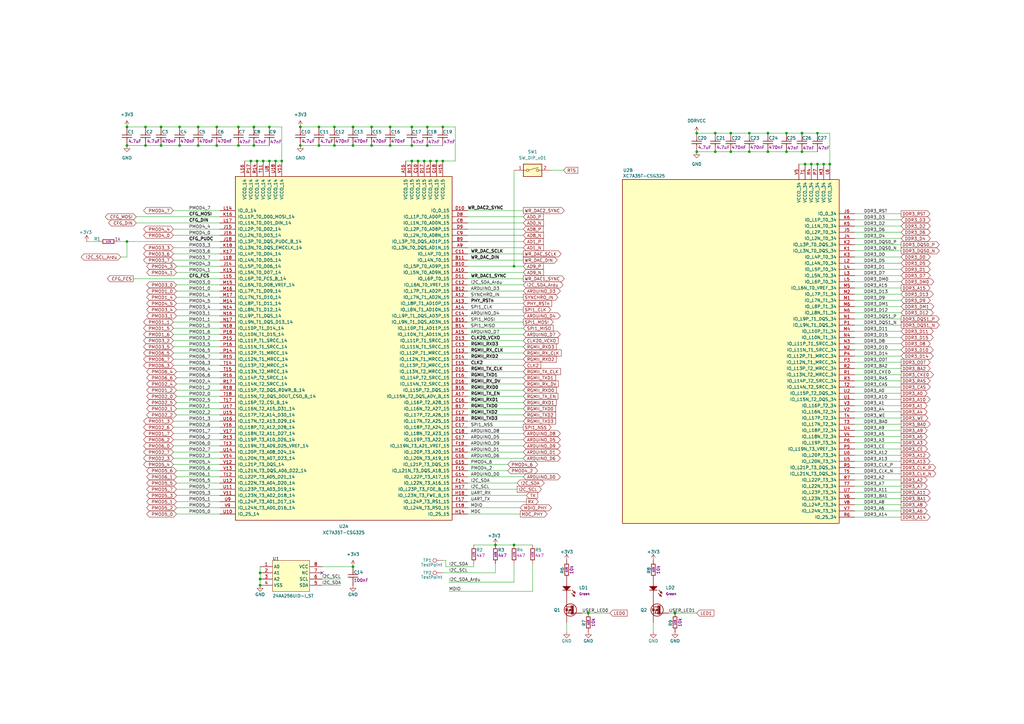
<source format=kicad_sch>
(kicad_sch (version 20250114) (generator "eeschema") (generator_version "9.0")
  (paper "A3")
  (title_block (date "2025-04-18") (rev "${rev}") (company "${name}") (comment 1 "${author}"))
  (junction (at 314.96 62.23))
  (junction (at 144.78 52.07))
  (junction (at 335.28 54.61))
  (junction (at 322.58 62.23))
  (junction (at 175.26 59.69))
  (junction (at 123.19 52.07))
  (junction (at 130.81 52.07))
  (junction (at 88.9 52.07))
  (junction (at 130.81 59.69))
  (junction (at 107.95 66.04))
  (junction (at 285.75 62.23))
  (junction (at 152.4 52.07))
  (junction (at 81.28 59.69))
  (junction (at 52.07 59.69))
  (junction (at 173.99 66.04))
  (junction (at 123.19 59.69))
  (junction (at 332.74 67.31))
  (junction (at 66.04 52.07))
  (junction (at 175.26 52.07))
  (junction (at 66.04 59.69))
  (junction (at 97.79 52.07))
  (junction (at 322.58 54.61))
  (junction (at 293.37 62.23))
  (junction (at 181.61 66.04))
  (junction (at 299.72 62.23))
  (junction (at 337.82 67.31))
  (junction (at 210.82 223.52))
  (junction (at 144.78 232.41))
  (junction (at 210.82 109.22))
  (junction (at 203.2 223.52))
  (junction (at 106.68 240.03))
  (junction (at 88.9 59.69))
  (junction (at 104.14 52.07))
  (junction (at 179.07 66.04))
  (junction (at 137.16 52.07))
  (junction (at 160.02 52.07))
  (junction (at 73.66 52.07))
  (junction (at 113.03 66.04))
  (junction (at 168.91 66.04))
  (junction (at 144.78 59.69))
  (junction (at 81.28 52.07))
  (junction (at 73.66 59.69))
  (junction (at 59.69 52.07))
  (junction (at 104.14 59.69))
  (junction (at 276.86 251.46))
  (junction (at 168.91 52.07))
  (junction (at 307.34 54.61))
  (junction (at 328.93 54.61))
  (junction (at 106.68 237.49))
  (junction (at 168.91 59.69))
  (junction (at 285.75 54.61))
  (junction (at 137.16 59.69))
  (junction (at 171.45 66.04))
  (junction (at 52.07 99.06))
  (junction (at 340.36 67.31))
  (junction (at 241.3 251.46))
  (junction (at 102.87 66.04))
  (junction (at 115.57 66.04))
  (junction (at 97.79 59.69))
  (junction (at 152.4 59.69))
  (junction (at 293.37 54.61))
  (junction (at 110.49 52.07))
  (junction (at 176.53 66.04))
  (junction (at 181.61 52.07))
  (junction (at 106.68 234.95))
  (junction (at 105.41 66.04))
  (junction (at 330.2 67.31))
  (junction (at 52.07 52.07))
  (junction (at 110.49 66.04))
  (junction (at 160.02 59.69))
  (junction (at 328.93 62.23))
  (junction (at 314.96 54.61))
  (junction (at 59.69 59.69))
  (junction (at 299.72 54.61))
  (junction (at 307.34 62.23))
  (junction (at 335.28 67.31))
  (no_connect (at 132.08 234.95))
  (wire (pts (xy 176.53 66.04) (xy 173.99 66.04)))
  (wire (pts (xy 337.82 67.31) (xy 335.28 67.31)))
  (wire (pts (xy 350.52 113.03) (xy 369.57 113.03)))
  (wire (pts (xy 182.88 229.87) (xy 182.88 232.41)))
  (wire (pts (xy 350.52 107.95) (xy 369.57 107.95)))
  (wire (pts (xy 72.39 162.56) (xy 90.17 162.56)))
  (wire (pts (xy 71.12 147.32) (xy 90.17 147.32)))
  (wire (pts (xy 191.77 144.78) (xy 214.63 144.78)))
  (wire (pts (xy 71.12 175.26) (xy 90.17 175.26)))
  (wire (pts (xy 350.52 156.21) (xy 369.57 156.21)))
  (wire (pts (xy 160.02 59.69) (xy 168.91 59.69)))
  (wire (pts (xy 350.52 128.27) (xy 369.57 128.27)))
  (wire (pts (xy 350.52 209.55) (xy 369.57 209.55)))
  (wire (pts (xy 130.81 52.07) (xy 137.16 52.07)))
  (wire (pts (xy 71.12 149.86) (xy 90.17 149.86)))
  (wire (pts (xy 104.14 59.69) (xy 110.49 59.69)))
  (wire (pts (xy 350.52 95.25) (xy 369.57 95.25)))
  (wire (pts (xy 191.77 182.88) (xy 214.63 182.88)))
  (wire (pts (xy 191.77 93.98) (xy 214.63 93.98)))
  (wire (pts (xy 191.77 198.12) (xy 212.09 198.12)))
  (wire (pts (xy 71.12 172.72) (xy 90.17 172.72)))
  (wire (pts (xy 210.82 238.76) (xy 210.82 231.14)))
  (wire (pts (xy 191.77 129.54) (xy 214.63 129.54)))
  (wire (pts (xy 160.02 52.07) (xy 168.91 52.07)))
  (wire (pts (xy 350.52 176.53) (xy 369.57 176.53)))
  (wire (pts (xy 350.52 92.71) (xy 369.57 92.71)))
  (wire (pts (xy 105.41 66.04) (xy 107.95 66.04)))
  (wire (pts (xy 152.4 52.07) (xy 160.02 52.07)))
  (wire (pts (xy 350.52 115.57) (xy 369.57 115.57)))
  (wire (pts (xy 350.52 186.69) (xy 369.57 186.69)))
  (wire (pts (xy 107.95 66.04) (xy 110.49 66.04)))
  (wire (pts (xy 55.88 91.44) (xy 90.17 91.44)))
  (wire (pts (xy 97.79 52.07) (xy 104.14 52.07)))
  (wire (pts (xy 191.77 101.6) (xy 214.63 101.6)))
  (wire (pts (xy 71.12 180.34) (xy 90.17 180.34)))
  (wire (pts (xy 72.39 200.66) (xy 90.17 200.66)))
  (wire (pts (xy 194.31 232.41) (xy 194.31 231.14)))
  (wire (pts (xy 52.07 59.69) (xy 59.69 59.69)))
  (wire (pts (xy 71.12 101.6) (xy 90.17 101.6)))
  (wire (pts (xy 71.12 106.68) (xy 90.17 106.68)))
  (wire (pts (xy 191.77 205.74) (xy 215.9 205.74)))
  (wire (pts (xy 175.26 59.69) (xy 181.61 59.69)))
  (wire (pts (xy 350.52 143.51) (xy 369.57 143.51)))
  (wire (pts (xy 350.52 189.23) (xy 369.57 189.23)))
  (wire (pts (xy 293.37 54.61) (xy 299.72 54.61)))
  (wire (pts (xy 191.77 154.94) (xy 214.63 154.94)))
  (wire (pts (xy 179.07 66.04) (xy 176.53 66.04)))
  (wire (pts (xy 307.34 54.61) (xy 314.96 54.61)))
  (wire (pts (xy 144.78 52.07) (xy 152.4 52.07)))
  (wire (pts (xy 71.12 185.42) (xy 90.17 185.42)))
  (wire (pts (xy 137.16 52.07) (xy 144.78 52.07)))
  (wire (pts (xy 72.39 160.02) (xy 90.17 160.02)))
  (wire (pts (xy 181.61 229.87) (xy 182.88 229.87)))
  (wire (pts (xy 100.33 66.04) (xy 102.87 66.04)))
  (wire (pts (xy 73.66 52.07) (xy 81.28 52.07)))
  (wire (pts (xy 350.52 153.67) (xy 369.57 153.67)))
  (wire (pts (xy 71.12 134.62) (xy 90.17 134.62)))
  (wire (pts (xy 191.77 132.08) (xy 214.63 132.08)))
  (wire (pts (xy 285.75 54.61) (xy 293.37 54.61)))
  (wire (pts (xy 191.77 162.56) (xy 214.63 162.56)))
  (wire (pts (xy 293.37 62.23) (xy 299.72 62.23)))
  (wire (pts (xy 72.39 157.48) (xy 90.17 157.48)))
  (wire (pts (xy 71.12 96.52) (xy 90.17 96.52)))
  (wire (pts (xy 191.77 99.06) (xy 214.63 99.06)))
  (wire (pts (xy 328.93 62.23) (xy 335.28 62.23)))
  (wire (pts (xy 81.28 59.69) (xy 88.9 59.69)))
  (wire (pts (xy 350.52 173.99) (xy 369.57 173.99)))
  (wire (pts (xy 88.9 59.69) (xy 97.79 59.69)))
  (wire (pts (xy 191.77 149.86) (xy 214.63 149.86)))
  (wire (pts (xy 238.76 251.46) (xy 241.3 251.46)))
  (wire (pts (xy 191.77 180.34) (xy 214.63 180.34)))
  (wire (pts (xy 72.39 165.1) (xy 90.17 165.1)))
  (wire (pts (xy 184.15 238.76) (xy 210.82 238.76)))
  (wire (pts (xy 72.39 116.84) (xy 90.17 116.84)))
  (wire (pts (xy 285.75 62.23) (xy 293.37 62.23)))
  (wire (pts (xy 71.12 190.5) (xy 90.17 190.5)))
  (wire (pts (xy 274.32 251.46) (xy 276.86 251.46)))
  (wire (pts (xy 72.39 195.58) (xy 90.17 195.58)))
  (wire (pts (xy 307.34 62.23) (xy 314.96 62.23)))
  (wire (pts (xy 71.12 144.78) (xy 90.17 144.78)))
  (wire (pts (xy 191.77 116.84) (xy 214.63 116.84)))
  (wire (pts (xy 350.52 125.73) (xy 369.57 125.73)))
  (wire (pts (xy 71.12 139.7) (xy 90.17 139.7)))
  (wire (pts (xy 232.41 259.08) (xy 232.41 255.27)))
  (wire (pts (xy 350.52 161.29) (xy 369.57 161.29)))
  (wire (pts (xy 72.39 109.22) (xy 90.17 109.22)))
  (wire (pts (xy 55.88 88.9) (xy 90.17 88.9)))
  (wire (pts (xy 181.61 66.04) (xy 179.07 66.04)))
  (wire (pts (xy 72.39 205.74) (xy 90.17 205.74)))
  (wire (pts (xy 72.39 210.82) (xy 90.17 210.82)))
  (wire (pts (xy 191.77 111.76) (xy 214.63 111.76)))
  (wire (pts (xy 314.96 62.23) (xy 322.58 62.23)))
  (wire (pts (xy 350.52 201.93) (xy 369.57 201.93)))
  (wire (pts (xy 71.12 137.16) (xy 90.17 137.16)))
  (wire (pts (xy 106.68 237.49) (xy 106.68 240.03)))
  (wire (pts (xy 350.52 168.91) (xy 369.57 168.91)))
  (wire (pts (xy 191.77 127) (xy 214.63 127)))
  (wire (pts (xy 350.52 163.83) (xy 369.57 163.83)))
  (wire (pts (xy 328.93 54.61) (xy 335.28 54.61)))
  (wire (pts (xy 106.68 232.41) (xy 106.68 234.95)))
  (wire (pts (xy 168.91 59.69) (xy 175.26 59.69)))
  (wire (pts (xy 191.77 96.52) (xy 214.63 96.52)))
  (wire (pts (xy 123.19 59.69) (xy 130.81 59.69)))
  (wire (pts (xy 350.52 151.13) (xy 369.57 151.13)))
  (wire (pts (xy 299.72 54.61) (xy 307.34 54.61)))
  (wire (pts (xy 191.77 203.2) (xy 215.9 203.2)))
  (wire (pts (xy 72.39 203.2) (xy 90.17 203.2)))
  (wire (pts (xy 71.12 93.98) (xy 90.17 93.98)))
  (wire (pts (xy 59.69 52.07) (xy 66.04 52.07)))
  (wire (pts (xy 350.52 196.85) (xy 369.57 196.85)))
  (wire (pts (xy 191.77 208.28) (xy 213.36 208.28)))
  (wire (pts (xy 71.12 142.24) (xy 90.17 142.24)))
  (wire (pts (xy 72.39 154.94) (xy 90.17 154.94)))
  (wire (pts (xy 335.28 67.31) (xy 332.74 67.31)))
  (wire (pts (xy 210.82 69.85) (xy 210.82 109.22)))
  (wire (pts (xy 152.4 59.69) (xy 160.02 59.69)))
  (wire (pts (xy 350.52 100.33) (xy 369.57 100.33)))
  (wire (pts (xy 314.96 54.61) (xy 322.58 54.61)))
  (wire (pts (xy 210.82 109.22) (xy 214.63 109.22)))
  (wire (pts (xy 350.52 146.05) (xy 369.57 146.05)))
  (wire (pts (xy 48.26 99.06) (xy 52.07 99.06)))
  (wire (pts (xy 35.56 99.06) (xy 40.64 99.06)))
  (wire (pts (xy 104.14 52.07) (xy 110.49 52.07)))
  (wire (pts (xy 123.19 52.07) (xy 130.81 52.07)))
  (wire (pts (xy 191.77 139.7) (xy 214.63 139.7)))
  (wire (pts (xy 72.39 121.92) (xy 90.17 121.92)))
  (wire (pts (xy 54.61 114.3) (xy 90.17 114.3)))
  (wire (pts (xy 191.77 172.72) (xy 214.63 172.72)))
  (wire (pts (xy 71.12 177.8) (xy 90.17 177.8)))
  (wire (pts (xy 137.16 59.69) (xy 144.78 59.69)))
  (wire (pts (xy 191.77 177.8) (xy 214.63 177.8)))
  (wire (pts (xy 191.77 91.44) (xy 214.63 91.44)))
  (wire (pts (xy 168.91 52.07) (xy 175.26 52.07)))
  (wire (pts (xy 132.08 240.03) (xy 139.7 240.03)))
  (wire (pts (xy 267.97 259.08) (xy 267.97 255.27)))
  (wire (pts (xy 218.44 242.57) (xy 184.15 242.57)))
  (wire (pts (xy 191.77 134.62) (xy 214.63 134.62)))
  (wire (pts (xy 350.52 212.09) (xy 369.57 212.09)))
  (wire (pts (xy 144.78 59.69) (xy 152.4 59.69)))
  (wire (pts (xy 350.52 133.35) (xy 369.57 133.35)))
  (wire (pts (xy 350.52 194.31) (xy 369.57 194.31)))
  (wire (pts (xy 191.77 210.82) (xy 213.36 210.82)))
  (wire (pts (xy 71.12 182.88) (xy 90.17 182.88)))
  (wire (pts (xy 340.36 67.31) (xy 337.82 67.31)))
  (wire (pts (xy 72.39 208.28) (xy 90.17 208.28)))
  (wire (pts (xy 52.07 105.41) (xy 52.07 99.06)))
  (wire (pts (xy 59.69 59.69) (xy 66.04 59.69)))
  (wire (pts (xy 350.52 105.41) (xy 369.57 105.41)))
  (wire (pts (xy 350.52 123.19) (xy 369.57 123.19)))
  (wire (pts (xy 191.77 187.96) (xy 214.63 187.96)))
  (wire (pts (xy 350.52 118.11) (xy 369.57 118.11)))
  (wire (pts (xy 72.39 152.4) (xy 90.17 152.4)))
  (wire (pts (xy 322.58 54.61) (xy 328.93 54.61)))
  (wire (pts (xy 168.91 66.04) (xy 166.37 66.04)))
  (wire (pts (xy 350.52 179.07) (xy 369.57 179.07)))
  (wire (pts (xy 191.77 157.48) (xy 214.63 157.48)))
  (wire (pts (xy 66.04 59.69) (xy 73.66 59.69)))
  (wire (pts (xy 66.04 52.07) (xy 73.66 52.07)))
  (wire (pts (xy 132.08 232.41) (xy 144.78 232.41)))
  (wire (pts (xy 113.03 66.04) (xy 115.57 66.04)))
  (wire (pts (xy 173.99 66.04) (xy 171.45 66.04)))
  (wire (pts (xy 350.52 138.43) (xy 369.57 138.43)))
  (wire (pts (xy 194.31 223.52) (xy 203.2 223.52)))
  (wire (pts (xy 191.77 160.02) (xy 214.63 160.02)))
  (wire (pts (xy 350.52 171.45) (xy 369.57 171.45)))
  (wire (pts (xy 171.45 66.04) (xy 168.91 66.04)))
  (wire (pts (xy 350.52 140.97) (xy 369.57 140.97)))
  (wire (pts (xy 350.52 204.47) (xy 369.57 204.47)))
  (wire (pts (xy 72.39 198.12) (xy 90.17 198.12)))
  (wire (pts (xy 191.77 86.36) (xy 214.63 86.36)))
  (wire (pts (xy 52.07 52.07) (xy 59.69 52.07)))
  (wire (pts (xy 186.69 52.07) (xy 186.69 66.04)))
  (wire (pts (xy 130.81 59.69) (xy 137.16 59.69)))
  (wire (pts (xy 72.39 129.54) (xy 90.17 129.54)))
  (wire (pts (xy 350.52 191.77) (xy 369.57 191.77)))
  (wire (pts (xy 191.77 152.4) (xy 214.63 152.4)))
  (wire (pts (xy 110.49 66.04) (xy 113.03 66.04)))
  (wire (pts (xy 191.77 142.24) (xy 214.63 142.24)))
  (wire (pts (xy 88.9 52.07) (xy 97.79 52.07)))
  (wire (pts (xy 322.58 62.23) (xy 328.93 62.23)))
  (wire (pts (xy 203.2 223.52) (xy 210.82 223.52)))
  (wire (pts (xy 191.77 167.64) (xy 214.63 167.64)))
  (wire (pts (xy 191.77 114.3) (xy 214.63 114.3)))
  (wire (pts (xy 191.77 121.92) (xy 214.63 121.92)))
  (wire (pts (xy 102.87 66.04) (xy 105.41 66.04)))
  (wire (pts (xy 110.49 52.07) (xy 115.57 52.07)))
  (wire (pts (xy 191.77 104.14) (xy 214.63 104.14)))
  (wire (pts (xy 350.52 90.17) (xy 369.57 90.17)))
  (wire (pts (xy 72.39 167.64) (xy 90.17 167.64)))
  (wire (pts (xy 350.52 207.01) (xy 369.57 207.01)))
  (wire (pts (xy 106.68 234.95) (xy 106.68 237.49)))
  (wire (pts (xy 350.52 181.61) (xy 369.57 181.61)))
  (wire (pts (xy 191.77 124.46) (xy 214.63 124.46)))
  (wire (pts (xy 350.52 130.81) (xy 369.57 130.81)))
  (wire (pts (xy 191.77 165.1) (xy 214.63 165.1)))
  (wire (pts (xy 191.77 193.04) (xy 208.28 193.04)))
  (wire (pts (xy 191.77 106.68) (xy 214.63 106.68)))
  (wire (pts (xy 191.77 195.58) (xy 214.63 195.58)))
  (wire (pts (xy 115.57 52.07) (xy 115.57 66.04)))
  (wire (pts (xy 226.06 69.85) (xy 231.14 69.85)))
  (wire (pts (xy 330.2 67.31) (xy 327.66 67.31)))
  (wire (pts (xy 276.86 251.46) (xy 285.75 251.46)))
  (wire (pts (xy 72.39 127) (xy 90.17 127)))
  (wire (pts (xy 49.53 105.41) (xy 52.07 105.41)))
  (wire (pts (xy 350.52 158.75) (xy 369.57 158.75)))
  (wire (pts (xy 72.39 119.38) (xy 90.17 119.38)))
  (wire (pts (xy 72.39 124.46) (xy 90.17 124.46)))
  (wire (pts (xy 350.52 184.15) (xy 369.57 184.15)))
  (wire (pts (xy 71.12 86.36) (xy 90.17 86.36)))
  (wire (pts (xy 181.61 234.95) (xy 203.2 234.95)))
  (wire (pts (xy 210.82 223.52) (xy 218.44 223.52)))
  (wire (pts (xy 350.52 166.37) (xy 369.57 166.37)))
  (wire (pts (xy 350.52 199.39) (xy 369.57 199.39)))
  (wire (pts (xy 350.52 87.63) (xy 369.57 87.63)))
  (wire (pts (xy 191.77 147.32) (xy 214.63 147.32)))
  (wire (pts (xy 81.28 52.07) (xy 88.9 52.07)))
  (wire (pts (xy 350.52 148.59) (xy 369.57 148.59)))
  (wire (pts (xy 350.52 135.89) (xy 369.57 135.89)))
  (wire (pts (xy 350.52 110.49) (xy 369.57 110.49)))
  (wire (pts (xy 71.12 132.08) (xy 90.17 132.08)))
  (wire (pts (xy 350.52 120.65) (xy 369.57 120.65)))
  (wire (pts (xy 191.77 190.5) (xy 208.28 190.5)))
  (wire (pts (xy 72.39 111.76) (xy 90.17 111.76)))
  (wire (pts (xy 181.61 52.07) (xy 186.69 52.07)))
  (wire (pts (xy 182.88 232.41) (xy 194.31 232.41)))
  (wire (pts (xy 73.66 59.69) (xy 81.28 59.69)))
  (wire (pts (xy 191.77 185.42) (xy 214.63 185.42)))
  (wire (pts (xy 191.77 170.18) (xy 214.63 170.18)))
  (wire (pts (xy 191.77 200.66) (xy 212.09 200.66)))
  (wire (pts (xy 132.08 237.49) (xy 139.7 237.49)))
  (wire (pts (xy 350.52 97.79) (xy 369.57 97.79)))
  (wire (pts (xy 335.28 54.61) (xy 340.36 54.61)))
  (wire (pts (xy 71.12 187.96) (xy 90.17 187.96)))
  (wire (pts (xy 52.07 99.06) (xy 90.17 99.06)))
  (wire (pts (xy 340.36 54.61) (xy 340.36 67.31)))
  (wire (pts (xy 241.3 251.46) (xy 250.19 251.46)))
  (wire (pts (xy 97.79 59.69) (xy 104.14 59.69)))
  (wire (pts (xy 71.12 104.14) (xy 90.17 104.14)))
  (wire (pts (xy 299.72 62.23) (xy 307.34 62.23)))
  (wire (pts (xy 218.44 231.14) (xy 218.44 242.57)))
  (wire (pts (xy 203.2 234.95) (xy 203.2 231.14)))
  (wire (pts (xy 191.77 137.16) (xy 214.63 137.16)))
  (wire (pts (xy 191.77 88.9) (xy 214.63 88.9)))
  (wire (pts (xy 191.77 175.26) (xy 214.63 175.26)))
  (wire (pts (xy 191.77 119.38) (xy 214.63 119.38)))
  (wire (pts (xy 350.52 102.87) (xy 369.57 102.87)))
  (wire (pts (xy 72.39 170.18) (xy 90.17 170.18)))
  (wire (pts (xy 186.69 66.04) (xy 181.61 66.04)))
  (wire (pts (xy 175.26 52.07) (xy 181.61 52.07)))
  (wire (pts (xy 72.39 193.04) (xy 90.17 193.04)))
  (wire (pts (xy 332.74 67.31) (xy 330.2 67.31)))
  (wire (pts (xy 191.77 109.22) (xy 210.82 109.22)))
  (label "MDIO" (at 184.15 242.57 0))
  (label "DDR3_ODT" (at 354.33 148.59 0))
  (label "DDR3_A10" (at 354.33 163.83 0))
  (label "DDR3_D15" (at 354.33 138.43 0))
  (label "PMOD5_6" (at 77.47 193.04 0))
  (label "PMOD2_5" (at 77.47 165.1 0))
  (label "PMOD4_1" (at 77.47 111.76 0))
  (label "DDR3_A6" (at 354.33 209.55 0))
  (label "PMOD4_0" (at 77.47 96.52 0))
  (label "PMOD3_6" (at 77.47 104.14 0))
  (label "DDR3_CAS" (at 354.33 158.75 0))
  (label "DDR3_CLK_P" (at 354.33 191.77 0))
  (label "PMOD6_3" (at 77.47 149.86 0))
  (label "SPI1_CLK" (at 193.04 127 0))
  (label "DDR3_D5" (at 354.33 107.95 0))
  (label "RGMII_RX_DV" (at 193.04 157.48 0) (effects (font (thickness 0.254) (bold yes))))
  (label "DDR3_A1" (at 354.33 166.37 0))
  (label "CFG_PUDC" (at 77.47 99.06 0) (effects (font (thickness 0.254) (bold yes))))
  (label "DDR3_BA0" (at 354.33 173.99 0))
  (label "RGMII_RXD1" (at 193.04 165.1 0) (effects (font (thickness 0.254) (bold yes))))
  (label "I2C_SDA_Ardu" (at 184.15 238.76 0))
  (label "PMOD1_6" (at 77.47 137.16 0))
  (label "WR_DAC2_SYNC" (at 191.77 86.36 0) (effects (font (thickness 0.254) (bold yes))))
  (label "DDR3_D6" (at 354.33 95.25 0))
  (label "RGMII_TX_EN" (at 193.04 162.56 0) (effects (font (thickness 0.254) (bold yes))))
  (label "I2C_SCL" (at 193.04 200.66 0))
  (label "DDR3_DQS1_N" (at 354.33 133.35 0))
  (label "DDR3_D8" (at 354.33 140.97 0))
  (label "DDR3_DM0" (at 354.33 115.57 0))
  (label "ARDUINO_D0" (at 193.04 195.58 0))
  (label "ARDUINO_D5" (at 193.04 180.34 0))
  (label "PMOD2_6" (at 77.47 175.26 0))
  (label "PMOD3_4" (at 77.47 127 0))
  (label "DDR3_CLK_N" (at 354.33 194.31 0))
  (label "DDR3_A12" (at 354.33 186.69 0))
  (label "PMOD3_1" (at 77.47 129.54 0))
  (label "PMOD1_7" (at 77.47 177.8 0))
  (label "PMOD3_0" (at 77.47 116.84 0))
  (label "PMOD1_4" (at 77.47 121.92 0))
  (label "PMOD4_5" (at 77.47 124.46 0))
  (label "WR_DAC1_SYNC" (at 193.04 114.3 0) (effects (font (thickness 0.254) (bold yes))))
  (label "RGMII_TXD0" (at 193.04 167.64 0) (effects (font (thickness 0.254) (bold yes))))
  (label "I2C_SDA" (at 184.15 232.41 0))
  (label "DDR3_A8" (at 354.33 207.01 0))
  (label "DDR3_CKE0" (at 354.33 153.67 0))
  (label "RGMII_TXD2" (at 193.04 170.18 0) (effects (font (thickness 0.254) (bold yes))))
  (label "I2C_SDA" (at 132.08 240.03 0))
  (label "CFG_DIN" (at 77.47 91.44 0) (effects (font (thickness 0.254) (bold yes))))
  (label "I2C_SDA" (at 193.04 198.12 0))
  (label "PMOD5_1" (at 77.47 205.74 0))
  (label "PMOD3_5" (at 77.47 142.24 0))
  (label "PMOD2_2" (at 77.47 170.18 0))
  (label "UART_TX" (at 193.04 205.74 0))
  (label "DDR3_D11" (at 354.33 135.89 0))
  (label "ARDUINO_D8" (at 193.04 177.8 0))
  (label "DDR3_CE" (at 354.33 184.15 0))
  (label "RGMII_TX_CLK" (at 193.04 152.4 0) (effects (font (thickness 0.254) (bold yes))))
  (label "CLK2" (at 193.04 149.86 0) (effects (font (thickness 0.254) (bold yes))))
  (label "PMOD2_0" (at 77.47 162.56 0))
  (label "DDR3_BA2" (at 354.33 151.13 0))
  (label "DDR3_D0" (at 354.33 105.41 0))
  (label "I2C_SCL" (at 132.08 237.49 0))
  (label "RGMII_RXD0" (at 193.04 160.02 0) (effects (font (thickness 0.254) (bold yes))))
  (label "PMOD2_1" (at 77.47 167.64 0))
  (label "DDR3_A7" (at 354.33 199.39 0))
  (label "PMOD6_0" (at 77.47 182.88 0))
  (label "DDR3_A14" (at 354.33 212.09 0))
  (label "DDR3_A5" (at 354.33 179.07 0))
  (label "ARDUINO_D4" (at 193.04 129.54 0))
  (label "ARDUINO_D1" (at 193.04 185.42 0))
  (label "DDR3_D7" (at 354.33 113.03 0))
  (label "PMOD4_7" (at 77.47 86.36 0))
  (label "DDR3_D3" (at 354.33 90.17 0))
  (label "DDR3_A0" (at 354.33 161.29 0))
  (label "RGMII_TXD1" (at 193.04 154.94 0) (effects (font (thickness 0.254) (bold yes))))
  (label "DDR3_RST" (at 354.33 87.63 0))
  (label "DDR3_A9" (at 354.33 176.53 0))
  (label "SPI1_MOSI" (at 193.04 132.08 0))
  (label "DDR3_DM1" (at 354.33 125.73 0))
  (label "PMOD6_7" (at 77.47 147.32 0))
  (label "PMOD6_4" (at 77.47 152.4 0))
  (label "RGMII_TXD3" (at 193.04 172.72 0) (effects (font (thickness 0.254) (bold yes))))
  (label "PMOD1_1" (at 86.36 132.08 180))
  (label "PMOD5_4" (at 77.47 190.5 0))
  (label "WR_DAC_DIN" (at 193.04 106.68 0) (effects (font (thickness 0.254) (bold yes))))
  (label "PMOD6_1" (at 77.47 195.58 0))
  (label "DDR3_D4" (at 354.33 97.79 0))
  (label "PMOD6_6" (at 77.47 154.94 0))
  (label "PMOD5_0" (at 77.47 210.82 0))
  (label "DDR3_D12" (at 354.33 128.27 0))
  (label "PMOD4_6" (at 201.93 190.5 180))
  (label "PMOD3_3" (at 77.47 101.6 0))
  (label "DDR3_D13" (at 354.33 120.65 0))
  (label "RGMII_RXD2" (at 193.04 147.32 0) (effects (font (thickness 0.254) (bold yes))))
  (label "RGMII_RXD3" (at 193.04 142.24 0) (effects (font (thickness 0.254) (bold yes))))
  (label "DDR3_A4" (at 354.33 168.91 0))
  (label "PMOD6_2" (at 77.47 180.34 0))
  (label "PMOD3_7" (at 77.47 106.68 0))
  (label "PMOD1_3" (at 77.47 172.72 0))
  (label "DDR3_DQS1_P" (at 354.33 130.81 0))
  (label "DDR3_RAS" (at 354.33 156.21 0))
  (label "CFG_FCS" (at 77.47 114.3 0) (effects (font (thickness 0.254) (bold yes))))
  (label "SPI1_MISO" (at 193.04 134.62 0))
  (label "DDR3_A2" (at 354.33 196.85 0))
  (label "DDR3_WE" (at 354.33 171.45 0))
  (label "CLK20_VCXO" (at 193.04 139.7 0) (effects (font (thickness 0.254) (bold yes))))
  (label "SYNCHRO_IN" (at 193.04 121.92 0))
  (label "DDR3_A3" (at 354.33 181.61 0))
  (label "I2C_SDA_Ardu" (at 193.04 116.84 0))
  (label "DDR3_A13" (at 354.33 189.23 0))
  (label "DDR3_DQS0_P" (at 354.33 100.33 0))
  (label "PMOD6_5" (at 77.47 144.78 0))
  (label "DDR3_DQS0_N" (at 354.33 102.87 0))
  (label "RGMII_RX_CLK" (at 193.04 144.78 0) (effects (font (thickness 0.254) (bold yes))))
  (label "I2C_SCL" (at 184.15 234.95 0))
  (label "ARDUINO_D3" (at 193.04 119.38 0))
  (label "ARDUINO_D7" (at 193.04 137.16 0))
  (label "PMOD2_3" (at 77.47 187.96 0))
  (label "DDR3_D2" (at 354.33 92.71 0))
  (label "UART_RX" (at 193.04 203.2 0))
  (label "MDIO" (at 193.04 208.28 0))
  (label "PMOD5_3" (at 77.47 203.2 0))
  (label "PMOD5_2" (at 77.47 208.28 0))
  (label "PMOD4_2" (at 201.93 193.04 180))
  (label "PMOD2_7" (at 77.47 185.42 0))
  (label "DDR3_A15" (at 354.33 118.11 0))
  (label "PMOD1_0" (at 77.47 119.38 0))
  (label "DDR3_D14" (at 354.33 146.05 0))
  (label "USER_LED1" (at 274.32 251.46 0))
  (label "DDR3_D10" (at 354.33 143.51 0))
  (label "USER_LED0" (at 238.76 251.46 0))
  (label "PMOD1_5" (at 77.47 134.62 0))
  (label "PMOD4_3" (at 77.47 109.22 0))
  (label "ARDUINO_D6" (at 193.04 187.96 0))
  (label "PMOD5_5" (at 77.47 198.12 0))
  (label "PMOD5_7" (at 77.47 200.66 0))
  (label "SPI1_NSS" (at 193.04 175.26 0))
  (label "PHY_RSTn" (at 193.04 124.46 0) (effects (font (thickness 0.254) (bold yes))))
  (label "DDR3_A11" (at 354.33 201.93 0))
  (label "DDR3_BA1" (at 354.33 204.47 0))
  (label "MDC" (at 193.04 210.82 0))
  (label "DDR3_D1" (at 354.33 110.49 0))
  (label "DDR3_D9" (at 354.33 123.19 0))
  (label "WR_DAC_SCLK" (at 193.04 104.14 0) (effects (font (thickness 0.254) (bold yes))))
  (label "PMOD4_4" (at 77.47 93.98 0))
  (label "PMOD3_2" (at 77.47 139.7 0))
  (label "CFG_MOSI" (at 77.47 88.9 0) (effects (font (thickness 0.254) (bold yes))))
  (label "PMOD1_2" (at 86.36 160.02 180))
  (label "PMOD2_4" (at 77.47 157.48 0))
  (label "ARDUINO_D9" (at 193.04 182.88 0))
  (global_label "DDR3_WE" (shape output) (at 369.57 171.45 0) (property "Intersheetrefs" "${INTERSHEET_REFS}" (effects (hide yes))))
  (global_label "DDR3_D15" (shape bidirectional) (at 369.57 138.43 0) (property "Intersheetrefs" "${INTERSHEET_REFS}" (effects (hide yes))))
  (global_label "DDR3_D1" (shape bidirectional) (at 369.57 110.49 0) (property "Intersheetrefs" "${INTERSHEET_REFS}" (effects (hide yes))))
  (global_label "DDR3_D7" (shape bidirectional) (at 369.57 113.03 0) (property "Intersheetrefs" "${INTERSHEET_REFS}" (effects (hide yes))))
  (global_label "ARDUINO_D7" (shape bidirectional) (at 214.63 137.16 0) (property "Intersheetrefs" "${INTERSHEET_REFS}" (effects (hide yes))))
  (global_label "WR_DAC_SCLK" (shape output) (at 214.63 104.14 0) (effects (font (thickness 0.1588))) (property "Intersheetrefs" "${INTERSHEET_REFS}" (effects (hide yes))))
  (global_label "PMOD5_4" (shape bidirectional) (at 71.12 190.5 180) (property "Intersheetrefs" "${INTERSHEET_REFS}" (effects (hide yes))))
  (global_label "PMOD4_6" (shape bidirectional) (at 208.28 190.5 0) (property "Intersheetrefs" "${INTERSHEET_REFS}" (effects (hide yes))))
  (global_label "PMOD2_0" (shape bidirectional) (at 72.39 162.56 180) (property "Intersheetrefs" "${INTERSHEET_REFS}" (effects (hide yes))))
  (global_label "MDIO_PHY" (shape bidirectional) (at 213.36 208.28 0) (property "Intersheetrefs" "${INTERSHEET_REFS}" (effects (hide yes))))
  (global_label "PMOD3_7" (shape bidirectional) (at 71.12 106.68 180) (property "Intersheetrefs" "${INTERSHEET_REFS}" (effects (hide yes))))
  (global_label "PMOD5_1" (shape bidirectional) (at 72.39 205.74 180) (property "Intersheetrefs" "${INTERSHEET_REFS}" (effects (hide yes))))
  (global_label "PMOD6_1" (shape bidirectional) (at 72.39 195.58 180) (property "Intersheetrefs" "${INTERSHEET_REFS}" (effects (hide yes))))
  (global_label "PMOD1_1" (shape bidirectional) (at 71.12 132.08 180) (property "Intersheetrefs" "${INTERSHEET_REFS}" (effects (hide yes))))
  (global_label "DDR3_A4" (shape output) (at 369.57 168.91 0) (property "Intersheetrefs" "${INTERSHEET_REFS}" (effects (hide yes))))
  (global_label "AD1_P" (shape input) (at 214.63 99.06 0) (property "Intersheetrefs" "${INTERSHEET_REFS}" (effects (hide yes))))
  (global_label "I2C_SCL" (shape output) (at 212.09 200.66 0) (property "Intersheetrefs" "${INTERSHEET_REFS}" (effects (hide yes))))
  (global_label "PMOD2_5" (shape bidirectional) (at 72.39 165.1 180) (property "Intersheetrefs" "${INTERSHEET_REFS}" (effects (hide yes))))
  (global_label "PMOD4_0" (shape bidirectional) (at 71.12 96.52 180) (property "Intersheetrefs" "${INTERSHEET_REFS}" (effects (hide yes))))
  (global_label "AD0_P" (shape input) (at 214.63 88.9 0) (property "Intersheetrefs" "${INTERSHEET_REFS}" (effects (hide yes))))
  (global_label "PMOD4_7" (shape bidirectional) (at 71.12 86.36 180) (property "Intersheetrefs" "${INTERSHEET_REFS}" (effects (hide yes))))
  (global_label "DDR3_D12" (shape bidirectional) (at 369.57 128.27 0) (property "Intersheetrefs" "${INTERSHEET_REFS}" (effects (hide yes))))
  (global_label "PMOD1_5" (shape bidirectional) (at 71.12 134.62 180) (property "Intersheetrefs" "${INTERSHEET_REFS}" (effects (hide yes))))
  (global_label "PMOD2_7" (shape bidirectional) (at 71.12 185.42 180) (property "Intersheetrefs" "${INTERSHEET_REFS}" (effects (hide yes))))
  (global_label "PMOD4_5" (shape bidirectional) (at 72.39 124.46 180) (property "Intersheetrefs" "${INTERSHEET_REFS}" (effects (hide yes))))
  (global_label "CLK2" (shape input) (at 214.63 149.86 0) (property "Intersheetrefs" "${INTERSHEET_REFS}" (effects (hide yes))))
  (global_label "DDR3_DQS1_N" (shape output) (at 369.57 133.35 0) (property "Intersheetrefs" "${INTERSHEET_REFS}" (effects (hide yes))))
  (global_label "TX" (shape input) (at 215.9 203.2 0) (property "Intersheetrefs" "${INTERSHEET_REFS}" (effects (hide yes))))
  (global_label "DDR3_A9" (shape output) (at 369.57 176.53 0) (property "Intersheetrefs" "${INTERSHEET_REFS}" (effects (hide yes))))
  (global_label "RGMII_RXD3" (shape input) (at 214.63 142.24 0) (effects (font (thickness 0.1588))) (property "Intersheetrefs" "${INTERSHEET_REFS}" (effects (hide yes))))
  (global_label "PMOD5_2" (shape bidirectional) (at 72.39 208.28 180) (property "Intersheetrefs" "${INTERSHEET_REFS}" (effects (hide yes))))
  (global_label "ARDUINO_D9" (shape bidirectional) (at 214.63 182.88 0) (property "Intersheetrefs" "${INTERSHEET_REFS}" (effects (hide yes))))
  (global_label "PMOD5_7" (shape bidirectional) (at 72.39 200.66 180) (property "Intersheetrefs" "${INTERSHEET_REFS}" (effects (hide yes))))
  (global_label "PMOD6_3" (shape bidirectional) (at 71.12 149.86 180) (property "Intersheetrefs" "${INTERSHEET_REFS}" (effects (hide yes))))
  (global_label "PMOD6_2" (shape bidirectional) (at 71.12 180.34 180) (property "Intersheetrefs" "${INTERSHEET_REFS}" (effects (hide yes))))
  (global_label "SPI1_NSS" (shape output) (at 214.63 175.26 0) (property "Intersheetrefs" "${INTERSHEET_REFS}" (effects (hide yes))))
  (global_label "LED1" (shape input) (at 285.75 251.46 0) (property "Intersheetrefs" "${INTERSHEET_REFS}" (effects (hide yes))))
  (global_label "RGMII_TXD3" (shape input) (at 214.63 172.72 0) (effects (font (thickness 0.1588))) (property "Intersheetrefs" "${INTERSHEET_REFS}" (effects (hide yes))))
  (global_label "RGMII_TXD0" (shape input) (at 214.63 167.64 0) (effects (font (thickness 0.1588))) (property "Intersheetrefs" "${INTERSHEET_REFS}" (effects (hide yes))))
  (global_label "PMOD6_6" (shape bidirectional) (at 72.39 154.94 180) (property "Intersheetrefs" "${INTERSHEET_REFS}" (effects (hide yes))))
  (global_label "I2C_SDA_Ardu" (shape bidirectional) (at 214.63 116.84 0) (property "Intersheetrefs" "${INTERSHEET_REFS}" (effects (hide yes))))
  (global_label "DDR3_D13" (shape bidirectional) (at 369.57 120.65 0) (property "Intersheetrefs" "${INTERSHEET_REFS}" (effects (hide yes))))
  (global_label "PMOD2_3" (shape bidirectional) (at 71.12 187.96 180) (property "Intersheetrefs" "${INTERSHEET_REFS}" (effects (hide yes))))
  (global_label "DDR3_A6" (shape output) (at 369.57 209.55 0) (property "Intersheetrefs" "${INTERSHEET_REFS}" (effects (hide yes))))
  (global_label "CFG_MOSI" (shape bidirectional) (at 55.88 88.9 180) (effects (font (thickness 0.1588))) (property "Intersheetrefs" "${INTERSHEET_REFS}" (effects (hide yes))))
  (global_label "DDR3_D4" (shape bidirectional) (at 369.57 97.79 0) (property "Intersheetrefs" "${INTERSHEET_REFS}" (effects (hide yes))))
  (global_label "PMOD2_1" (shape bidirectional) (at 72.39 167.64 180) (property "Intersheetrefs" "${INTERSHEET_REFS}" (effects (hide yes))))
  (global_label "PMOD3_0" (shape bidirectional) (at 72.39 116.84 180) (property "Intersheetrefs" "${INTERSHEET_REFS}" (effects (hide yes))))
  (global_label "LED0" (shape input) (at 250.19 251.46 0) (property "Intersheetrefs" "${INTERSHEET_REFS}" (effects (hide yes))))
  (global_label "RGMII_TXD1" (shape input) (at 214.63 154.94 0) (effects (font (thickness 0.1588))) (property "Intersheetrefs" "${INTERSHEET_REFS}" (effects (hide yes))))
  (global_label "AD9_N" (shape input) (at 214.63 111.76 0) (property "Intersheetrefs" "${INTERSHEET_REFS}" (effects (hide yes))))
  (global_label "SYNCHRO_IN" (shape output) (at 214.63 121.92 0) (property "Intersheetrefs" "${INTERSHEET_REFS}" (effects (hide yes))))
  (global_label "DDR3_D14" (shape bidirectional) (at 369.57 146.05 0) (property "Intersheetrefs" "${INTERSHEET_REFS}" (effects (hide yes))))
  (global_label "ARDUINO_D3" (shape bidirectional) (at 214.63 119.38 0) (property "Intersheetrefs" "${INTERSHEET_REFS}" (effects (hide yes))))
  (global_label "DDR3_BA2" (shape output) (at 369.57 151.13 0) (property "Intersheetrefs" "${INTERSHEET_REFS}" (effects (hide yes))))
  (global_label "DDR3_DM0" (shape bidirectional) (at 369.57 115.57 0) (property "Intersheetrefs" "${INTERSHEET_REFS}" (effects (hide yes))))
  (global_label "AD1_N" (shape input) (at 214.63 101.6 0) (property "Intersheetrefs" "${INTERSHEET_REFS}" (effects (hide yes))))
  (global_label "DDR3_D0" (shape bidirectional) (at 369.57 105.41 0) (property "Intersheetrefs" "${INTERSHEET_REFS}" (effects (hide yes))))
  (global_label "DDR3_A5" (shape output) (at 369.57 179.07 0) (property "Intersheetrefs" "${INTERSHEET_REFS}" (effects (hide yes))))
  (global_label "DDR3_CE" (shape output) (at 369.57 184.15 0) (property "Intersheetrefs" "${INTERSHEET_REFS}" (effects (hide yes))))
  (global_label "DDR3_CKE0" (shape output) (at 369.57 153.67 0) (property "Intersheetrefs" "${INTERSHEET_REFS}" (effects (hide yes))))
  (global_label "PMOD1_7" (shape bidirectional) (at 71.12 177.8 180) (property "Intersheetrefs" "${INTERSHEET_REFS}" (effects (hide yes))))
  (global_label "MDC_PHY" (shape output) (at 213.36 210.82 0) (property "Intersheetrefs" "${INTERSHEET_REFS}" (effects (hide yes))))
  (global_label "DDR3_D8" (shape bidirectional) (at 369.57 140.97 0) (property "Intersheetrefs" "${INTERSHEET_REFS}" (effects (hide yes))))
  (global_label "RGMII_RX_DV" (shape input) (at 214.63 157.48 0) (effects (font (thickness 0.1588))) (property "Intersheetrefs" "${INTERSHEET_REFS}" (effects (hide yes))))
  (global_label "PMOD5_0" (shape bidirectional) (at 72.39 210.82 180) (property "Intersheetrefs" "${INTERSHEET_REFS}" (effects (hide yes))))
  (global_label "PMOD3_6" (shape bidirectional) (at 71.12 104.14 180) (property "Intersheetrefs" "${INTERSHEET_REFS}" (effects (hide yes))))
  (global_label "DDR3_A12" (shape output) (at 369.57 186.69 0) (property "Intersheetrefs" "${INTERSHEET_REFS}" (effects (hide yes))))
  (global_label "AD8_N" (shape input) (at 214.63 96.52 0) (property "Intersheetrefs" "${INTERSHEET_REFS}" (effects (hide yes))))
  (global_label "DDR3_A15" (shape output) (at 369.57 118.11 0) (property "Intersheetrefs" "${INTERSHEET_REFS}" (effects (hide yes))))
  (global_label "PMOD4_3" (shape bidirectional) (at 72.39 109.22 180) (property "Intersheetrefs" "${INTERSHEET_REFS}" (effects (hide yes))))
  (global_label "DDR3_A8" (shape output) (at 369.57 207.01 0) (property "Intersheetrefs" "${INTERSHEET_REFS}" (effects (hide yes))))
  (global_label "ARDUINO_D5" (shape bidirectional) (at 214.63 180.34 0) (property "Intersheetrefs" "${INTERSHEET_REFS}" (effects (hide yes))))
  (global_label "PMOD1_0" (shape bidirectional) (at 72.39 119.38 180) (property "Intersheetrefs" "${INTERSHEET_REFS}" (effects (hide yes))))
  (global_label "CLK20_VCXO" (shape input) (at 214.63 139.7 0) (effects (font (thickness 0.1588))) (property "Intersheetrefs" "${INTERSHEET_REFS}" (effects (hide yes))))
  (global_label "AD8_P" (shape input) (at 214.63 93.98 0) (property "Intersheetrefs" "${INTERSHEET_REFS}" (effects (hide yes))))
  (global_label "PMOD6_0" (shape bidirectional) (at 71.12 182.88 180) (property "Intersheetrefs" "${INTERSHEET_REFS}" (effects (hide yes))))
  (global_label "DDR3_DQS1_P" (shape output) (at 369.57 130.81 0) (property "Intersheetrefs" "${INTERSHEET_REFS}" (effects (hide yes))))
  (global_label "DDR3_CAS" (shape output) (at 369.57 158.75 0) (property "Intersheetrefs" "${INTERSHEET_REFS}" (effects (hide yes))))
  (global_label "PMOD1_6" (shape bidirectional) (at 71.12 137.16 180) (property "Intersheetrefs" "${INTERSHEET_REFS}" (effects (hide yes))))
  (global_label "PMOD3_4" (shape bidirectional) (at 72.39 127 180) (property "Intersheetrefs" "${INTERSHEET_REFS}" (effects (hide yes))))
  (global_label "AD9_P" (shape input) (at 214.63 109.22 0) (property "Intersheetrefs" "${INTERSHEET_REFS}" (effects (hide yes))))
  (global_label "ARDUINO_D1" (shape bidirectional) (at 214.63 185.42 0) (property "Intersheetrefs" "${INTERSHEET_REFS}" (effects (hide yes))))
  (global_label "DDR3_RST" (shape output) (at 369.57 87.63 0) (property "Intersheetrefs" "${INTERSHEET_REFS}" (effects (hide yes))))
  (global_label "SPI1_CLK" (shape output) (at 214.63 127 0) (property "Intersheetrefs" "${INTERSHEET_REFS}" (effects (hide yes))))
  (global_label "DDR3_DQS0_N" (shape output) (at 369.57 102.87 0) (property "Intersheetrefs" "${INTERSHEET_REFS}" (effects (hide yes))))
  (global_label "DDR3_D10" (shape bidirectional) (at 369.57 143.51 0) (property "Intersheetrefs" "${INTERSHEET_REFS}" (effects (hide yes))))
  (global_label "PMOD4_2" (shape bidirectional) (at 208.28 193.04 0) (property "Intersheetrefs" "${INTERSHEET_REFS}" (effects (hide yes))))
  (global_label "DDR3_A0" (shape output) (at 369.57 161.29 0) (property "Intersheetrefs" "${INTERSHEET_REFS}" (effects (hide yes))))
  (global_label "PMOD5_5" (shape bidirectional) (at 72.39 198.12 180) (property "Intersheetrefs" "${INTERSHEET_REFS}" (effects (hide yes))))
  (global_label "DDR3_D9" (shape bidirectional) (at 369.57 123.19 0) (property "Intersheetrefs" "${INTERSHEET_REFS}" (effects (hide yes))))
  (global_label "DDR3_DM1" (shape bidirectional) (at 369.57 125.73 0) (property "Intersheetrefs" "${INTERSHEET_REFS}" (effects (hide yes))))
  (global_label "I2C_SCL_Ardu" (shape bidirectional) (at 49.53 105.41 180) (property "Intersheetrefs" "${INTERSHEET_REFS}" (effects (hide yes))))
  (global_label "RGMII_TX_EN" (shape input) (at 214.63 162.56 0) (effects (font (thickness 0.1588))) (property "Intersheetrefs" "${INTERSHEET_REFS}" (effects (hide yes))))
  (global_label "DDR3_A1" (shape output) (at 369.57 166.37 0) (property "Intersheetrefs" "${INTERSHEET_REFS}" (effects (hide yes))))
  (global_label "ARDUINO_D4" (shape bidirectional) (at 214.63 129.54 0) (property "Intersheetrefs" "${INTERSHEET_REFS}" (effects (hide yes))))
  (global_label "PMOD3_2" (shape bidirectional) (at 71.12 139.7 180) (property "Intersheetrefs" "${INTERSHEET_REFS}" (effects (hide yes))))
  (global_label "CFG_FCS" (shape output) (at 54.61 114.3 180) (effects (font (thickness 0.1588))) (property "Intersheetrefs" "${INTERSHEET_REFS}" (effects (hide yes))))
  (global_label "DDR3_D11" (shape bidirectional) (at 369.57 135.89 0) (property "Intersheetrefs" "${INTERSHEET_REFS}" (effects (hide yes))))
  (global_label "PMOD2_2" (shape bidirectional) (at 72.39 170.18 180) (property "Intersheetrefs" "${INTERSHEET_REFS}" (effects (hide yes))))
  (global_label "CFG_DIN" (shape bidirectional) (at 55.88 91.44 180) (effects (font (thickness 0.1588))) (property "Intersheetrefs" "${INTERSHEET_REFS}" (effects (hide yes))))
  (global_label "DDR3_CLK_N" (shape output) (at 369.57 194.31 0) (property "Intersheetrefs" "${INTERSHEET_REFS}" (effects (hide yes))))
  (global_label "PMOD6_7" (shape bidirectional) (at 71.12 147.32 180) (property "Intersheetrefs" "${INTERSHEET_REFS}" (effects (hide yes))))
  (global_label "WR_DAC1_SYNC" (shape output) (at 214.63 114.3 0) (effects (font (thickness 0.1588))) (property "Intersheetrefs" "${INTERSHEET_REFS}" (effects (hide yes))))
  (global_label "SPI1_MISO" (shape input) (at 214.63 134.62 0) (property "Intersheetrefs" "${INTERSHEET_REFS}" (effects (hide yes))))
  (global_label "PMOD4_1" (shape bidirectional) (at 72.39 111.76 180) (property "Intersheetrefs" "${INTERSHEET_REFS}" (effects (hide yes))))
  (global_label "RGMII_RXD2" (shape input) (at 214.63 147.32 0) (effects (font (thickness 0.1588))) (property "Intersheetrefs" "${INTERSHEET_REFS}" (effects (hide yes))))
  (global_label "ARDUINO_D0" (shape bidirectional) (at 214.63 195.58 0) (property "Intersheetrefs" "${INTERSHEET_REFS}" (effects (hide yes))))
  (global_label "DDR3_D2" (shape bidirectional) (at 369.57 92.71 0) (property "Intersheetrefs" "${INTERSHEET_REFS}" (effects (hide yes))))
  (global_label "DDR3_ODT" (shape output) (at 369.57 148.59 0) (property "Intersheetrefs" "${INTERSHEET_REFS}" (effects (hide yes))))
  (global_label "ARDUINO_D6" (shape bidirectional) (at 214.63 187.96 0) (property "Intersheetrefs" "${INTERSHEET_REFS}" (effects (hide yes))))
  (global_label "DDR3_A14" (shape output) (at 369.57 212.09 0) (property "Intersheetrefs" "${INTERSHEET_REFS}" (effects (hide yes))))
  (global_label "DDR3_D6" (shape bidirectional) (at 369.57 95.25 0) (property "Intersheetrefs" "${INTERSHEET_REFS}" (effects (hide yes))))
  (global_label "RGMII_RX_CLK" (shape input) (at 214.63 144.78 0) (effects (font (thickness 0.1588))) (property "Intersheetrefs" "${INTERSHEET_REFS}" (effects (hide yes))))
  (global_label "DDR3_A2" (shape output) (at 369.57 196.85 0) (property "Intersheetrefs" "${INTERSHEET_REFS}" (effects (hide yes))))
  (global_label "PMOD2_6" (shape bidirectional) (at 71.12 175.26 180) (property "Intersheetrefs" "${INTERSHEET_REFS}" (effects (hide yes))))
  (global_label "DDR3_A7" (shape output) (at 369.57 199.39 0) (property "Intersheetrefs" "${INTERSHEET_REFS}" (effects (hide yes))))
  (global_label "DDR3_A11" (shape output) (at 369.57 201.93 0) (property "Intersheetrefs" "${INTERSHEET_REFS}" (effects (hide yes))))
  (global_label "PMOD5_3" (shape bidirectional) (at 72.39 203.2 180) (property "Intersheetrefs" "${INTERSHEET_REFS}" (effects (hide yes))))
  (global_label "RTS" (shape input) (at 231.14 69.85 0) (property "Intersheetrefs" "${INTERSHEET_REFS}" (effects (hide yes))))
  (global_label "WR_DAC_DIN" (shape output) (at 214.63 106.68 0) (effects (font (thickness 0.1588))) (property "Intersheetrefs" "${INTERSHEET_REFS}" (effects (hide yes))))
  (global_label "DDR3_RAS" (shape output) (at 369.57 156.21 0) (property "Intersheetrefs" "${INTERSHEET_REFS}" (effects (hide yes))))
  (global_label "PMOD1_3" (shape bidirectional) (at 71.12 172.72 180) (property "Intersheetrefs" "${INTERSHEET_REFS}" (effects (hide yes))))
  (global_label "PMOD1_2" (shape bidirectional) (at 72.39 160.02 180) (property "Intersheetrefs" "${INTERSHEET_REFS}" (effects (hide yes))))
  (global_label "DDR3_A3" (shape output) (at 369.57 181.61 0) (property "Intersheetrefs" "${INTERSHEET_REFS}" (effects (hide yes))))
  (global_label "PMOD1_4" (shape bidirectional) (at 72.39 121.92 180) (property "Intersheetrefs" "${INTERSHEET_REFS}" (effects (hide yes))))
  (global_label "PMOD4_4" (shape bidirectional) (at 71.12 93.98 180) (property "Intersheetrefs" "${INTERSHEET_REFS}" (effects (hide yes))))
  (global_label "PMOD6_5" (shape bidirectional) (at 71.12 144.78 180) (property "Intersheetrefs" "${INTERSHEET_REFS}" (effects (hide yes))))
  (global_label "SPI1_MOSI" (shape output) (at 214.63 132.08 0) (property "Intersheetrefs" "${INTERSHEET_REFS}" (effects (hide yes))))
  (global_label "PMOD5_6" (shape bidirectional) (at 72.39 193.04 180) (property "Intersheetrefs" "${INTERSHEET_REFS}" (effects (hide yes))))
  (global_label "PHY_RSTn" (shape input) (at 214.63 124.46 0) (effects (font (thickness 0.1588))) (property "Intersheetrefs" "${INTERSHEET_REFS}" (effects (hide yes))))
  (global_label "PMOD3_5" (shape bidirectional) (at 71.12 142.24 180) (property "Intersheetrefs" "${INTERSHEET_REFS}" (effects (hide yes))))
  (global_label "AD0_N" (shape input) (at 214.63 91.44 0) (property "Intersheetrefs" "${INTERSHEET_REFS}" (effects (hide yes))))
  (global_label "ARDUINO_D8" (shape bidirectional) (at 214.63 177.8 0) (property "Intersheetrefs" "${INTERSHEET_REFS}" (effects (hide yes))))
  (global_label "DDR3_BA0" (shape output) (at 369.57 173.99 0) (property "Intersheetrefs" "${INTERSHEET_REFS}" (effects (hide yes))))
  (global_label "DDR3_BA1" (shape output) (at 369.57 204.47 0) (property "Intersheetrefs" "${INTERSHEET_REFS}" (effects (hide yes))))
  (global_label "DDR3_CLK_P" (shape output) (at 369.57 191.77 0) (property "Intersheetrefs" "${INTERSHEET_REFS}" (effects (hide yes))))
  (global_label "RGMII_TX_CLK" (shape input) (at 214.63 152.4 0) (effects (font (thickness 0.1588))) (property "Intersheetrefs" "${INTERSHEET_REFS}" (effects (hide yes))))
  (global_label "RGMII_RXD1" (shape input) (at 214.63 165.1 0) (effects (font (thickness 0.1588))) (property "Intersheetrefs" "${INTERSHEET_REFS}" (effects (hide yes))))
  (global_label "DDR3_A10" (shape output) (at 369.57 163.83 0) (property "Intersheetrefs" "${INTERSHEET_REFS}" (effects (hide yes))))
  (global_label "RGMII_TXD2" (shape input) (at 214.63 170.18 0) (effects (font (thickness 0.1588))) (property "Intersheetrefs" "${INTERSHEET_REFS}" (effects (hide yes))))
  (global_label "DDR3_D3" (shape bidirectional) (at 369.57 90.17 0) (property "Intersheetrefs" "${INTERSHEET_REFS}" (effects (hide yes))))
  (global_label "DDR3_D5" (shape bidirectional) (at 369.57 107.95 0) (property "Intersheetrefs" "${INTERSHEET_REFS}" (effects (hide yes))))
  (global_label "WR_DAC2_SYNC" (shape output) (at 214.63 86.36 0) (effects (font (thickness 0.1588))) (property "Intersheetrefs" "${INTERSHEET_REFS}" (effects (hide yes))))
  (global_label "RX" (shape output) (at 215.9 205.74 0) (property "Intersheetrefs" "${INTERSHEET_REFS}" (effects (hide yes))))
  (global_label "PMOD3_1" (shape bidirectional) (at 72.39 129.54 180) (property "Intersheetrefs" "${INTERSHEET_REFS}" (effects (hide yes))))
  (global_label "PMOD6_4" (shape bidirectional) (at 72.39 152.4 180) (property "Intersheetrefs" "${INTERSHEET_REFS}" (effects (hide yes))))
  (global_label "DDR3_A13" (shape output) (at 369.57 189.23 0) (property "Intersheetrefs" "${INTERSHEET_REFS}" (effects (hide yes))))
  (global_label "RGMII_RXD0" (shape input) (at 214.63 160.02 0) (effects (font (thickness 0.1588))) (property "Intersheetrefs" "${INTERSHEET_REFS}" (effects (hide yes))))
  (global_label "I2C_SDA" (shape bidirectional) (at 212.09 198.12 0) (property "Intersheetrefs" "${INTERSHEET_REFS}" (effects (hide yes))))
  (global_label "PMOD2_4" (shape bidirectional) (at 72.39 157.48 180) (property "Intersheetrefs" "${INTERSHEET_REFS}" (effects (hide yes))))
  (global_label "PMOD3_3" (shape bidirectional) (at 71.12 101.6 180) (property "Intersheetrefs" "${INTERSHEET_REFS}" (effects (hide yes))))
  (global_label "DDR3_DQS0_P" (shape output) (at 369.57 100.33 0) (property "Intersheetrefs" "${INTERSHEET_REFS}" (effects (hide yes))))
  (symbol (lib_id "Connector:TestPoint") (at 181.61 234.95 90) (unit 1)
    (property "Reference" "TP2" (at 175.26 234.95 90))
    (property "Value" "TestPoint" (at 177.038 236.728 90))
    (property "Footprint" "TestPoint:TestPoint_Pad_D1.5mm" (effects (hide yes)))
    (property "Description" "test point" (effects (hide yes)))
  )
  (symbol (lib_id "LEDs & Displays:LED_KINGBRIGHT_KPH-1608CGCK") (at 232.41 241.3 270) (unit 1)
    (property "Reference" "LD1" (at 237.49 241.0459 90) (effects (justify left)))
    (property "Value" "LED_KINGBRIGHT_KPH-1608CGCK" (effects (hide yes)))
    (property "Footprint" "ICs And Semiconductors SMD:LED_KINGBRIGHT_KPH-1608CGCK" (effects (hide yes)))
    (property "Datasheet" "\\\\cern.ch\\dfs\\Applications\\Altium\\Datasheets\\LED_KINGBRIGHT_KPH-1608CGCK.pdf" (effects (hide yes)))
    (property "Description" "SMD Green LED, Case 1.6mmX0.8mm(0603), 0.65mm Thickness" (effects (hide yes)))
    (property "Color" "Green" (at 237.49 243.5859 90) (effects (font (size 1.016 1.016)) (justify left)))
    (property "Part Number" "LED_KINGBRIGHT_KPH-1608CGCK" (effects (hide yes)))
    (property "Library Ref" "LED Green 1C 2A" (effects (hide yes)))
    (property "Library Path" "SchLib\\LEDs & Displays.SchLib" (effects (hide yes)))
    (property "Comment" " " (effects (hide yes)))
    (property "Component Kind" "Standard" (effects (hide yes)))
    (property "Component Type" "Standard" (effects (hide yes)))
    (property "Device" " " (effects (hide yes)))
    (property "PackageDescription" "SMT Green LED, Case 0603, Body L 1.6 x W 0.8mm H 0.65mm" (effects (hide yes)))
    (property "Status" " " (effects (hide yes)))
    (property "Part Description" "SMD Green LED, Case 1.6mmX0.8mm(0603), 0.65mm Thickness" (effects (hide yes)))
    (property "Manufacturer" "KINGBRIGHT" (effects (hide yes)))
    (property "Manufacturer Part Number" "KPH-1608CGCK" (effects (hide yes)))
    (property "Pin Count" "2" (effects (hide yes)))
    (property "Case" "0603" (effects (hide yes)))
    (property "Mounted" "Yes" (effects (hide yes)))
    (property "Socket" "No" (effects (hide yes)))
    (property "SMD" "Yes" (effects (hide yes)))
    (property "PressFit" "No" (effects (hide yes)))
    (property "Sense Comment" " " (effects (hide yes)))
    (property "Sense" "No" (effects (hide yes)))
    (property "Bonding" "No" (effects (hide yes)))
    (property "Status Comment" " " (effects (hide yes)))
    (property "ComponentHeight" "0.65mm" (effects (hide yes)))
    (property "Footprint Path" "PcbLib\\ICs And Semiconductors SMD.PcbLib" (effects (hide yes)))
    (property "Footprint Ref" "LED_KINGBRIGHT_KPH-1608CGCK" (effects (hide yes)))
    (property "HelpURL" "\\\\cern.ch\\dfs\\Applications\\Altium\\Datasheets\\LED_KINGBRIGHT_KPH-1608CGCK.pdf" (effects (hide yes)))
    (property "ComponentLink1URL" " " (effects (hide yes)))
    (property "ComponentLink1Description" " " (effects (hide yes)))
    (property "ComponentLink2URL" " " (effects (hide yes)))
    (property "ComponentLink2Description" " " (effects (hide yes)))
    (property "Author" "CERN DEM JLC" (effects (hide yes)))
    (property "CreateDate" "07/03/17 00:00:00" (effects (hide yes)))
    (property "LatestRevisionDate" "07/03/17 00:00:00" (effects (hide yes)))
    (property "Database Table Name" "ICs And Semiconductors" (effects (hide yes)))
    (property "Library Name" "LEDs & Displays" (effects (hide yes)))
    (property "Footprint Library" "ICs And Semiconductors SMD" (effects (hide yes)))
    (property "License" "CC-BY-SA 4.0" (effects (hide yes)))
  )
  (symbol (lib_id "Transistors:BSS138LT1G") (at 238.76 251.46 0) (mirror y) (unit 1)
    (property "Reference" "Q1" (at 229.87 250.1899 0) (effects (justify left)))
    (property "Value" "BSS138LT1G" (effects (hide yes)))
    (property "Footprint" "ICs And Semiconductors SMD:SOT95P240X110-3N" (effects (hide yes)))
    (property "Datasheet" "\\\\cern.ch\\dfs\\Applications\\Altium\\Datasheets\\BSS138LT1G.pdf" (effects (hide yes)))
    (property "Description" "50V, 200mA N-Channel Enhancement Mode Field-Effect Transistor" (effects (hide yes)))
    (property "Part Number" "BSS138LT1G" (effects (hide yes)))
    (property "Library Ref" "N-MOSFET-D 1G 2S 3D" (effects (hide yes)))
    (property "Library Path" "SchLib\\Transistors.SchLib" (effects (hide yes)))
    (property "Comment" "BSS138LT1G" (effects (hide yes)))
    (property "Component Kind" "Standard" (effects (hide yes)))
    (property "Component Type" "Standard" (effects (hide yes)))
    (property "Device" "BSS138LT1G" (effects (hide yes)))
    (property "PackageDescription" "SOT23, 0.95mm Pitch; 3 Pin, 1.40mm W X 3.00mm L X 1.10mm H body, IPC Medium Density" (effects (hide yes)))
    (property "Status" " " (effects (hide yes)))
    (property "Part Description" "50V, 200mA N-Channel Enhancement Mode Field-Effect Transistor" (effects (hide yes)))
    (property "Manufacturer" "ON SEMICONDUCTOR" (effects (hide yes)))
    (property "Manufacturer Part Number" "BSS138L" (effects (hide yes)))
    (property "Pin Count" "3" (effects (hide yes)))
    (property "Case" "SOT23-3" (effects (hide yes)))
    (property "Mounted" "Yes" (effects (hide yes)))
    (property "Socket" "No" (effects (hide yes)))
    (property "PressFit" "No" (effects (hide yes)))
    (property "SMD" "Yes" (effects (hide yes)))
    (property "Sense" "No" (effects (hide yes)))
    (property "Sense Comment" " " (effects (hide yes)))
    (property "Bonding" "No" (effects (hide yes)))
    (property "Status Comment" " " (effects (hide yes)))
    (property "ComponentHeight" "1.11mm" (effects (hide yes)))
    (property "Footprint Path" "PcbLib\\ICs And Semiconductors SMD.PcbLib" (effects (hide yes)))
    (property "Footprint Ref" "SOT95P240X110-3N" (effects (hide yes)))
    (property "HelpURL" "\\\\cern.ch\\dfs\\Applications\\Altium\\Datasheets\\BSS138LT1G.pdf" (effects (hide yes)))
    (property "ComponentLink1URL" " " (effects (hide yes)))
    (property "ComponentLink1Description" " " (effects (hide yes)))
    (property "ComponentLink2URL" " " (effects (hide yes)))
    (property "ComponentLink2Description" " " (effects (hide yes)))
    (property "Author" "CERN DEM JLC" (effects (hide yes)))
    (property "CreateDate" "03/23/09 00:00:00" (effects (hide yes)))
    (property "LatestRevisionDate" "05/25/22 00:00:00" (effects (hide yes)))
    (property "SCEM" " " (effects (hide yes)))
    (property "LatestRevisionDate1" " " (effects (hide yes)))
    (property "Database Table Name" "ICs And Semiconductors" (effects (hide yes)))
    (property "Library Name" "Transistors" (effects (hide yes)))
    (property "Footprint Library" "ICs And Semiconductors SMD" (effects (hide yes)))
    (property "License" "CC-BY-SA 4.0" (effects (hide yes)))
  )
  (symbol (lib_id "Sheet3-altium-import:root_0_24AA256UID-I_ST") (at 106.68 232.41 0) (unit 1)
    (property "Reference" "U1" (at 111.76 229.87 0) (effects (justify left bottom)))
    (property "Value" "24AA256UID-I_ST" (at 111.76 245.11 0) (effects (justify left bottom)))
    (property "Footprint" "SOP65P640X120-8N" (effects (hide yes)))
    (property "Description" "256K EEPROM Serial-I2C 32Kx8 1.8V TSSOP8 Microchip 24AA256UID-I/ST Serial EEPROM Memory, 256kbit, 1000ns, 1.7  5.5 V 8-Pin TSSOP" (effects (hide yes)))
    (property "MANUFACTURER_NAME" "Microchip" (effects (hide yes)))
    (property "MANUFACTURER_PART_NUMBER" "24AA256UID-I/ST" (effects (hide yes)))
    (property "MOUSER PART NUMBER" "579-24AA256UID-I/ST" (effects (hide yes)))
    (property "MOUSER PRICE/STOCK" "https://www.mouser.co.uk/ProductDetail/Microchip-Technology/24AA256UID-I-ST?qs=3i1%252BhB2xfwk5xhZT%2F6JvcA%3D%3D" (effects (hide yes)))
    (property "ARROW PART NUMBER" "24AA256UID-I/ST" (effects (hide yes)))
    (property "ARROW PRICE/STOCK" "https://www.arrow.com/en/products/24aa256uid-ist/microchip-technology" (effects (hide yes)))
    (property "DATASHEET LINK" "https://datasheet.datasheetarchive.com/originals/distributors/Datasheets-DGA23/1503406.pdf" (effects (hide yes)))
    (property "GEOMETRY.HEIGHT" "1.2mm" (effects (hide yes)))
  )
  (symbol (lib_id "Capacitors SMD:CC0201_470NF_4V_20%_X5R") (at 88.9 59.69 90) (unit 1)
    (property "Reference" "C6" (at 89.154 54.102 90) (effects (justify right)))
    (property "Value" "CC0201_470NF_4V_20%_X5R" (effects (hide yes)))
    (property "Footprint" "Capacitors SMD:CAPC0603X33N" (effects (hide yes)))
    (property "Datasheet" "\\\\cern.ch\\dfs\\Applications\\Altium\\Datasheets\\CC0201_X5R_TAIYO-YUDEN_STANDARD-CLASS2.pdf" (effects (hide yes)))
    (property "Description" "SMD Multilayer Chip Ceramic Capacitor" (effects (hide yes)))
    (property "Val" "470nF" (at 89.154 57.912 90) (effects (justify right)))
    (property "Part Number" "CC0201_470NF_4V_20%_X5R" (effects (hide yes)))
    (property "Library Ref" "Capacitor - non polarized" (effects (hide yes)))
    (property "Library Path" "SchLib\\Capacitors.SchLib" (effects (hide yes)))
    (property "Comment" "470nF" (effects (hide yes)))
    (property "Component Kind" "Standard" (effects (hide yes)))
    (property "Component Type" "Standard" (effects (hide yes)))
    (property "Pin Count" "2" (effects (hide yes)))
    (property "Footprint Path" "PcbLib\\Capacitors SMD.PcbLib" (effects (hide yes)))
    (property "Footprint Ref" "CAPC0603X33N" (effects (hide yes)))
    (property "PackageDescription" " " (effects (hide yes)))
    (property "Status" "Not Recommended" (effects (hide yes)))
    (property "Status Comment" " " (effects (hide yes)))
    (property "Voltage" "4V" (effects (hide yes)))
    (property "TC" "X5R" (effects (hide yes)))
    (property "Tolerance" "±20%" (effects (hide yes)))
    (property "Part Description" "SMD Multilayer Chip Ceramic Capacitor" (effects (hide yes)))
    (property "Manufacturer" "GENERIC" (effects (hide yes)))
    (property "Manufacturer Part Number" "CC0201_470NF_4V_20%_X5R" (effects (hide yes)))
    (property "Case" "0201" (effects (hide yes)))
    (property "Mounted" "Yes" (effects (hide yes)))
    (property "Socket" "No" (effects (hide yes)))
    (property "SMD" "Yes" (effects (hide yes)))
    (property "PressFit" " " (effects (hide yes)))
    (property "Sense" "No" (effects (hide yes)))
    (property "Sense Comment" " " (effects (hide yes)))
    (property "ComponentHeight" " " (effects (hide yes)))
    (property "Manufacturer1 Example" "TAIYO YUDEN" (effects (hide yes)))
    (property "Manufacturer1 Part Number" "AMK063BJ474MP-F" (effects (hide yes)))
    (property "Manufacturer1 ComponentHeight" "0.33mm" (effects (hide yes)))
    (property "HelpURL" "\\\\cern.ch\\dfs\\Applications\\Altium\\Datasheets\\CC0201_X5R_TAIYO-YUDEN_STANDARD-CLASS2.pdf" (effects (hide yes)))
    (property "Author" "CERN DEM JLC" (effects (hide yes)))
    (property "CreateDate" "05/27/10 00:00:00" (effects (hide yes)))
    (property "LatestRevisionDate" "05/27/10 00:00:00" (effects (hide yes)))
    (property "Database Table Name" "Capacitors" (effects (hide yes)))
    (property "Library Name" "Capacitors SMD" (effects (hide yes)))
    (property "Footprint Library" "Capacitors SMD" (effects (hide yes)))
    (property "License" "CC-BY-SA 4.0" (effects (hide yes)))
  )
  (symbol (lib_id "power:GND") (at 285.75 62.23 0) (unit 1)
    (property "Reference" "#PWR017" (effects (hide yes)))
    (property "Value" "GND" (at 285.75 67.31 0))
    (property "Description" "Power symbol creates a global label with name \"GND\" , ground" (effects (hide yes)))
  )
  (symbol (lib_id "Capacitors SMD:CC0201_470NF_4V_20%_X5R") (at 314.96 62.23 90) (unit 1)
    (property "Reference" "C24" (at 315.214 56.642 90) (effects (justify right)))
    (property "Value" "CC0201_470NF_4V_20%_X5R" (effects (hide yes)))
    (property "Footprint" "Capacitors SMD:CAPC0603X33N" (effects (hide yes)))
    (property "Datasheet" "\\\\cern.ch\\dfs\\Applications\\Altium\\Datasheets\\CC0201_X5R_TAIYO-YUDEN_STANDARD-CLASS2.pdf" (effects (hide yes)))
    (property "Description" "SMD Multilayer Chip Ceramic Capacitor" (effects (hide yes)))
    (property "Val" "470nF" (at 315.214 60.452 90) (effects (justify right)))
    (property "Part Number" "CC0201_470NF_4V_20%_X5R" (effects (hide yes)))
    (property "Library Ref" "Capacitor - non polarized" (effects (hide yes)))
    (property "Library Path" "SchLib\\Capacitors.SchLib" (effects (hide yes)))
    (property "Comment" "470nF" (effects (hide yes)))
    (property "Component Kind" "Standard" (effects (hide yes)))
    (property "Component Type" "Standard" (effects (hide yes)))
    (property "Pin Count" "2" (effects (hide yes)))
    (property "Footprint Path" "PcbLib\\Capacitors SMD.PcbLib" (effects (hide yes)))
    (property "Footprint Ref" "CAPC0603X33N" (effects (hide yes)))
    (property "PackageDescription" " " (effects (hide yes)))
    (property "Status" "Not Recommended" (effects (hide yes)))
    (property "Status Comment" " " (effects (hide yes)))
    (property "Voltage" "4V" (effects (hide yes)))
    (property "TC" "X5R" (effects (hide yes)))
    (property "Tolerance" "±20%" (effects (hide yes)))
    (property "Part Description" "SMD Multilayer Chip Ceramic Capacitor" (effects (hide yes)))
    (property "Manufacturer" "GENERIC" (effects (hide yes)))
    (property "Manufacturer Part Number" "CC0201_470NF_4V_20%_X5R" (effects (hide yes)))
    (property "Case" "0201" (effects (hide yes)))
    (property "Mounted" "Yes" (effects (hide yes)))
    (property "Socket" "No" (effects (hide yes)))
    (property "SMD" "Yes" (effects (hide yes)))
    (property "PressFit" " " (effects (hide yes)))
    (property "Sense" "No" (effects (hide yes)))
    (property "Sense Comment" " " (effects (hide yes)))
    (property "ComponentHeight" " " (effects (hide yes)))
    (property "Manufacturer1 Example" "TAIYO YUDEN" (effects (hide yes)))
    (property "Manufacturer1 Part Number" "AMK063BJ474MP-F" (effects (hide yes)))
    (property "Manufacturer1 ComponentHeight" "0.33mm" (effects (hide yes)))
    (property "HelpURL" "\\\\cern.ch\\dfs\\Applications\\Altium\\Datasheets\\CC0201_X5R_TAIYO-YUDEN_STANDARD-CLASS2.pdf" (effects (hide yes)))
    (property "Author" "CERN DEM JLC" (effects (hide yes)))
    (property "CreateDate" "05/27/10 00:00:00" (effects (hide yes)))
    (property "LatestRevisionDate" "05/27/10 00:00:00" (effects (hide yes)))
    (property "Database Table Name" "Capacitors" (effects (hide yes)))
    (property "Library Name" "Capacitors SMD" (effects (hide yes)))
    (property "Footprint Library" "Capacitors SMD" (effects (hide yes)))
    (property "License" "CC-BY-SA 4.0" (effects (hide yes)))
  )
  (symbol (lib_id "power:GND") (at 241.3 259.08 0) (unit 1)
    (property "Reference" "#PWR012" (effects (hide yes)))
    (property "Value" "GND" (at 241.3 262.89 0))
    (property "Description" "Power symbol creates a global label with name \"GND\" , ground" (effects (hide yes)))
  )
  (symbol (lib_id "Capacitors SMD:CC0201_47NF_6.3V_10%_X5R") (at 104.14 59.69 90) (unit 1)
    (property "Reference" "C8" (at 104.14 54.102 90) (effects (justify right)))
    (property "Value" "CC0201_47NF_6.3V_10%_X5R" (effects (hide yes)))
    (property "Footprint" "Capacitors SMD:CAPC0603X33N" (effects (hide yes)))
    (property "Datasheet" "\\\\cern.ch\\dfs\\Applications\\Altium\\Datasheets\\CC0201_X5R_AVX.pdf" (effects (hide yes)))
    (property "Description" "SMD Multilayer Chip Ceramic Capacitor" (effects (hide yes)))
    (property "Val" "47nF" (at 104.394 58.166 90) (effects (justify right)))
    (property "Part Number" "CC0201_47NF_6.3V_10%_X5R" (effects (hide yes)))
    (property "Library Ref" "Capacitor - non polarized" (effects (hide yes)))
    (property "Library Path" "SchLib\\Capacitors.SchLib" (effects (hide yes)))
    (property "Comment" "47nF" (effects (hide yes)))
    (property "Component Kind" "Standard" (effects (hide yes)))
    (property "Component Type" "Standard" (effects (hide yes)))
    (property "Pin Count" "2" (effects (hide yes)))
    (property "Footprint Path" "PcbLib\\Capacitors SMD.PcbLib" (effects (hide yes)))
    (property "Footprint Ref" "CAPC0603X33N" (effects (hide yes)))
    (property "PackageDescription" " " (effects (hide yes)))
    (property "Status" "Not Recommended" (effects (hide yes)))
    (property "Status Comment" " " (effects (hide yes)))
    (property "Voltage" "6.3V" (effects (hide yes)))
    (property "TC" "X5R" (effects (hide yes)))
    (property "Tolerance" "±10%" (effects (hide yes)))
    (property "Part Description" "SMD Multilayer Chip Ceramic Capacitor" (effects (hide yes)))
    (property "Manufacturer" "GENERIC" (effects (hide yes)))
    (property "Manufacturer Part Number" "CC0201_47NF_6.3V_10%_X5R" (effects (hide yes)))
    (property "Case" "0201" (effects (hide yes)))
    (property "Mounted" "Yes" (effects (hide yes)))
    (property "Socket" "No" (effects (hide yes)))
    (property "SMD" "Yes" (effects (hide yes)))
    (property "PressFit" " " (effects (hide yes)))
    (property "Sense" "No" (effects (hide yes)))
    (property "Sense Comment" " " (effects (hide yes)))
    (property "ComponentHeight" " " (effects (hide yes)))
    (property "Manufacturer1 Example" "AVX" (effects (hide yes)))
    (property "Manufacturer1 Part Number" "02016D473KAT2A" (effects (hide yes)))
    (property "Manufacturer1 ComponentHeight" "0.33mm" (effects (hide yes)))
    (property "HelpURL" "\\\\cern.ch\\dfs\\Applications\\Altium\\Datasheets\\CC0201_X5R_AVX.pdf" (effects (hide yes)))
    (property "Author" "CERN DEM JLC" (effects (hide yes)))
    (property "CreateDate" "12/03/07 00:00:00" (effects (hide yes)))
    (property "LatestRevisionDate" "12/03/07 00:00:00" (effects (hide yes)))
    (property "Database Table Name" "Capacitors" (effects (hide yes)))
    (property "Library Name" "Capacitors SMD" (effects (hide yes)))
    (property "Footprint Library" "Capacitors SMD" (effects (hide yes)))
    (property "License" "CC-BY-SA 4.0" (effects (hide yes)))
  )
  (symbol (lib_id "Connector:TestPoint") (at 181.61 229.87 90) (unit 1)
    (property "Reference" "TP1" (at 175.26 229.87 90))
    (property "Value" "TestPoint" (at 177.038 231.648 90))
    (property "Footprint" "TestPoint:TestPoint_Pad_D1.5mm" (effects (hide yes)))
    (property "Description" "test point" (effects (hide yes)))
  )
  (symbol (lib_id "Resistors SMD:R0402_4K7_1%_0.0625W_100PPM") (at 194.31 231.14 90) (unit 1)
    (property "Reference" "R2" (at 195.326 225.552 90) (effects (justify right)))
    (property "Value" "R0402_4K7_1%_0.0625W_100PPM" (effects (hide yes)))
    (property "Footprint" "Resistors SMD:RESC1005X40N" (effects (hide yes)))
    (property "Datasheet" "\\\\cern.ch\\dfs\\Applications\\Altium\\Datasheets\\R0402_Phycomp_RC0402.pdf" (effects (hide yes)))
    (property "Description" "General Purpose Thick Film Chip Resistor" (effects (hide yes)))
    (property "Tolerance" "±1%" (at 194.31 226.314 0) (effects (font (size 0.635 0.635)) (justify right)))
    (property "Val" "4k7" (at 195.326 227.838 90) (effects (justify right)))
    (property "Part Number" "R0402_4K7_1%_0.0625W_100PPM" (effects (hide yes)))
    (property "Library Ref" "Resistor - 1%" (effects (hide yes)))
    (property "Library Path" "SchLib\\Resistors.SchLib" (effects (hide yes)))
    (property "Comment" "4k7" (effects (hide yes)))
    (property "Component Kind" "Standard" (effects (hide yes)))
    (property "Component Type" "Standard" (effects (hide yes)))
    (property "PackageDescription" " " (effects (hide yes)))
    (property "Pin Count" "2" (effects (hide yes)))
    (property "Footprint Path" "PcbLib\\Resistors SMD.PcbLib" (effects (hide yes)))
    (property "Footprint Ref" "RESC1005X40N" (effects (hide yes)))
    (property "Status" "Not Recommended" (effects (hide yes)))
    (property "Power" "0.0625W" (effects (hide yes)))
    (property "TC" "±100ppm/°C" (effects (hide yes)))
    (property "Voltage" " " (effects (hide yes)))
    (property "Part Description" "General Purpose Thick Film Chip Resistor" (effects (hide yes)))
    (property "Manufacturer" "GENERIC" (effects (hide yes)))
    (property "Manufacturer Part Number" "R0402_4K7_1%_0.0625W_100PPM" (effects (hide yes)))
    (property "Case" "0402" (effects (hide yes)))
    (property "PressFit" "No" (effects (hide yes)))
    (property "Mounted" "Yes" (effects (hide yes)))
    (property "Sense Comment" " " (effects (hide yes)))
    (property "Sense" "No" (effects (hide yes)))
    (property "Status Comment" " " (effects (hide yes)))
    (property "Socket" "No" (effects (hide yes)))
    (property "SMD" "Yes" (effects (hide yes)))
    (property "ComponentHeight" " " (effects (hide yes)))
    (property "Manufacturer1 Example" "YAGEO PHYCOMP" (effects (hide yes)))
    (property "Manufacturer1 Part Number" "232270674702L" (effects (hide yes)))
    (property "Manufacturer1 ComponentHeight" "0.4mm" (effects (hide yes)))
    (property "HelpURL" "\\\\cern.ch\\dfs\\Applications\\Altium\\Datasheets\\R0402_Phycomp_RC0402.pdf" (effects (hide yes)))
    (property "Author" "CERN DEM JLC" (effects (hide yes)))
    (property "CreateDate" "12/03/07 00:00:00" (effects (hide yes)))
    (property "LatestRevisionDate" "10/17/12 00:00:00" (effects (hide yes)))
    (property "Database Table Name" "Resistors" (effects (hide yes)))
    (property "Library Name" "Resistors SMD" (effects (hide yes)))
    (property "Footprint Library" "Resistors SMD" (effects (hide yes)))
    (property "License" "CC-BY-SA 4.0" (effects (hide yes)))
  )
  (symbol (lib_id "Capacitors SMD:CC0201_47NF_6.3V_10%_X5R") (at 328.93 62.23 90) (unit 1)
    (property "Reference" "C26" (at 328.93 56.642 90) (effects (justify right)))
    (property "Value" "CC0201_47NF_6.3V_10%_X5R" (effects (hide yes)))
    (property "Footprint" "Capacitors SMD:CAPC0603X33N" (effects (hide yes)))
    (property "Datasheet" "\\\\cern.ch\\dfs\\Applications\\Altium\\Datasheets\\CC0201_X5R_AVX.pdf" (effects (hide yes)))
    (property "Description" "SMD Multilayer Chip Ceramic Capacitor" (effects (hide yes)))
    (property "Val" "47nF" (at 329.184 60.706 90) (effects (justify right)))
    (property "Part Number" "CC0201_47NF_6.3V_10%_X5R" (effects (hide yes)))
    (property "Library Ref" "Capacitor - non polarized" (effects (hide yes)))
    (property "Library Path" "SchLib\\Capacitors.SchLib" (effects (hide yes)))
    (property "Comment" "47nF" (effects (hide yes)))
    (property "Component Kind" "Standard" (effects (hide yes)))
    (property "Component Type" "Standard" (effects (hide yes)))
    (property "Pin Count" "2" (effects (hide yes)))
    (property "Footprint Path" "PcbLib\\Capacitors SMD.PcbLib" (effects (hide yes)))
    (property "Footprint Ref" "CAPC0603X33N" (effects (hide yes)))
    (property "PackageDescription" " " (effects (hide yes)))
    (property "Status" "Not Recommended" (effects (hide yes)))
    (property "Status Comment" " " (effects (hide yes)))
    (property "Voltage" "6.3V" (effects (hide yes)))
    (property "TC" "X5R" (effects (hide yes)))
    (property "Tolerance" "±10%" (effects (hide yes)))
    (property "Part Description" "SMD Multilayer Chip Ceramic Capacitor" (effects (hide yes)))
    (property "Manufacturer" "GENERIC" (effects (hide yes)))
    (property "Manufacturer Part Number" "CC0201_47NF_6.3V_10%_X5R" (effects (hide yes)))
    (property "Case" "0201" (effects (hide yes)))
    (property "Mounted" "Yes" (effects (hide yes)))
    (property "Socket" "No" (effects (hide yes)))
    (property "SMD" "Yes" (effects (hide yes)))
    (property "PressFit" " " (effects (hide yes)))
    (property "Sense" "No" (effects (hide yes)))
    (property "Sense Comment" " " (effects (hide yes)))
    (property "ComponentHeight" " " (effects (hide yes)))
    (property "Manufacturer1 Example" "AVX" (effects (hide yes)))
    (property "Manufacturer1 Part Number" "02016D473KAT2A" (effects (hide yes)))
    (property "Manufacturer1 ComponentHeight" "0.33mm" (effects (hide yes)))
    (property "HelpURL" "\\\\cern.ch\\dfs\\Applications\\Altium\\Datasheets\\CC0201_X5R_AVX.pdf" (effects (hide yes)))
    (property "Author" "CERN DEM JLC" (effects (hide yes)))
    (property "CreateDate" "12/03/07 00:00:00" (effects (hide yes)))
    (property "LatestRevisionDate" "12/03/07 00:00:00" (effects (hide yes)))
    (property "Database Table Name" "Capacitors" (effects (hide yes)))
    (property "Library Name" "Capacitors SMD" (effects (hide yes)))
    (property "Footprint Library" "Capacitors SMD" (effects (hide yes)))
    (property "License" "CC-BY-SA 4.0" (effects (hide yes)))
  )
  (symbol (lib_id "power:+1V0") (at 203.2 223.52 0) (unit 1)
    (property "Reference" "#PWR09" (effects (hide yes)))
    (property "Value" "+3V3" (at 202.692 219.71 0))
    (property "Description" "Power symbol creates a global label with name \"+1V0\"" (effects (hide yes)))
  )
  (symbol (lib_id "Capacitors SMD:CC0402_4.7UF_16V_20%_X5R") (at 293.37 62.23 90) (unit 1)
    (property "Reference" "C21" (at 293.624 56.642 90) (effects (justify right)))
    (property "Value" "CC0402_4.7UF_16V_20%_X5R" (effects (hide yes)))
    (property "Footprint" "Capacitors SMD:CAPC1005X55N" (effects (hide yes)))
    (property "Datasheet" "\\\\cern.ch\\dfs\\Applications\\Altium\\Datasheets\\CC0402_X5R_YAGEO_4VTO50V.pdf" (effects (hide yes)))
    (property "Description" "SMD Multilayer Chip Ceramic Capacitor" (effects (hide yes)))
    (property "Val" "4.7uF" (at 293.878 60.452 90) (effects (justify right)))
    (property "Part Number" "CC0402_4.7UF_16V_20%_X5R" (effects (hide yes)))
    (property "Library Ref" "Capacitor - non polarized" (effects (hide yes)))
    (property "Library Path" "SchLib\\Capacitors.SchLib" (effects (hide yes)))
    (property "Comment" "4.7uF" (effects (hide yes)))
    (property "Component Kind" "Standard" (effects (hide yes)))
    (property "Component Type" "Standard" (effects (hide yes)))
    (property "Pin Count" "2" (effects (hide yes)))
    (property "Footprint Path" "PcbLib\\Capacitors SMD.PcbLib" (effects (hide yes)))
    (property "Footprint Ref" "CAPC1005X55N" (effects (hide yes)))
    (property "PackageDescription" " " (effects (hide yes)))
    (property "Status" "Preferred" (effects (hide yes)))
    (property "Status Comment" " " (effects (hide yes)))
    (property "Voltage" "16V" (effects (hide yes)))
    (property "TC" "X5R" (effects (hide yes)))
    (property "Tolerance" "±20%" (effects (hide yes)))
    (property "Part Description" "SMD Multilayer Chip Ceramic Capacitor" (effects (hide yes)))
    (property "Manufacturer" "GENERIC" (effects (hide yes)))
    (property "Manufacturer Part Number" "CC0402_4.7UF_16V_20%_X5R" (effects (hide yes)))
    (property "Case" "0402" (effects (hide yes)))
    (property "Mounted" "Yes" (effects (hide yes)))
    (property "Socket" "No" (effects (hide yes)))
    (property "SMD" "Yes" (effects (hide yes)))
    (property "PressFit" " " (effects (hide yes)))
    (property "Sense" "No" (effects (hide yes)))
    (property "Sense Comment" " " (effects (hide yes)))
    (property "ComponentHeight" " " (effects (hide yes)))
    (property "Manufacturer1 Example" "YAGEO PHYCOMP" (effects (hide yes)))
    (property "Manufacturer1 Part Number" "CC0402MRX5R7BB475" (effects (hide yes)))
    (property "Manufacturer1 ComponentHeight" "0.55mm" (effects (hide yes)))
    (property "HelpURL" "\\\\cern.ch\\dfs\\Applications\\Altium\\Datasheets\\CC0402_X5R_YAGEO_4VTO50V.pdf" (effects (hide yes)))
    (property "Author" "CERN DEM BC" (effects (hide yes)))
    (property "CreateDate" "09/07/20 00:00:00" (effects (hide yes)))
    (property "LatestRevisionDate" "09/07/20 00:00:00" (effects (hide yes)))
    (property "Database Table Name" "Capacitors" (effects (hide yes)))
    (property "Library Name" "Capacitors SMD" (effects (hide yes)))
    (property "Footprint Library" "Capacitors SMD" (effects (hide yes)))
    (property "License" "CC-BY-SA 4.0" (effects (hide yes)))
  )
  (symbol (lib_id "power:+1V0") (at 267.97 229.87 0) (unit 1)
    (property "Reference" "#PWR013" (effects (hide yes)))
    (property "Value" "+3V3" (at 267.97 226.314 0))
    (property "Description" "Power symbol creates a global label with name \"+1V0\"" (effects (hide yes)))
  )
  (symbol (lib_id "Resistors SMD:R0402_10K_1%_0.0625W_100PPM") (at 241.3 259.08 90) (unit 1)
    (property "Reference" "R7" (at 239.522 255.524 0))
    (property "Value" "R0402_10K_1%_0.0625W_100PPM" (effects (hide yes)))
    (property "Footprint" "Resistors SMD:RESC1005X40N" (effects (hide yes)))
    (property "Datasheet" "\\\\cern.ch\\dfs\\Applications\\Altium\\Datasheets\\R0402_Phycomp_RC0402.pdf" (effects (hide yes)))
    (property "Description" "General Purpose Thick Film Chip Resistor" (effects (hide yes)))
    (property "Tolerance" "±1%" (at 241.3 255.27 0) (effects (font (size 0.635 0.635))))
    (property "Val" "10k" (at 243.332 255.27 0))
    (property "Part Number" "R0402_10K_1%_0.0625W_100PPM" (effects (hide yes)))
    (property "Library Ref" "Resistor - 1%" (effects (hide yes)))
    (property "Library Path" "SchLib\\Resistors.SchLib" (effects (hide yes)))
    (property "Comment" "10k" (effects (hide yes)))
    (property "Component Kind" "Standard" (effects (hide yes)))
    (property "Component Type" "Standard" (effects (hide yes)))
    (property "PackageDescription" " " (effects (hide yes)))
    (property "Pin Count" "2" (effects (hide yes)))
    (property "Footprint Path" "PcbLib\\Resistors SMD.PcbLib" (effects (hide yes)))
    (property "Footprint Ref" "RESC1005X40N" (effects (hide yes)))
    (property "Status" "Not Recommended" (effects (hide yes)))
    (property "Power" "0.0625W" (effects (hide yes)))
    (property "TC" "±100ppm/°C" (effects (hide yes)))
    (property "Voltage" " " (effects (hide yes)))
    (property "Part Description" "General Purpose Thick Film Chip Resistor" (effects (hide yes)))
    (property "Manufacturer" "GENERIC" (effects (hide yes)))
    (property "Manufacturer Part Number" "R0402_10K_1%_0.0625W_100PPM" (effects (hide yes)))
    (property "Case" "0402" (effects (hide yes)))
    (property "PressFit" "No" (effects (hide yes)))
    (property "Mounted" "Yes" (effects (hide yes)))
    (property "Sense Comment" " " (effects (hide yes)))
    (property "Sense" "No" (effects (hide yes)))
    (property "Status Comment" " " (effects (hide yes)))
    (property "Socket" "No" (effects (hide yes)))
    (property "SMD" "Yes" (effects (hide yes)))
    (property "ComponentHeight" " " (effects (hide yes)))
    (property "Manufacturer1 Example" "YAGEO PHYCOMP" (effects (hide yes)))
    (property "Manufacturer1 Part Number" "232270671003L" (effects (hide yes)))
    (property "Manufacturer1 ComponentHeight" "0.4mm" (effects (hide yes)))
    (property "HelpURL" "\\\\cern.ch\\dfs\\Applications\\Altium\\Datasheets\\R0402_Phycomp_RC0402.pdf" (effects (hide yes)))
    (property "Author" "CERN DEM JLC" (effects (hide yes)))
    (property "CreateDate" "12/03/07 00:00:00" (effects (hide yes)))
    (property "LatestRevisionDate" "10/17/12 00:00:00" (effects (hide yes)))
    (property "Database Table Name" "Resistors" (effects (hide yes)))
    (property "Library Name" "Resistors SMD" (effects (hide yes)))
    (property "Footprint Library" "Resistors SMD" (effects (hide yes)))
    (property "License" "CC-BY-SA 4.0" (effects (hide yes)))
  )
  (symbol (lib_id "Capacitors SMD:CC0201_470NF_4V_20%_X5R") (at 137.16 59.69 90) (unit 1)
    (property "Reference" "C12" (at 137.414 54.102 90) (effects (justify right)))
    (property "Value" "CC0201_470NF_4V_20%_X5R" (effects (hide yes)))
    (property "Footprint" "Capacitors SMD:CAPC0603X33N" (effects (hide yes)))
    (property "Datasheet" "\\\\cern.ch\\dfs\\Applications\\Altium\\Datasheets\\CC0201_X5R_TAIYO-YUDEN_STANDARD-CLASS2.pdf" (effects (hide yes)))
    (property "Description" "SMD Multilayer Chip Ceramic Capacitor" (effects (hide yes)))
    (property "Val" "470nF" (at 137.414 57.912 90) (effects (justify right)))
    (property "Part Number" "CC0201_470NF_4V_20%_X5R" (effects (hide yes)))
    (property "Library Ref" "Capacitor - non polarized" (effects (hide yes)))
    (property "Library Path" "SchLib\\Capacitors.SchLib" (effects (hide yes)))
    (property "Comment" "470nF" (effects (hide yes)))
    (property "Component Kind" "Standard" (effects (hide yes)))
    (property "Component Type" "Standard" (effects (hide yes)))
    (property "Pin Count" "2" (effects (hide yes)))
    (property "Footprint Path" "PcbLib\\Capacitors SMD.PcbLib" (effects (hide yes)))
    (property "Footprint Ref" "CAPC0603X33N" (effects (hide yes)))
    (property "PackageDescription" " " (effects (hide yes)))
    (property "Status" "Not Recommended" (effects (hide yes)))
    (property "Status Comment" " " (effects (hide yes)))
    (property "Voltage" "4V" (effects (hide yes)))
    (property "TC" "X5R" (effects (hide yes)))
    (property "Tolerance" "±20%" (effects (hide yes)))
    (property "Part Description" "SMD Multilayer Chip Ceramic Capacitor" (effects (hide yes)))
    (property "Manufacturer" "GENERIC" (effects (hide yes)))
    (property "Manufacturer Part Number" "CC0201_470NF_4V_20%_X5R" (effects (hide yes)))
    (property "Case" "0201" (effects (hide yes)))
    (property "Mounted" "Yes" (effects (hide yes)))
    (property "Socket" "No" (effects (hide yes)))
    (property "SMD" "Yes" (effects (hide yes)))
    (property "PressFit" " " (effects (hide yes)))
    (property "Sense" "No" (effects (hide yes)))
    (property "Sense Comment" " " (effects (hide yes)))
    (property "ComponentHeight" " " (effects (hide yes)))
    (property "Manufacturer1 Example" "TAIYO YUDEN" (effects (hide yes)))
    (property "Manufacturer1 Part Number" "AMK063BJ474MP-F" (effects (hide yes)))
    (property "Manufacturer1 ComponentHeight" "0.33mm" (effects (hide yes)))
    (property "HelpURL" "\\\\cern.ch\\dfs\\Applications\\Altium\\Datasheets\\CC0201_X5R_TAIYO-YUDEN_STANDARD-CLASS2.pdf" (effects (hide yes)))
    (property "Author" "CERN DEM JLC" (effects (hide yes)))
    (property "CreateDate" "05/27/10 00:00:00" (effects (hide yes)))
    (property "LatestRevisionDate" "05/27/10 00:00:00" (effects (hide yes)))
    (property "Database Table Name" "Capacitors" (effects (hide yes)))
    (property "Library Name" "Capacitors SMD" (effects (hide yes)))
    (property "Footprint Library" "Capacitors SMD" (effects (hide yes)))
    (property "License" "CC-BY-SA 4.0" (effects (hide yes)))
  )
  (symbol (lib_id "power:GND") (at 276.86 259.08 0) (unit 1)
    (property "Reference" "#PWR015" (effects (hide yes)))
    (property "Value" "GND" (at 276.86 262.89 0))
    (property "Description" "Power symbol creates a global label with name \"GND\" , ground" (effects (hide yes)))
  )
  (symbol (lib_id "Capacitors SMD:CC0201_470NF_4V_20%_X5R") (at 73.66 59.69 90) (unit 1)
    (property "Reference" "C4" (at 73.914 54.102 90) (effects (justify right)))
    (property "Value" "CC0201_470NF_4V_20%_X5R" (effects (hide yes)))
    (property "Footprint" "Capacitors SMD:CAPC0603X33N" (effects (hide yes)))
    (property "Datasheet" "\\\\cern.ch\\dfs\\Applications\\Altium\\Datasheets\\CC0201_X5R_TAIYO-YUDEN_STANDARD-CLASS2.pdf" (effects (hide yes)))
    (property "Description" "SMD Multilayer Chip Ceramic Capacitor" (effects (hide yes)))
    (property "Val" "470nF" (at 73.914 57.912 90) (effects (justify right)))
    (property "Part Number" "CC0201_470NF_4V_20%_X5R" (effects (hide yes)))
    (property "Library Ref" "Capacitor - non polarized" (effects (hide yes)))
    (property "Library Path" "SchLib\\Capacitors.SchLib" (effects (hide yes)))
    (property "Comment" "470nF" (effects (hide yes)))
    (property "Component Kind" "Standard" (effects (hide yes)))
    (property "Component Type" "Standard" (effects (hide yes)))
    (property "Pin Count" "2" (effects (hide yes)))
    (property "Footprint Path" "PcbLib\\Capacitors SMD.PcbLib" (effects (hide yes)))
    (property "Footprint Ref" "CAPC0603X33N" (effects (hide yes)))
    (property "PackageDescription" " " (effects (hide yes)))
    (property "Status" "Not Recommended" (effects (hide yes)))
    (property "Status Comment" " " (effects (hide yes)))
    (property "Voltage" "4V" (effects (hide yes)))
    (property "TC" "X5R" (effects (hide yes)))
    (property "Tolerance" "±20%" (effects (hide yes)))
    (property "Part Description" "SMD Multilayer Chip Ceramic Capacitor" (effects (hide yes)))
    (property "Manufacturer" "GENERIC" (effects (hide yes)))
    (property "Manufacturer Part Number" "CC0201_470NF_4V_20%_X5R" (effects (hide yes)))
    (property "Case" "0201" (effects (hide yes)))
    (property "Mounted" "Yes" (effects (hide yes)))
    (property "Socket" "No" (effects (hide yes)))
    (property "SMD" "Yes" (effects (hide yes)))
    (property "PressFit" " " (effects (hide yes)))
    (property "Sense" "No" (effects (hide yes)))
    (property "Sense Comment" " " (effects (hide yes)))
    (property "ComponentHeight" " " (effects (hide yes)))
    (property "Manufacturer1 Example" "TAIYO YUDEN" (effects (hide yes)))
    (property "Manufacturer1 Part Number" "AMK063BJ474MP-F" (effects (hide yes)))
    (property "Manufacturer1 ComponentHeight" "0.33mm" (effects (hide yes)))
    (property "HelpURL" "\\\\cern.ch\\dfs\\Applications\\Altium\\Datasheets\\CC0201_X5R_TAIYO-YUDEN_STANDARD-CLASS2.pdf" (effects (hide yes)))
    (property "Author" "CERN DEM JLC" (effects (hide yes)))
    (property "CreateDate" "05/27/10 00:00:00" (effects (hide yes)))
    (property "LatestRevisionDate" "05/27/10 00:00:00" (effects (hide yes)))
    (property "Database Table Name" "Capacitors" (effects (hide yes)))
    (property "Library Name" "Capacitors SMD" (effects (hide yes)))
    (property "Footprint Library" "Capacitors SMD" (effects (hide yes)))
    (property "License" "CC-BY-SA 4.0" (effects (hide yes)))
  )
  (symbol (lib_id "Resistors SMD:R0402_10K_1%_0.0625W_100PPM") (at 276.86 259.08 90) (unit 1)
    (property "Reference" "R9" (at 275.082 255.524 0))
    (property "Value" "R0402_10K_1%_0.0625W_100PPM" (effects (hide yes)))
    (property "Footprint" "Resistors SMD:RESC1005X40N" (effects (hide yes)))
    (property "Datasheet" "\\\\cern.ch\\dfs\\Applications\\Altium\\Datasheets\\R0402_Phycomp_RC0402.pdf" (effects (hide yes)))
    (property "Description" "General Purpose Thick Film Chip Resistor" (effects (hide yes)))
    (property "Tolerance" "±1%" (at 276.86 255.27 0) (effects (font (size 0.635 0.635))))
    (property "Val" "10k" (at 278.892 255.27 0))
    (property "Part Number" "R0402_10K_1%_0.0625W_100PPM" (effects (hide yes)))
    (property "Library Ref" "Resistor - 1%" (effects (hide yes)))
    (property "Library Path" "SchLib\\Resistors.SchLib" (effects (hide yes)))
    (property "Comment" "10k" (effects (hide yes)))
    (property "Component Kind" "Standard" (effects (hide yes)))
    (property "Component Type" "Standard" (effects (hide yes)))
    (property "PackageDescription" " " (effects (hide yes)))
    (property "Pin Count" "2" (effects (hide yes)))
    (property "Footprint Path" "PcbLib\\Resistors SMD.PcbLib" (effects (hide yes)))
    (property "Footprint Ref" "RESC1005X40N" (effects (hide yes)))
    (property "Status" "Not Recommended" (effects (hide yes)))
    (property "Power" "0.0625W" (effects (hide yes)))
    (property "TC" "±100ppm/°C" (effects (hide yes)))
    (property "Voltage" " " (effects (hide yes)))
    (property "Part Description" "General Purpose Thick Film Chip Resistor" (effects (hide yes)))
    (property "Manufacturer" "GENERIC" (effects (hide yes)))
    (property "Manufacturer Part Number" "R0402_10K_1%_0.0625W_100PPM" (effects (hide yes)))
    (property "Case" "0402" (effects (hide yes)))
    (property "PressFit" "No" (effects (hide yes)))
    (property "Mounted" "Yes" (effects (hide yes)))
    (property "Sense Comment" " " (effects (hide yes)))
    (property "Sense" "No" (effects (hide yes)))
    (property "Status Comment" " " (effects (hide yes)))
    (property "Socket" "No" (effects (hide yes)))
    (property "SMD" "Yes" (effects (hide yes)))
    (property "ComponentHeight" " " (effects (hide yes)))
    (property "Manufacturer1 Example" "YAGEO PHYCOMP" (effects (hide yes)))
    (property "Manufacturer1 Part Number" "232270671003L" (effects (hide yes)))
    (property "Manufacturer1 ComponentHeight" "0.4mm" (effects (hide yes)))
    (property "HelpURL" "\\\\cern.ch\\dfs\\Applications\\Altium\\Datasheets\\R0402_Phycomp_RC0402.pdf" (effects (hide yes)))
    (property "Author" "CERN DEM JLC" (effects (hide yes)))
    (property "CreateDate" "12/03/07 00:00:00" (effects (hide yes)))
    (property "LatestRevisionDate" "10/17/12 00:00:00" (effects (hide yes)))
    (property "Database Table Name" "Resistors" (effects (hide yes)))
    (property "Library Name" "Resistors SMD" (effects (hide yes)))
    (property "Footprint Library" "Resistors SMD" (effects (hide yes)))
    (property "License" "CC-BY-SA 4.0" (effects (hide yes)))
  )
  (symbol (lib_id "Resistors SMD:R0402_4K7_1%_0.0625W_100PPM") (at 218.44 231.14 90) (unit 1)
    (property "Reference" "R5" (at 219.456 225.552 90) (effects (justify right)))
    (property "Value" "R0402_4K7_1%_0.0625W_100PPM" (effects (hide yes)))
    (property "Footprint" "Resistors SMD:RESC1005X40N" (effects (hide yes)))
    (property "Datasheet" "\\\\cern.ch\\dfs\\Applications\\Altium\\Datasheets\\R0402_Phycomp_RC0402.pdf" (effects (hide yes)))
    (property "Description" "General Purpose Thick Film Chip Resistor" (effects (hide yes)))
    (property "Tolerance" "±1%" (at 218.44 226.314 0) (effects (font (size 0.635 0.635)) (justify right)))
    (property "Val" "4k7" (at 219.456 227.838 90) (effects (justify right)))
    (property "Part Number" "R0402_4K7_1%_0.0625W_100PPM" (effects (hide yes)))
    (property "Library Ref" "Resistor - 1%" (effects (hide yes)))
    (property "Library Path" "SchLib\\Resistors.SchLib" (effects (hide yes)))
    (property "Comment" "4k7" (effects (hide yes)))
    (property "Component Kind" "Standard" (effects (hide yes)))
    (property "Component Type" "Standard" (effects (hide yes)))
    (property "PackageDescription" " " (effects (hide yes)))
    (property "Pin Count" "2" (effects (hide yes)))
    (property "Footprint Path" "PcbLib\\Resistors SMD.PcbLib" (effects (hide yes)))
    (property "Footprint Ref" "RESC1005X40N" (effects (hide yes)))
    (property "Status" "Not Recommended" (effects (hide yes)))
    (property "Power" "0.0625W" (effects (hide yes)))
    (property "TC" "±100ppm/°C" (effects (hide yes)))
    (property "Voltage" " " (effects (hide yes)))
    (property "Part Description" "General Purpose Thick Film Chip Resistor" (effects (hide yes)))
    (property "Manufacturer" "GENERIC" (effects (hide yes)))
    (property "Manufacturer Part Number" "R0402_4K7_1%_0.0625W_100PPM" (effects (hide yes)))
    (property "Case" "0402" (effects (hide yes)))
    (property "PressFit" "No" (effects (hide yes)))
    (property "Mounted" "Yes" (effects (hide yes)))
    (property "Sense Comment" " " (effects (hide yes)))
    (property "Sense" "No" (effects (hide yes)))
    (property "Status Comment" " " (effects (hide yes)))
    (property "Socket" "No" (effects (hide yes)))
    (property "SMD" "Yes" (effects (hide yes)))
    (property "ComponentHeight" " " (effects (hide yes)))
    (property "Manufacturer1 Example" "YAGEO PHYCOMP" (effects (hide yes)))
    (property "Manufacturer1 Part Number" "232270674702L" (effects (hide yes)))
    (property "Manufacturer1 ComponentHeight" "0.4mm" (effects (hide yes)))
    (property "HelpURL" "\\\\cern.ch\\dfs\\Applications\\Altium\\Datasheets\\R0402_Phycomp_RC0402.pdf" (effects (hide yes)))
    (property "Author" "CERN DEM JLC" (effects (hide yes)))
    (property "CreateDate" "12/03/07 00:00:00" (effects (hide yes)))
    (property "LatestRevisionDate" "10/17/12 00:00:00" (effects (hide yes)))
    (property "Database Table Name" "Resistors" (effects (hide yes)))
    (property "Library Name" "Resistors SMD" (effects (hide yes)))
    (property "Footprint Library" "Resistors SMD" (effects (hide yes)))
    (property "License" "CC-BY-SA 4.0" (effects (hide yes)))
  )
  (symbol (lib_id "Resistors SMD:R0402_4K7_1%_0.0625W_100PPM") (at 210.82 231.14 90) (unit 1)
    (property "Reference" "R4" (at 211.836 225.552 90) (effects (justify right)))
    (property "Value" "R0402_4K7_1%_0.0625W_100PPM" (effects (hide yes)))
    (property "Footprint" "Resistors SMD:RESC1005X40N" (effects (hide yes)))
    (property "Datasheet" "\\\\cern.ch\\dfs\\Applications\\Altium\\Datasheets\\R0402_Phycomp_RC0402.pdf" (effects (hide yes)))
    (property "Description" "General Purpose Thick Film Chip Resistor" (effects (hide yes)))
    (property "Tolerance" "±1%" (at 210.82 226.314 0) (effects (font (size 0.635 0.635)) (justify right)))
    (property "Val" "4k7" (at 211.836 227.838 90) (effects (justify right)))
    (property "Part Number" "R0402_4K7_1%_0.0625W_100PPM" (effects (hide yes)))
    (property "Library Ref" "Resistor - 1%" (effects (hide yes)))
    (property "Library Path" "SchLib\\Resistors.SchLib" (effects (hide yes)))
    (property "Comment" "4k7" (effects (hide yes)))
    (property "Component Kind" "Standard" (effects (hide yes)))
    (property "Component Type" "Standard" (effects (hide yes)))
    (property "PackageDescription" " " (effects (hide yes)))
    (property "Pin Count" "2" (effects (hide yes)))
    (property "Footprint Path" "PcbLib\\Resistors SMD.PcbLib" (effects (hide yes)))
    (property "Footprint Ref" "RESC1005X40N" (effects (hide yes)))
    (property "Status" "Not Recommended" (effects (hide yes)))
    (property "Power" "0.0625W" (effects (hide yes)))
    (property "TC" "±100ppm/°C" (effects (hide yes)))
    (property "Voltage" " " (effects (hide yes)))
    (property "Part Description" "General Purpose Thick Film Chip Resistor" (effects (hide yes)))
    (property "Manufacturer" "GENERIC" (effects (hide yes)))
    (property "Manufacturer Part Number" "R0402_4K7_1%_0.0625W_100PPM" (effects (hide yes)))
    (property "Case" "0402" (effects (hide yes)))
    (property "PressFit" "No" (effects (hide yes)))
    (property "Mounted" "Yes" (effects (hide yes)))
    (property "Sense Comment" " " (effects (hide yes)))
    (property "Sense" "No" (effects (hide yes)))
    (property "Status Comment" " " (effects (hide yes)))
    (property "Socket" "No" (effects (hide yes)))
    (property "SMD" "Yes" (effects (hide yes)))
    (property "ComponentHeight" " " (effects (hide yes)))
    (property "Manufacturer1 Example" "YAGEO PHYCOMP" (effects (hide yes)))
    (property "Manufacturer1 Part Number" "232270674702L" (effects (hide yes)))
    (property "Manufacturer1 ComponentHeight" "0.4mm" (effects (hide yes)))
    (property "HelpURL" "\\\\cern.ch\\dfs\\Applications\\Altium\\Datasheets\\R0402_Phycomp_RC0402.pdf" (effects (hide yes)))
    (property "Author" "CERN DEM JLC" (effects (hide yes)))
    (property "CreateDate" "12/03/07 00:00:00" (effects (hide yes)))
    (property "LatestRevisionDate" "10/17/12 00:00:00" (effects (hide yes)))
    (property "Database Table Name" "Resistors" (effects (hide yes)))
    (property "Library Name" "Resistors SMD" (effects (hide yes)))
    (property "Footprint Library" "Resistors SMD" (effects (hide yes)))
    (property "License" "CC-BY-SA 4.0" (effects (hide yes)))
  )
  (symbol (lib_id "Capacitors SMD:CC0201_470NF_4V_20%_X5R") (at 81.28 59.69 90) (unit 1)
    (property "Reference" "C5" (at 81.534 54.102 90) (effects (justify right)))
    (property "Value" "CC0201_470NF_4V_20%_X5R" (effects (hide yes)))
    (property "Footprint" "Capacitors SMD:CAPC0603X33N" (effects (hide yes)))
    (property "Datasheet" "\\\\cern.ch\\dfs\\Applications\\Altium\\Datasheets\\CC0201_X5R_TAIYO-YUDEN_STANDARD-CLASS2.pdf" (effects (hide yes)))
    (property "Description" "SMD Multilayer Chip Ceramic Capacitor" (effects (hide yes)))
    (property "Val" "470nF" (at 81.534 57.912 90) (effects (justify right)))
    (property "Part Number" "CC0201_470NF_4V_20%_X5R" (effects (hide yes)))
    (property "Library Ref" "Capacitor - non polarized" (effects (hide yes)))
    (property "Library Path" "SchLib\\Capacitors.SchLib" (effects (hide yes)))
    (property "Comment" "470nF" (effects (hide yes)))
    (property "Component Kind" "Standard" (effects (hide yes)))
    (property "Component Type" "Standard" (effects (hide yes)))
    (property "Pin Count" "2" (effects (hide yes)))
    (property "Footprint Path" "PcbLib\\Capacitors SMD.PcbLib" (effects (hide yes)))
    (property "Footprint Ref" "CAPC0603X33N" (effects (hide yes)))
    (property "PackageDescription" " " (effects (hide yes)))
    (property "Status" "Not Recommended" (effects (hide yes)))
    (property "Status Comment" " " (effects (hide yes)))
    (property "Voltage" "4V" (effects (hide yes)))
    (property "TC" "X5R" (effects (hide yes)))
    (property "Tolerance" "±20%" (effects (hide yes)))
    (property "Part Description" "SMD Multilayer Chip Ceramic Capacitor" (effects (hide yes)))
    (property "Manufacturer" "GENERIC" (effects (hide yes)))
    (property "Manufacturer Part Number" "CC0201_470NF_4V_20%_X5R" (effects (hide yes)))
    (property "Case" "0201" (effects (hide yes)))
    (property "Mounted" "Yes" (effects (hide yes)))
    (property "Socket" "No" (effects (hide yes)))
    (property "SMD" "Yes" (effects (hide yes)))
    (property "PressFit" " " (effects (hide yes)))
    (property "Sense" "No" (effects (hide yes)))
    (property "Sense Comment" " " (effects (hide yes)))
    (property "ComponentHeight" " " (effects (hide yes)))
    (property "Manufacturer1 Example" "TAIYO YUDEN" (effects (hide yes)))
    (property "Manufacturer1 Part Number" "AMK063BJ474MP-F" (effects (hide yes)))
    (property "Manufacturer1 ComponentHeight" "0.33mm" (effects (hide yes)))
    (property "HelpURL" "\\\\cern.ch\\dfs\\Applications\\Altium\\Datasheets\\CC0201_X5R_TAIYO-YUDEN_STANDARD-CLASS2.pdf" (effects (hide yes)))
    (property "Author" "CERN DEM JLC" (effects (hide yes)))
    (property "CreateDate" "05/27/10 00:00:00" (effects (hide yes)))
    (property "LatestRevisionDate" "05/27/10 00:00:00" (effects (hide yes)))
    (property "Database Table Name" "Capacitors" (effects (hide yes)))
    (property "Library Name" "Capacitors SMD" (effects (hide yes)))
    (property "Footprint Library" "Capacitors SMD" (effects (hide yes)))
    (property "License" "CC-BY-SA 4.0" (effects (hide yes)))
  )
  (symbol (lib_id "FPGA_Xilinx_Artix7:XC7A35T-CSG325") (at 299.72 140.97 0) (mirror y) (unit 2)
    (property "Reference" "U2" (at 259.588 69.85 0) (effects (justify left)))
    (property "Value" "XC7A35T-CSG325" (at 272.796 72.136 0) (effects (justify left)))
    (property "Footprint" "Package_BGA:Xilinx_CSG325" (effects (hide yes)))
    (property "Description" "Artix 7 T 35 XC7A35T-CSG325" (effects (hide yes)))
  )
  (symbol (lib_id "Capacitors SMD:CC0402_4.7UF_16V_20%_X5R") (at 59.69 59.69 90) (unit 1)
    (property "Reference" "C2" (at 59.944 54.102 90) (effects (justify right)))
    (property "Value" "CC0402_4.7UF_16V_20%_X5R" (effects (hide yes)))
    (property "Footprint" "Capacitors SMD:CAPC1005X55N" (effects (hide yes)))
    (property "Datasheet" "\\\\cern.ch\\dfs\\Applications\\Altium\\Datasheets\\CC0402_X5R_YAGEO_4VTO50V.pdf" (effects (hide yes)))
    (property "Description" "SMD Multilayer Chip Ceramic Capacitor" (effects (hide yes)))
    (property "Val" "4.7uF" (at 60.198 57.912 90) (effects (justify right)))
    (property "Part Number" "CC0402_4.7UF_16V_20%_X5R" (effects (hide yes)))
    (property "Library Ref" "Capacitor - non polarized" (effects (hide yes)))
    (property "Library Path" "SchLib\\Capacitors.SchLib" (effects (hide yes)))
    (property "Comment" "4.7uF" (effects (hide yes)))
    (property "Component Kind" "Standard" (effects (hide yes)))
    (property "Component Type" "Standard" (effects (hide yes)))
    (property "Pin Count" "2" (effects (hide yes)))
    (property "Footprint Path" "PcbLib\\Capacitors SMD.PcbLib" (effects (hide yes)))
    (property "Footprint Ref" "CAPC1005X55N" (effects (hide yes)))
    (property "PackageDescription" " " (effects (hide yes)))
    (property "Status" "Preferred" (effects (hide yes)))
    (property "Status Comment" " " (effects (hide yes)))
    (property "Voltage" "16V" (effects (hide yes)))
    (property "TC" "X5R" (effects (hide yes)))
    (property "Tolerance" "±20%" (effects (hide yes)))
    (property "Part Description" "SMD Multilayer Chip Ceramic Capacitor" (effects (hide yes)))
    (property "Manufacturer" "GENERIC" (effects (hide yes)))
    (property "Manufacturer Part Number" "CC0402_4.7UF_16V_20%_X5R" (effects (hide yes)))
    (property "Case" "0402" (effects (hide yes)))
    (property "Mounted" "Yes" (effects (hide yes)))
    (property "Socket" "No" (effects (hide yes)))
    (property "SMD" "Yes" (effects (hide yes)))
    (property "PressFit" " " (effects (hide yes)))
    (property "Sense" "No" (effects (hide yes)))
    (property "Sense Comment" " " (effects (hide yes)))
    (property "ComponentHeight" " " (effects (hide yes)))
    (property "Manufacturer1 Example" "YAGEO PHYCOMP" (effects (hide yes)))
    (property "Manufacturer1 Part Number" "CC0402MRX5R7BB475" (effects (hide yes)))
    (property "Manufacturer1 ComponentHeight" "0.55mm" (effects (hide yes)))
    (property "HelpURL" "\\\\cern.ch\\dfs\\Applications\\Altium\\Datasheets\\CC0402_X5R_YAGEO_4VTO50V.pdf" (effects (hide yes)))
    (property "Author" "CERN DEM BC" (effects (hide yes)))
    (property "CreateDate" "09/07/20 00:00:00" (effects (hide yes)))
    (property "LatestRevisionDate" "09/07/20 00:00:00" (effects (hide yes)))
    (property "Database Table Name" "Capacitors" (effects (hide yes)))
    (property "Library Name" "Capacitors SMD" (effects (hide yes)))
    (property "Footprint Library" "Capacitors SMD" (effects (hide yes)))
    (property "License" "CC-BY-SA 4.0" (effects (hide yes)))
  )
  (symbol (lib_id "Transistors:BSS138LT1G") (at 274.32 251.46 0) (mirror y) (unit 1)
    (property "Reference" "Q2" (at 265.43 250.1899 0) (effects (justify left)))
    (property "Value" "BSS138LT1G" (effects (hide yes)))
    (property "Footprint" "ICs And Semiconductors SMD:SOT95P240X110-3N" (effects (hide yes)))
    (property "Datasheet" "\\\\cern.ch\\dfs\\Applications\\Altium\\Datasheets\\BSS138LT1G.pdf" (effects (hide yes)))
    (property "Description" "50V, 200mA N-Channel Enhancement Mode Field-Effect Transistor" (effects (hide yes)))
    (property "Part Number" "BSS138LT1G" (effects (hide yes)))
    (property "Library Ref" "N-MOSFET-D 1G 2S 3D" (effects (hide yes)))
    (property "Library Path" "SchLib\\Transistors.SchLib" (effects (hide yes)))
    (property "Comment" "BSS138LT1G" (effects (hide yes)))
    (property "Component Kind" "Standard" (effects (hide yes)))
    (property "Component Type" "Standard" (effects (hide yes)))
    (property "Device" "BSS138LT1G" (effects (hide yes)))
    (property "PackageDescription" "SOT23, 0.95mm Pitch; 3 Pin, 1.40mm W X 3.00mm L X 1.10mm H body, IPC Medium Density" (effects (hide yes)))
    (property "Status" " " (effects (hide yes)))
    (property "Part Description" "50V, 200mA N-Channel Enhancement Mode Field-Effect Transistor" (effects (hide yes)))
    (property "Manufacturer" "ON SEMICONDUCTOR" (effects (hide yes)))
    (property "Manufacturer Part Number" "BSS138L" (effects (hide yes)))
    (property "Pin Count" "3" (effects (hide yes)))
    (property "Case" "SOT23-3" (effects (hide yes)))
    (property "Mounted" "Yes" (effects (hide yes)))
    (property "Socket" "No" (effects (hide yes)))
    (property "PressFit" "No" (effects (hide yes)))
    (property "SMD" "Yes" (effects (hide yes)))
    (property "Sense" "No" (effects (hide yes)))
    (property "Sense Comment" " " (effects (hide yes)))
    (property "Bonding" "No" (effects (hide yes)))
    (property "Status Comment" " " (effects (hide yes)))
    (property "ComponentHeight" "1.11mm" (effects (hide yes)))
    (property "Footprint Path" "PcbLib\\ICs And Semiconductors SMD.PcbLib" (effects (hide yes)))
    (property "Footprint Ref" "SOT95P240X110-3N" (effects (hide yes)))
    (property "HelpURL" "\\\\cern.ch\\dfs\\Applications\\Altium\\Datasheets\\BSS138LT1G.pdf" (effects (hide yes)))
    (property "ComponentLink1URL" " " (effects (hide yes)))
    (property "ComponentLink1Description" " " (effects (hide yes)))
    (property "ComponentLink2URL" " " (effects (hide yes)))
    (property "ComponentLink2Description" " " (effects (hide yes)))
    (property "Author" "CERN DEM JLC" (effects (hide yes)))
    (property "CreateDate" "03/23/09 00:00:00" (effects (hide yes)))
    (property "LatestRevisionDate" "05/25/22 00:00:00" (effects (hide yes)))
    (property "SCEM" " " (effects (hide yes)))
    (property "LatestRevisionDate1" " " (effects (hide yes)))
    (property "Database Table Name" "ICs And Semiconductors" (effects (hide yes)))
    (property "Library Name" "Transistors" (effects (hide yes)))
    (property "Footprint Library" "ICs And Semiconductors SMD" (effects (hide yes)))
    (property "License" "CC-BY-SA 4.0" (effects (hide yes)))
  )
  (symbol (lib_id "Capacitors SMD:CC0201_47NF_6.3V_10%_X5R") (at 110.49 59.69 90) (unit 1)
    (property "Reference" "C9" (at 110.49 54.102 90) (effects (justify right)))
    (property "Value" "CC0201_47NF_6.3V_10%_X5R" (effects (hide yes)))
    (property "Footprint" "Capacitors SMD:CAPC0603X33N" (effects (hide yes)))
    (property "Datasheet" "\\\\cern.ch\\dfs\\Applications\\Altium\\Datasheets\\CC0201_X5R_AVX.pdf" (effects (hide yes)))
    (property "Description" "SMD Multilayer Chip Ceramic Capacitor" (effects (hide yes)))
    (property "Val" "47nF" (at 110.744 58.166 90) (effects (justify right)))
    (property "Part Number" "CC0201_47NF_6.3V_10%_X5R" (effects (hide yes)))
    (property "Library Ref" "Capacitor - non polarized" (effects (hide yes)))
    (property "Library Path" "SchLib\\Capacitors.SchLib" (effects (hide yes)))
    (property "Comment" "47nF" (effects (hide yes)))
    (property "Component Kind" "Standard" (effects (hide yes)))
    (property "Component Type" "Standard" (effects (hide yes)))
    (property "Pin Count" "2" (effects (hide yes)))
    (property "Footprint Path" "PcbLib\\Capacitors SMD.PcbLib" (effects (hide yes)))
    (property "Footprint Ref" "CAPC0603X33N" (effects (hide yes)))
    (property "PackageDescription" " " (effects (hide yes)))
    (property "Status" "Not Recommended" (effects (hide yes)))
    (property "Status Comment" " " (effects (hide yes)))
    (property "Voltage" "6.3V" (effects (hide yes)))
    (property "TC" "X5R" (effects (hide yes)))
    (property "Tolerance" "±10%" (effects (hide yes)))
    (property "Part Description" "SMD Multilayer Chip Ceramic Capacitor" (effects (hide yes)))
    (property "Manufacturer" "GENERIC" (effects (hide yes)))
    (property "Manufacturer Part Number" "CC0201_47NF_6.3V_10%_X5R" (effects (hide yes)))
    (property "Case" "0201" (effects (hide yes)))
    (property "Mounted" "Yes" (effects (hide yes)))
    (property "Socket" "No" (effects (hide yes)))
    (property "SMD" "Yes" (effects (hide yes)))
    (property "PressFit" " " (effects (hide yes)))
    (property "Sense" "No" (effects (hide yes)))
    (property "Sense Comment" " " (effects (hide yes)))
    (property "ComponentHeight" " " (effects (hide yes)))
    (property "Manufacturer1 Example" "AVX" (effects (hide yes)))
    (property "Manufacturer1 Part Number" "02016D473KAT2A" (effects (hide yes)))
    (property "Manufacturer1 ComponentHeight" "0.33mm" (effects (hide yes)))
    (property "HelpURL" "\\\\cern.ch\\dfs\\Applications\\Altium\\Datasheets\\CC0201_X5R_AVX.pdf" (effects (hide yes)))
    (property "Author" "CERN DEM JLC" (effects (hide yes)))
    (property "CreateDate" "12/03/07 00:00:00" (effects (hide yes)))
    (property "LatestRevisionDate" "12/03/07 00:00:00" (effects (hide yes)))
    (property "Database Table Name" "Capacitors" (effects (hide yes)))
    (property "Library Name" "Capacitors SMD" (effects (hide yes)))
    (property "Footprint Library" "Capacitors SMD" (effects (hide yes)))
    (property "License" "CC-BY-SA 4.0" (effects (hide yes)))
  )
  (symbol (lib_id "Capacitors SMD:CC0201_470NF_4V_20%_X5R") (at 144.78 59.69 90) (unit 1)
    (property "Reference" "C13" (at 145.034 54.102 90) (effects (justify right)))
    (property "Value" "CC0201_470NF_4V_20%_X5R" (effects (hide yes)))
    (property "Footprint" "Capacitors SMD:CAPC0603X33N" (effects (hide yes)))
    (property "Datasheet" "\\\\cern.ch\\dfs\\Applications\\Altium\\Datasheets\\CC0201_X5R_TAIYO-YUDEN_STANDARD-CLASS2.pdf" (effects (hide yes)))
    (property "Description" "SMD Multilayer Chip Ceramic Capacitor" (effects (hide yes)))
    (property "Val" "470nF" (at 145.034 57.912 90) (effects (justify right)))
    (property "Part Number" "CC0201_470NF_4V_20%_X5R" (effects (hide yes)))
    (property "Library Ref" "Capacitor - non polarized" (effects (hide yes)))
    (property "Library Path" "SchLib\\Capacitors.SchLib" (effects (hide yes)))
    (property "Comment" "470nF" (effects (hide yes)))
    (property "Component Kind" "Standard" (effects (hide yes)))
    (property "Component Type" "Standard" (effects (hide yes)))
    (property "Pin Count" "2" (effects (hide yes)))
    (property "Footprint Path" "PcbLib\\Capacitors SMD.PcbLib" (effects (hide yes)))
    (property "Footprint Ref" "CAPC0603X33N" (effects (hide yes)))
    (property "PackageDescription" " " (effects (hide yes)))
    (property "Status" "Not Recommended" (effects (hide yes)))
    (property "Status Comment" " " (effects (hide yes)))
    (property "Voltage" "4V" (effects (hide yes)))
    (property "TC" "X5R" (effects (hide yes)))
    (property "Tolerance" "±20%" (effects (hide yes)))
    (property "Part Description" "SMD Multilayer Chip Ceramic Capacitor" (effects (hide yes)))
    (property "Manufacturer" "GENERIC" (effects (hide yes)))
    (property "Manufacturer Part Number" "CC0201_470NF_4V_20%_X5R" (effects (hide yes)))
    (property "Case" "0201" (effects (hide yes)))
    (property "Mounted" "Yes" (effects (hide yes)))
    (property "Socket" "No" (effects (hide yes)))
    (property "SMD" "Yes" (effects (hide yes)))
    (property "PressFit" " " (effects (hide yes)))
    (property "Sense" "No" (effects (hide yes)))
    (property "Sense Comment" " " (effects (hide yes)))
    (property "ComponentHeight" " " (effects (hide yes)))
    (property "Manufacturer1 Example" "TAIYO YUDEN" (effects (hide yes)))
    (property "Manufacturer1 Part Number" "AMK063BJ474MP-F" (effects (hide yes)))
    (property "Manufacturer1 ComponentHeight" "0.33mm" (effects (hide yes)))
    (property "HelpURL" "\\\\cern.ch\\dfs\\Applications\\Altium\\Datasheets\\CC0201_X5R_TAIYO-YUDEN_STANDARD-CLASS2.pdf" (effects (hide yes)))
    (property "Author" "CERN DEM JLC" (effects (hide yes)))
    (property "CreateDate" "05/27/10 00:00:00" (effects (hide yes)))
    (property "LatestRevisionDate" "05/27/10 00:00:00" (effects (hide yes)))
    (property "Database Table Name" "Capacitors" (effects (hide yes)))
    (property "Library Name" "Capacitors SMD" (effects (hide yes)))
    (property "Footprint Library" "Capacitors SMD" (effects (hide yes)))
    (property "License" "CC-BY-SA 4.0" (effects (hide yes)))
  )
  (symbol (lib_id "power:GND") (at 52.07 59.69 0) (unit 1)
    (property "Reference" "#PWR03" (effects (hide yes)))
    (property "Value" "GND" (at 52.07 64.77 0))
    (property "Description" "Power symbol creates a global label with name \"GND\" , ground" (effects (hide yes)))
  )
  (symbol (lib_id "Capacitors SMD:CC0201_47NF_6.3V_10%_X5R") (at 168.91 59.69 90) (unit 1)
    (property "Reference" "C17" (at 168.91 54.102 90) (effects (justify right)))
    (property "Value" "CC0201_47NF_6.3V_10%_X5R" (effects (hide yes)))
    (property "Footprint" "Capacitors SMD:CAPC0603X33N" (effects (hide yes)))
    (property "Datasheet" "\\\\cern.ch\\dfs\\Applications\\Altium\\Datasheets\\CC0201_X5R_AVX.pdf" (effects (hide yes)))
    (property "Description" "SMD Multilayer Chip Ceramic Capacitor" (effects (hide yes)))
    (property "Val" "47nF" (at 169.164 58.166 90) (effects (justify right)))
    (property "Part Number" "CC0201_47NF_6.3V_10%_X5R" (effects (hide yes)))
    (property "Library Ref" "Capacitor - non polarized" (effects (hide yes)))
    (property "Library Path" "SchLib\\Capacitors.SchLib" (effects (hide yes)))
    (property "Comment" "47nF" (effects (hide yes)))
    (property "Component Kind" "Standard" (effects (hide yes)))
    (property "Component Type" "Standard" (effects (hide yes)))
    (property "Pin Count" "2" (effects (hide yes)))
    (property "Footprint Path" "PcbLib\\Capacitors SMD.PcbLib" (effects (hide yes)))
    (property "Footprint Ref" "CAPC0603X33N" (effects (hide yes)))
    (property "PackageDescription" " " (effects (hide yes)))
    (property "Status" "Not Recommended" (effects (hide yes)))
    (property "Status Comment" " " (effects (hide yes)))
    (property "Voltage" "6.3V" (effects (hide yes)))
    (property "TC" "X5R" (effects (hide yes)))
    (property "Tolerance" "±10%" (effects (hide yes)))
    (property "Part Description" "SMD Multilayer Chip Ceramic Capacitor" (effects (hide yes)))
    (property "Manufacturer" "GENERIC" (effects (hide yes)))
    (property "Manufacturer Part Number" "CC0201_47NF_6.3V_10%_X5R" (effects (hide yes)))
    (property "Case" "0201" (effects (hide yes)))
    (property "Mounted" "Yes" (effects (hide yes)))
    (property "Socket" "No" (effects (hide yes)))
    (property "SMD" "Yes" (effects (hide yes)))
    (property "PressFit" " " (effects (hide yes)))
    (property "Sense" "No" (effects (hide yes)))
    (property "Sense Comment" " " (effects (hide yes)))
    (property "ComponentHeight" " " (effects (hide yes)))
    (property "Manufacturer1 Example" "AVX" (effects (hide yes)))
    (property "Manufacturer1 Part Number" "02016D473KAT2A" (effects (hide yes)))
    (property "Manufacturer1 ComponentHeight" "0.33mm" (effects (hide yes)))
    (property "HelpURL" "\\\\cern.ch\\dfs\\Applications\\Altium\\Datasheets\\CC0201_X5R_AVX.pdf" (effects (hide yes)))
    (property "Author" "CERN DEM JLC" (effects (hide yes)))
    (property "CreateDate" "12/03/07 00:00:00" (effects (hide yes)))
    (property "LatestRevisionDate" "12/03/07 00:00:00" (effects (hide yes)))
    (property "Database Table Name" "Capacitors" (effects (hide yes)))
    (property "Library Name" "Capacitors SMD" (effects (hide yes)))
    (property "Footprint Library" "Capacitors SMD" (effects (hide yes)))
    (property "License" "CC-BY-SA 4.0" (effects (hide yes)))
  )
  (symbol (lib_id "Capacitors SMD:CC0201_470NF_4V_20%_X5R") (at 66.04 59.69 90) (unit 1)
    (property "Reference" "C3" (at 66.294 54.102 90) (effects (justify right)))
    (property "Value" "CC0201_470NF_4V_20%_X5R" (effects (hide yes)))
    (property "Footprint" "Capacitors SMD:CAPC0603X33N" (effects (hide yes)))
    (property "Datasheet" "\\\\cern.ch\\dfs\\Applications\\Altium\\Datasheets\\CC0201_X5R_TAIYO-YUDEN_STANDARD-CLASS2.pdf" (effects (hide yes)))
    (property "Description" "SMD Multilayer Chip Ceramic Capacitor" (effects (hide yes)))
    (property "Val" "470nF" (at 66.294 57.912 90) (effects (justify right)))
    (property "Part Number" "CC0201_470NF_4V_20%_X5R" (effects (hide yes)))
    (property "Library Ref" "Capacitor - non polarized" (effects (hide yes)))
    (property "Library Path" "SchLib\\Capacitors.SchLib" (effects (hide yes)))
    (property "Comment" "470nF" (effects (hide yes)))
    (property "Component Kind" "Standard" (effects (hide yes)))
    (property "Component Type" "Standard" (effects (hide yes)))
    (property "Pin Count" "2" (effects (hide yes)))
    (property "Footprint Path" "PcbLib\\Capacitors SMD.PcbLib" (effects (hide yes)))
    (property "Footprint Ref" "CAPC0603X33N" (effects (hide yes)))
    (property "PackageDescription" " " (effects (hide yes)))
    (property "Status" "Not Recommended" (effects (hide yes)))
    (property "Status Comment" " " (effects (hide yes)))
    (property "Voltage" "4V" (effects (hide yes)))
    (property "TC" "X5R" (effects (hide yes)))
    (property "Tolerance" "±20%" (effects (hide yes)))
    (property "Part Description" "SMD Multilayer Chip Ceramic Capacitor" (effects (hide yes)))
    (property "Manufacturer" "GENERIC" (effects (hide yes)))
    (property "Manufacturer Part Number" "CC0201_470NF_4V_20%_X5R" (effects (hide yes)))
    (property "Case" "0201" (effects (hide yes)))
    (property "Mounted" "Yes" (effects (hide yes)))
    (property "Socket" "No" (effects (hide yes)))
    (property "SMD" "Yes" (effects (hide yes)))
    (property "PressFit" " " (effects (hide yes)))
    (property "Sense" "No" (effects (hide yes)))
    (property "Sense Comment" " " (effects (hide yes)))
    (property "ComponentHeight" " " (effects (hide yes)))
    (property "Manufacturer1 Example" "TAIYO YUDEN" (effects (hide yes)))
    (property "Manufacturer1 Part Number" "AMK063BJ474MP-F" (effects (hide yes)))
    (property "Manufacturer1 ComponentHeight" "0.33mm" (effects (hide yes)))
    (property "HelpURL" "\\\\cern.ch\\dfs\\Applications\\Altium\\Datasheets\\CC0201_X5R_TAIYO-YUDEN_STANDARD-CLASS2.pdf" (effects (hide yes)))
    (property "Author" "CERN DEM JLC" (effects (hide yes)))
    (property "CreateDate" "05/27/10 00:00:00" (effects (hide yes)))
    (property "LatestRevisionDate" "05/27/10 00:00:00" (effects (hide yes)))
    (property "Database Table Name" "Capacitors" (effects (hide yes)))
    (property "Library Name" "Capacitors SMD" (effects (hide yes)))
    (property "Footprint Library" "Capacitors SMD" (effects (hide yes)))
    (property "License" "CC-BY-SA 4.0" (effects (hide yes)))
  )
  (symbol (lib_id "Capacitors SMD:CC0201_47NF_6.3V_10%_X5R") (at 181.61 59.69 90) (unit 1)
    (property "Reference" "C19" (at 181.61 54.102 90) (effects (justify right)))
    (property "Value" "CC0201_47NF_6.3V_10%_X5R" (effects (hide yes)))
    (property "Footprint" "Capacitors SMD:CAPC0603X33N" (effects (hide yes)))
    (property "Datasheet" "\\\\cern.ch\\dfs\\Applications\\Altium\\Datasheets\\CC0201_X5R_AVX.pdf" (effects (hide yes)))
    (property "Description" "SMD Multilayer Chip Ceramic Capacitor" (effects (hide yes)))
    (property "Val" "47nF" (at 181.864 58.166 90) (effects (justify right)))
    (property "Part Number" "CC0201_47NF_6.3V_10%_X5R" (effects (hide yes)))
    (property "Library Ref" "Capacitor - non polarized" (effects (hide yes)))
    (property "Library Path" "SchLib\\Capacitors.SchLib" (effects (hide yes)))
    (property "Comment" "47nF" (effects (hide yes)))
    (property "Component Kind" "Standard" (effects (hide yes)))
    (property "Component Type" "Standard" (effects (hide yes)))
    (property "Pin Count" "2" (effects (hide yes)))
    (property "Footprint Path" "PcbLib\\Capacitors SMD.PcbLib" (effects (hide yes)))
    (property "Footprint Ref" "CAPC0603X33N" (effects (hide yes)))
    (property "PackageDescription" " " (effects (hide yes)))
    (property "Status" "Not Recommended" (effects (hide yes)))
    (property "Status Comment" " " (effects (hide yes)))
    (property "Voltage" "6.3V" (effects (hide yes)))
    (property "TC" "X5R" (effects (hide yes)))
    (property "Tolerance" "±10%" (effects (hide yes)))
    (property "Part Description" "SMD Multilayer Chip Ceramic Capacitor" (effects (hide yes)))
    (property "Manufacturer" "GENERIC" (effects (hide yes)))
    (property "Manufacturer Part Number" "CC0201_47NF_6.3V_10%_X5R" (effects (hide yes)))
    (property "Case" "0201" (effects (hide yes)))
    (property "Mounted" "Yes" (effects (hide yes)))
    (property "Socket" "No" (effects (hide yes)))
    (property "SMD" "Yes" (effects (hide yes)))
    (property "PressFit" " " (effects (hide yes)))
    (property "Sense" "No" (effects (hide yes)))
    (property "Sense Comment" " " (effects (hide yes)))
    (property "ComponentHeight" " " (effects (hide yes)))
    (property "Manufacturer1 Example" "AVX" (effects (hide yes)))
    (property "Manufacturer1 Part Number" "02016D473KAT2A" (effects (hide yes)))
    (property "Manufacturer1 ComponentHeight" "0.33mm" (effects (hide yes)))
    (property "HelpURL" "\\\\cern.ch\\dfs\\Applications\\Altium\\Datasheets\\CC0201_X5R_AVX.pdf" (effects (hide yes)))
    (property "Author" "CERN DEM JLC" (effects (hide yes)))
    (property "CreateDate" "12/03/07 00:00:00" (effects (hide yes)))
    (property "LatestRevisionDate" "12/03/07 00:00:00" (effects (hide yes)))
    (property "Database Table Name" "Capacitors" (effects (hide yes)))
    (property "Library Name" "Capacitors SMD" (effects (hide yes)))
    (property "Footprint Library" "Capacitors SMD" (effects (hide yes)))
    (property "License" "CC-BY-SA 4.0" (effects (hide yes)))
  )
  (symbol (lib_id "Resistors SMD:R0402_10K_1%_0.0625W_100PPM") (at 267.97 237.49 90) (unit 1)
    (property "Reference" "R8" (at 266.192 233.934 0))
    (property "Value" "R0402_10K_1%_0.0625W_100PPM" (effects (hide yes)))
    (property "Footprint" "Resistors SMD:RESC1005X40N" (effects (hide yes)))
    (property "Datasheet" "\\\\cern.ch\\dfs\\Applications\\Altium\\Datasheets\\R0402_Phycomp_RC0402.pdf" (effects (hide yes)))
    (property "Description" "General Purpose Thick Film Chip Resistor" (effects (hide yes)))
    (property "Tolerance" "±1%" (at 267.97 233.68 0) (effects (font (size 0.635 0.635))))
    (property "Val" "10k" (at 270.002 233.68 0))
    (property "Part Number" "R0402_10K_1%_0.0625W_100PPM" (effects (hide yes)))
    (property "Library Ref" "Resistor - 1%" (effects (hide yes)))
    (property "Library Path" "SchLib\\Resistors.SchLib" (effects (hide yes)))
    (property "Comment" "10k" (effects (hide yes)))
    (property "Component Kind" "Standard" (effects (hide yes)))
    (property "Component Type" "Standard" (effects (hide yes)))
    (property "PackageDescription" " " (effects (hide yes)))
    (property "Pin Count" "2" (effects (hide yes)))
    (property "Footprint Path" "PcbLib\\Resistors SMD.PcbLib" (effects (hide yes)))
    (property "Footprint Ref" "RESC1005X40N" (effects (hide yes)))
    (property "Status" "Not Recommended" (effects (hide yes)))
    (property "Power" "0.0625W" (effects (hide yes)))
    (property "TC" "±100ppm/°C" (effects (hide yes)))
    (property "Voltage" " " (effects (hide yes)))
    (property "Part Description" "General Purpose Thick Film Chip Resistor" (effects (hide yes)))
    (property "Manufacturer" "GENERIC" (effects (hide yes)))
    (property "Manufacturer Part Number" "R0402_10K_1%_0.0625W_100PPM" (effects (hide yes)))
    (property "Case" "0402" (effects (hide yes)))
    (property "PressFit" "No" (effects (hide yes)))
    (property "Mounted" "Yes" (effects (hide yes)))
    (property "Sense Comment" " " (effects (hide yes)))
    (property "Sense" "No" (effects (hide yes)))
    (property "Status Comment" " " (effects (hide yes)))
    (property "Socket" "No" (effects (hide yes)))
    (property "SMD" "Yes" (effects (hide yes)))
    (property "ComponentHeight" " " (effects (hide yes)))
    (property "Manufacturer1 Example" "YAGEO PHYCOMP" (effects (hide yes)))
    (property "Manufacturer1 Part Number" "232270671003L" (effects (hide yes)))
    (property "Manufacturer1 ComponentHeight" "0.4mm" (effects (hide yes)))
    (property "HelpURL" "\\\\cern.ch\\dfs\\Applications\\Altium\\Datasheets\\R0402_Phycomp_RC0402.pdf" (effects (hide yes)))
    (property "Author" "CERN DEM JLC" (effects (hide yes)))
    (property "CreateDate" "12/03/07 00:00:00" (effects (hide yes)))
    (property "LatestRevisionDate" "10/17/12 00:00:00" (effects (hide yes)))
    (property "Database Table Name" "Resistors" (effects (hide yes)))
    (property "Library Name" "Resistors SMD" (effects (hide yes)))
    (property "Footprint Library" "Resistors SMD" (effects (hide yes)))
    (property "License" "CC-BY-SA 4.0" (effects (hide yes)))
  )
  (symbol (lib_id "FPGA_Xilinx_Artix7:XC7A35T-CSG325") (at 140.97 139.7 0) (unit 1)
    (property "Reference" "U2" (at 140.97 215.9 0))
    (property "Value" "XC7A35T-CSG325" (at 140.97 218.44 0))
    (property "Footprint" "Package_BGA:Xilinx_CSG325" (effects (hide yes)))
    (property "Description" "Artix 7 T 35 XC7A35T-CSG325" (effects (hide yes)))
  )
  (symbol (lib_id "Capacitors SMD:CC0402_4.7UF_16V_20%_X5R") (at 130.81 59.69 90) (unit 1)
    (property "Reference" "C11" (at 131.064 54.102 90) (effects (justify right)))
    (property "Value" "CC0402_4.7UF_16V_20%_X5R" (effects (hide yes)))
    (property "Footprint" "Capacitors SMD:CAPC1005X55N" (effects (hide yes)))
    (property "Datasheet" "\\\\cern.ch\\dfs\\Applications\\Altium\\Datasheets\\CC0402_X5R_YAGEO_4VTO50V.pdf" (effects (hide yes)))
    (property "Description" "SMD Multilayer Chip Ceramic Capacitor" (effects (hide yes)))
    (property "Val" "4.7uF" (at 131.318 57.912 90) (effects (justify right)))
    (property "Part Number" "CC0402_4.7UF_16V_20%_X5R" (effects (hide yes)))
    (property "Library Ref" "Capacitor - non polarized" (effects (hide yes)))
    (property "Library Path" "SchLib\\Capacitors.SchLib" (effects (hide yes)))
    (property "Comment" "4.7uF" (effects (hide yes)))
    (property "Component Kind" "Standard" (effects (hide yes)))
    (property "Component Type" "Standard" (effects (hide yes)))
    (property "Pin Count" "2" (effects (hide yes)))
    (property "Footprint Path" "PcbLib\\Capacitors SMD.PcbLib" (effects (hide yes)))
    (property "Footprint Ref" "CAPC1005X55N" (effects (hide yes)))
    (property "PackageDescription" " " (effects (hide yes)))
    (property "Status" "Preferred" (effects (hide yes)))
    (property "Status Comment" " " (effects (hide yes)))
    (property "Voltage" "16V" (effects (hide yes)))
    (property "TC" "X5R" (effects (hide yes)))
    (property "Tolerance" "±20%" (effects (hide yes)))
    (property "Part Description" "SMD Multilayer Chip Ceramic Capacitor" (effects (hide yes)))
    (property "Manufacturer" "GENERIC" (effects (hide yes)))
    (property "Manufacturer Part Number" "CC0402_4.7UF_16V_20%_X5R" (effects (hide yes)))
    (property "Case" "0402" (effects (hide yes)))
    (property "Mounted" "Yes" (effects (hide yes)))
    (property "Socket" "No" (effects (hide yes)))
    (property "SMD" "Yes" (effects (hide yes)))
    (property "PressFit" " " (effects (hide yes)))
    (property "Sense" "No" (effects (hide yes)))
    (property "Sense Comment" " " (effects (hide yes)))
    (property "ComponentHeight" " " (effects (hide yes)))
    (property "Manufacturer1 Example" "YAGEO PHYCOMP" (effects (hide yes)))
    (property "Manufacturer1 Part Number" "CC0402MRX5R7BB475" (effects (hide yes)))
    (property "Manufacturer1 ComponentHeight" "0.55mm" (effects (hide yes)))
    (property "HelpURL" "\\\\cern.ch\\dfs\\Applications\\Altium\\Datasheets\\CC0402_X5R_YAGEO_4VTO50V.pdf" (effects (hide yes)))
    (property "Author" "CERN DEM BC" (effects (hide yes)))
    (property "CreateDate" "09/07/20 00:00:00" (effects (hide yes)))
    (property "LatestRevisionDate" "09/07/20 00:00:00" (effects (hide yes)))
    (property "Database Table Name" "Capacitors" (effects (hide yes)))
    (property "Library Name" "Capacitors SMD" (effects (hide yes)))
    (property "Footprint Library" "Capacitors SMD" (effects (hide yes)))
    (property "License" "CC-BY-SA 4.0" (effects (hide yes)))
  )
  (symbol (lib_id "power:GND") (at 144.78 240.03 0) (unit 1)
    (property "Reference" "#PWR08" (effects (hide yes)))
    (property "Value" "GND" (at 144.78 243.84 0))
    (property "Description" "Power symbol creates a global label with name \"GND\" , ground" (effects (hide yes)))
  )
  (symbol (lib_id "power:+1V0") (at 35.56 99.06 0) (unit 1)
    (property "Reference" "#PWR01" (effects (hide yes)))
    (property "Value" "+3V3" (at 35.052 95.25 0))
    (property "Description" "Power symbol creates a global label with name \"+1V0\"" (effects (hide yes)))
  )
  (symbol (lib_id "power:+1V0") (at 232.41 229.87 0) (unit 1)
    (property "Reference" "#PWR010" (effects (hide yes)))
    (property "Value" "+3V3" (at 232.41 226.314 0))
    (property "Description" "Power symbol creates a global label with name \"+1V0\"" (effects (hide yes)))
  )
  (symbol (lib_id "power:GND") (at 123.19 59.69 0) (unit 1)
    (property "Reference" "#PWR06" (effects (hide yes)))
    (property "Value" "GND" (at 123.19 64.77 0))
    (property "Description" "Power symbol creates a global label with name \"GND\" , ground" (effects (hide yes)))
  )
  (symbol (lib_id "power:+1V0") (at 285.75 54.61 0) (unit 1)
    (property "Reference" "#PWR016" (effects (hide yes)))
    (property "Value" "DDRVCC" (at 285.75 49.53 0))
    (property "Description" "Power symbol creates a global label with name \"DDRVTT\"" (effects (hide yes)))
  )
  (symbol (lib_id "LEDs & Displays:LED_KINGBRIGHT_KPH-1608CGCK") (at 267.97 241.3 270) (unit 1)
    (property "Reference" "LD2" (at 273.05 241.0459 90) (effects (justify left)))
    (property "Value" "LED_KINGBRIGHT_KPH-1608CGCK" (effects (hide yes)))
    (property "Footprint" "ICs And Semiconductors SMD:LED_KINGBRIGHT_KPH-1608CGCK" (effects (hide yes)))
    (property "Datasheet" "\\\\cern.ch\\dfs\\Applications\\Altium\\Datasheets\\LED_KINGBRIGHT_KPH-1608CGCK.pdf" (effects (hide yes)))
    (property "Description" "SMD Green LED, Case 1.6mmX0.8mm(0603), 0.65mm Thickness" (effects (hide yes)))
    (property "Color" "Green" (at 273.05 243.5859 90) (effects (font (size 1.016 1.016)) (justify left)))
    (property "Part Number" "LED_KINGBRIGHT_KPH-1608CGCK" (effects (hide yes)))
    (property "Library Ref" "LED Green 1C 2A" (effects (hide yes)))
    (property "Library Path" "SchLib\\LEDs & Displays.SchLib" (effects (hide yes)))
    (property "Comment" " " (effects (hide yes)))
    (property "Component Kind" "Standard" (effects (hide yes)))
    (property "Component Type" "Standard" (effects (hide yes)))
    (property "Device" " " (effects (hide yes)))
    (property "PackageDescription" "SMT Green LED, Case 0603, Body L 1.6 x W 0.8mm H 0.65mm" (effects (hide yes)))
    (property "Status" " " (effects (hide yes)))
    (property "Part Description" "SMD Green LED, Case 1.6mmX0.8mm(0603), 0.65mm Thickness" (effects (hide yes)))
    (property "Manufacturer" "KINGBRIGHT" (effects (hide yes)))
    (property "Manufacturer Part Number" "KPH-1608CGCK" (effects (hide yes)))
    (property "Pin Count" "2" (effects (hide yes)))
    (property "Case" "0603" (effects (hide yes)))
    (property "Mounted" "Yes" (effects (hide yes)))
    (property "Socket" "No" (effects (hide yes)))
    (property "SMD" "Yes" (effects (hide yes)))
    (property "PressFit" "No" (effects (hide yes)))
    (property "Sense Comment" " " (effects (hide yes)))
    (property "Sense" "No" (effects (hide yes)))
    (property "Bonding" "No" (effects (hide yes)))
    (property "Status Comment" " " (effects (hide yes)))
    (property "ComponentHeight" "0.65mm" (effects (hide yes)))
    (property "Footprint Path" "PcbLib\\ICs And Semiconductors SMD.PcbLib" (effects (hide yes)))
    (property "Footprint Ref" "LED_KINGBRIGHT_KPH-1608CGCK" (effects (hide yes)))
    (property "HelpURL" "\\\\cern.ch\\dfs\\Applications\\Altium\\Datasheets\\LED_KINGBRIGHT_KPH-1608CGCK.pdf" (effects (hide yes)))
    (property "ComponentLink1URL" " " (effects (hide yes)))
    (property "ComponentLink1Description" " " (effects (hide yes)))
    (property "ComponentLink2URL" " " (effects (hide yes)))
    (property "ComponentLink2Description" " " (effects (hide yes)))
    (property "Author" "CERN DEM JLC" (effects (hide yes)))
    (property "CreateDate" "07/03/17 00:00:00" (effects (hide yes)))
    (property "LatestRevisionDate" "07/03/17 00:00:00" (effects (hide yes)))
    (property "Database Table Name" "ICs And Semiconductors" (effects (hide yes)))
    (property "Library Name" "LEDs & Displays" (effects (hide yes)))
    (property "Footprint Library" "ICs And Semiconductors SMD" (effects (hide yes)))
    (property "License" "CC-BY-SA 4.0" (effects (hide yes)))
  )
  (symbol (lib_id "Capacitors SMD:CC0201_47NF_6.3V_10%_X5R") (at 97.79 59.69 90) (unit 1)
    (property "Reference" "C7" (at 97.79 54.102 90) (effects (justify right)))
    (property "Value" "CC0201_47NF_6.3V_10%_X5R" (effects (hide yes)))
    (property "Footprint" "Capacitors SMD:CAPC0603X33N" (effects (hide yes)))
    (property "Datasheet" "\\\\cern.ch\\dfs\\Applications\\Altium\\Datasheets\\CC0201_X5R_AVX.pdf" (effects (hide yes)))
    (property "Description" "SMD Multilayer Chip Ceramic Capacitor" (effects (hide yes)))
    (property "Val" "47nF" (at 98.044 58.166 90) (effects (justify right)))
    (property "Part Number" "CC0201_47NF_6.3V_10%_X5R" (effects (hide yes)))
    (property "Library Ref" "Capacitor - non polarized" (effects (hide yes)))
    (property "Library Path" "SchLib\\Capacitors.SchLib" (effects (hide yes)))
    (property "Comment" "47nF" (effects (hide yes)))
    (property "Component Kind" "Standard" (effects (hide yes)))
    (property "Component Type" "Standard" (effects (hide yes)))
    (property "Pin Count" "2" (effects (hide yes)))
    (property "Footprint Path" "PcbLib\\Capacitors SMD.PcbLib" (effects (hide yes)))
    (property "Footprint Ref" "CAPC0603X33N" (effects (hide yes)))
    (property "PackageDescription" " " (effects (hide yes)))
    (property "Status" "Not Recommended" (effects (hide yes)))
    (property "Status Comment" " " (effects (hide yes)))
    (property "Voltage" "6.3V" (effects (hide yes)))
    (property "TC" "X5R" (effects (hide yes)))
    (property "Tolerance" "±10%" (effects (hide yes)))
    (property "Part Description" "SMD Multilayer Chip Ceramic Capacitor" (effects (hide yes)))
    (property "Manufacturer" "GENERIC" (effects (hide yes)))
    (property "Manufacturer Part Number" "CC0201_47NF_6.3V_10%_X5R" (effects (hide yes)))
    (property "Case" "0201" (effects (hide yes)))
    (property "Mounted" "Yes" (effects (hide yes)))
    (property "Socket" "No" (effects (hide yes)))
    (property "SMD" "Yes" (effects (hide yes)))
    (property "PressFit" " " (effects (hide yes)))
    (property "Sense" "No" (effects (hide yes)))
    (property "Sense Comment" " " (effects (hide yes)))
    (property "ComponentHeight" " " (effects (hide yes)))
    (property "Manufacturer1 Example" "AVX" (effects (hide yes)))
    (property "Manufacturer1 Part Number" "02016D473KAT2A" (effects (hide yes)))
    (property "Manufacturer1 ComponentHeight" "0.33mm" (effects (hide yes)))
    (property "HelpURL" "\\\\cern.ch\\dfs\\Applications\\Altium\\Datasheets\\CC0201_X5R_AVX.pdf" (effects (hide yes)))
    (property "Author" "CERN DEM JLC" (effects (hide yes)))
    (property "CreateDate" "12/03/07 00:00:00" (effects (hide yes)))
    (property "LatestRevisionDate" "12/03/07 00:00:00" (effects (hide yes)))
    (property "Database Table Name" "Capacitors" (effects (hide yes)))
    (property "Library Name" "Capacitors SMD" (effects (hide yes)))
    (property "Footprint Library" "Capacitors SMD" (effects (hide yes)))
    (property "License" "CC-BY-SA 4.0" (effects (hide yes)))
  )
  (symbol (lib_id "power:GND") (at 232.41 259.08 0) (unit 1)
    (property "Reference" "#PWR011" (effects (hide yes)))
    (property "Value" "GND" (at 232.41 262.89 0))
    (property "Description" "Power symbol creates a global label with name \"GND\" , ground" (effects (hide yes)))
  )
  (symbol (lib_id "Resistors SMD:R0402_4K7_1%_0.0625W_100PPM") (at 203.2 231.14 90) (unit 1)
    (property "Reference" "R3" (at 204.216 225.552 90) (effects (justify right)))
    (property "Value" "R0402_4K7_1%_0.0625W_100PPM" (effects (hide yes)))
    (property "Footprint" "Resistors SMD:RESC1005X40N" (effects (hide yes)))
    (property "Datasheet" "\\\\cern.ch\\dfs\\Applications\\Altium\\Datasheets\\R0402_Phycomp_RC0402.pdf" (effects (hide yes)))
    (property "Description" "General Purpose Thick Film Chip Resistor" (effects (hide yes)))
    (property "Tolerance" "±1%" (at 203.2 226.314 0) (effects (font (size 0.635 0.635)) (justify right)))
    (property "Val" "4k7" (at 204.216 227.838 90) (effects (justify right)))
    (property "Part Number" "R0402_4K7_1%_0.0625W_100PPM" (effects (hide yes)))
    (property "Library Ref" "Resistor - 1%" (effects (hide yes)))
    (property "Library Path" "SchLib\\Resistors.SchLib" (effects (hide yes)))
    (property "Comment" "4k7" (effects (hide yes)))
    (property "Component Kind" "Standard" (effects (hide yes)))
    (property "Component Type" "Standard" (effects (hide yes)))
    (property "PackageDescription" " " (effects (hide yes)))
    (property "Pin Count" "2" (effects (hide yes)))
    (property "Footprint Path" "PcbLib\\Resistors SMD.PcbLib" (effects (hide yes)))
    (property "Footprint Ref" "RESC1005X40N" (effects (hide yes)))
    (property "Status" "Not Recommended" (effects (hide yes)))
    (property "Power" "0.0625W" (effects (hide yes)))
    (property "TC" "±100ppm/°C" (effects (hide yes)))
    (property "Voltage" " " (effects (hide yes)))
    (property "Part Description" "General Purpose Thick Film Chip Resistor" (effects (hide yes)))
    (property "Manufacturer" "GENERIC" (effects (hide yes)))
    (property "Manufacturer Part Number" "R0402_4K7_1%_0.0625W_100PPM" (effects (hide yes)))
    (property "Case" "0402" (effects (hide yes)))
    (property "PressFit" "No" (effects (hide yes)))
    (property "Mounted" "Yes" (effects (hide yes)))
    (property "Sense Comment" " " (effects (hide yes)))
    (property "Sense" "No" (effects (hide yes)))
    (property "Status Comment" " " (effects (hide yes)))
    (property "Socket" "No" (effects (hide yes)))
    (property "SMD" "Yes" (effects (hide yes)))
    (property "ComponentHeight" " " (effects (hide yes)))
    (property "Manufacturer1 Example" "YAGEO PHYCOMP" (effects (hide yes)))
    (property "Manufacturer1 Part Number" "232270674702L" (effects (hide yes)))
    (property "Manufacturer1 ComponentHeight" "0.4mm" (effects (hide yes)))
    (property "HelpURL" "\\\\cern.ch\\dfs\\Applications\\Altium\\Datasheets\\R0402_Phycomp_RC0402.pdf" (effects (hide yes)))
    (property "Author" "CERN DEM JLC" (effects (hide yes)))
    (property "CreateDate" "12/03/07 00:00:00" (effects (hide yes)))
    (property "LatestRevisionDate" "10/17/12 00:00:00" (effects (hide yes)))
    (property "Database Table Name" "Resistors" (effects (hide yes)))
    (property "Library Name" "Resistors SMD" (effects (hide yes)))
    (property "Footprint Library" "Resistors SMD" (effects (hide yes)))
    (property "License" "CC-BY-SA 4.0" (effects (hide yes)))
  )
  (symbol (lib_id "Capacitors SMD:CC0201_47NF_6.3V_10%_X5R") (at 335.28 62.23 90) (unit 1)
    (property "Reference" "C27" (at 335.28 56.642 90) (effects (justify right)))
    (property "Value" "CC0201_47NF_6.3V_10%_X5R" (effects (hide yes)))
    (property "Footprint" "Capacitors SMD:CAPC0603X33N" (effects (hide yes)))
    (property "Datasheet" "\\\\cern.ch\\dfs\\Applications\\Altium\\Datasheets\\CC0201_X5R_AVX.pdf" (effects (hide yes)))
    (property "Description" "SMD Multilayer Chip Ceramic Capacitor" (effects (hide yes)))
    (property "Val" "47nF" (at 335.534 60.706 90) (effects (justify right)))
    (property "Part Number" "CC0201_47NF_6.3V_10%_X5R" (effects (hide yes)))
    (property "Library Ref" "Capacitor - non polarized" (effects (hide yes)))
    (property "Library Path" "SchLib\\Capacitors.SchLib" (effects (hide yes)))
    (property "Comment" "47nF" (effects (hide yes)))
    (property "Component Kind" "Standard" (effects (hide yes)))
    (property "Component Type" "Standard" (effects (hide yes)))
    (property "Pin Count" "2" (effects (hide yes)))
    (property "Footprint Path" "PcbLib\\Capacitors SMD.PcbLib" (effects (hide yes)))
    (property "Footprint Ref" "CAPC0603X33N" (effects (hide yes)))
    (property "PackageDescription" " " (effects (hide yes)))
    (property "Status" "Not Recommended" (effects (hide yes)))
    (property "Status Comment" " " (effects (hide yes)))
    (property "Voltage" "6.3V" (effects (hide yes)))
    (property "TC" "X5R" (effects (hide yes)))
    (property "Tolerance" "±10%" (effects (hide yes)))
    (property "Part Description" "SMD Multilayer Chip Ceramic Capacitor" (effects (hide yes)))
    (property "Manufacturer" "GENERIC" (effects (hide yes)))
    (property "Manufacturer Part Number" "CC0201_47NF_6.3V_10%_X5R" (effects (hide yes)))
    (property "Case" "0201" (effects (hide yes)))
    (property "Mounted" "Yes" (effects (hide yes)))
    (property "Socket" "No" (effects (hide yes)))
    (property "SMD" "Yes" (effects (hide yes)))
    (property "PressFit" " " (effects (hide yes)))
    (property "Sense" "No" (effects (hide yes)))
    (property "Sense Comment" " " (effects (hide yes)))
    (property "ComponentHeight" " " (effects (hide yes)))
    (property "Manufacturer1 Example" "AVX" (effects (hide yes)))
    (property "Manufacturer1 Part Number" "02016D473KAT2A" (effects (hide yes)))
    (property "Manufacturer1 ComponentHeight" "0.33mm" (effects (hide yes)))
    (property "HelpURL" "\\\\cern.ch\\dfs\\Applications\\Altium\\Datasheets\\CC0201_X5R_AVX.pdf" (effects (hide yes)))
    (property "Author" "CERN DEM JLC" (effects (hide yes)))
    (property "CreateDate" "12/03/07 00:00:00" (effects (hide yes)))
    (property "LatestRevisionDate" "12/03/07 00:00:00" (effects (hide yes)))
    (property "Database Table Name" "Capacitors" (effects (hide yes)))
    (property "Library Name" "Capacitors SMD" (effects (hide yes)))
    (property "Footprint Library" "Capacitors SMD" (effects (hide yes)))
    (property "License" "CC-BY-SA 4.0" (effects (hide yes)))
  )
  (symbol (lib_id "Switch:SW_DIP_x01") (at 218.44 69.85 0) (unit 1)
    (property "Reference" "SW1" (at 218.44 62.23 0))
    (property "Value" "SW_DIP_x01" (at 218.44 64.77 0))
    (property "Footprint" "Switches:SW_OMRON_A6SN-1101" (effects (hide yes)))
    (property "Description" "1x DIP Switch, Single Pole Single Throw (SPST) switch, small symbol" (effects (hide yes)))
  )
  (symbol (lib_id "power:+1V0") (at 144.78 232.41 0) (unit 1)
    (property "Reference" "#PWR07" (effects (hide yes)))
    (property "Value" "+3V3" (at 144.78 227.33 0))
    (property "Description" "Power symbol creates a global label with name \"+1V0\"" (effects (hide yes)))
  )
  (symbol (lib_id "Capacitors SMD:CC0402_4.7UF_16V_20%_X5R") (at 123.19 59.69 90) (unit 1)
    (property "Reference" "C10" (at 123.444 54.102 90) (effects (justify right)))
    (property "Value" "CC0402_4.7UF_16V_20%_X5R" (effects (hide yes)))
    (property "Footprint" "Capacitors SMD:CAPC1005X55N" (effects (hide yes)))
    (property "Datasheet" "\\\\cern.ch\\dfs\\Applications\\Altium\\Datasheets\\CC0402_X5R_YAGEO_4VTO50V.pdf" (effects (hide yes)))
    (property "Description" "SMD Multilayer Chip Ceramic Capacitor" (effects (hide yes)))
    (property "Val" "4.7uF" (at 123.698 57.912 90) (effects (justify right)))
    (property "Part Number" "CC0402_4.7UF_16V_20%_X5R" (effects (hide yes)))
    (property "Library Ref" "Capacitor - non polarized" (effects (hide yes)))
    (property "Library Path" "SchLib\\Capacitors.SchLib" (effects (hide yes)))
    (property "Comment" "4.7uF" (effects (hide yes)))
    (property "Component Kind" "Standard" (effects (hide yes)))
    (property "Component Type" "Standard" (effects (hide yes)))
    (property "Pin Count" "2" (effects (hide yes)))
    (property "Footprint Path" "PcbLib\\Capacitors SMD.PcbLib" (effects (hide yes)))
    (property "Footprint Ref" "CAPC1005X55N" (effects (hide yes)))
    (property "PackageDescription" " " (effects (hide yes)))
    (property "Status" "Preferred" (effects (hide yes)))
    (property "Status Comment" " " (effects (hide yes)))
    (property "Voltage" "16V" (effects (hide yes)))
    (property "TC" "X5R" (effects (hide yes)))
    (property "Tolerance" "±20%" (effects (hide yes)))
    (property "Part Description" "SMD Multilayer Chip Ceramic Capacitor" (effects (hide yes)))
    (property "Manufacturer" "GENERIC" (effects (hide yes)))
    (property "Manufacturer Part Number" "CC0402_4.7UF_16V_20%_X5R" (effects (hide yes)))
    (property "Case" "0402" (effects (hide yes)))
    (property "Mounted" "Yes" (effects (hide yes)))
    (property "Socket" "No" (effects (hide yes)))
    (property "SMD" "Yes" (effects (hide yes)))
    (property "PressFit" " " (effects (hide yes)))
    (property "Sense" "No" (effects (hide yes)))
    (property "Sense Comment" " " (effects (hide yes)))
    (property "ComponentHeight" " " (effects (hide yes)))
    (property "Manufacturer1 Example" "YAGEO PHYCOMP" (effects (hide yes)))
    (property "Manufacturer1 Part Number" "CC0402MRX5R7BB475" (effects (hide yes)))
    (property "Manufacturer1 ComponentHeight" "0.55mm" (effects (hide yes)))
    (property "HelpURL" "\\\\cern.ch\\dfs\\Applications\\Altium\\Datasheets\\CC0402_X5R_YAGEO_4VTO50V.pdf" (effects (hide yes)))
    (property "Author" "CERN DEM BC" (effects (hide yes)))
    (property "CreateDate" "09/07/20 00:00:00" (effects (hide yes)))
    (property "LatestRevisionDate" "09/07/20 00:00:00" (effects (hide yes)))
    (property "Database Table Name" "Capacitors" (effects (hide yes)))
    (property "Library Name" "Capacitors SMD" (effects (hide yes)))
    (property "Footprint Library" "Capacitors SMD" (effects (hide yes)))
    (property "License" "CC-BY-SA 4.0" (effects (hide yes)))
  )
  (symbol (lib_id "Capacitors SMD:CC0201_470NF_4V_20%_X5R") (at 160.02 59.69 90) (unit 1)
    (property "Reference" "C16" (at 160.274 54.102 90) (effects (justify right)))
    (property "Value" "CC0201_470NF_4V_20%_X5R" (effects (hide yes)))
    (property "Footprint" "Capacitors SMD:CAPC0603X33N" (effects (hide yes)))
    (property "Datasheet" "\\\\cern.ch\\dfs\\Applications\\Altium\\Datasheets\\CC0201_X5R_TAIYO-YUDEN_STANDARD-CLASS2.pdf" (effects (hide yes)))
    (property "Description" "SMD Multilayer Chip Ceramic Capacitor" (effects (hide yes)))
    (property "Val" "470nF" (at 160.274 57.912 90) (effects (justify right)))
    (property "Part Number" "CC0201_470NF_4V_20%_X5R" (effects (hide yes)))
    (property "Library Ref" "Capacitor - non polarized" (effects (hide yes)))
    (property "Library Path" "SchLib\\Capacitors.SchLib" (effects (hide yes)))
    (property "Comment" "470nF" (effects (hide yes)))
    (property "Component Kind" "Standard" (effects (hide yes)))
    (property "Component Type" "Standard" (effects (hide yes)))
    (property "Pin Count" "2" (effects (hide yes)))
    (property "Footprint Path" "PcbLib\\Capacitors SMD.PcbLib" (effects (hide yes)))
    (property "Footprint Ref" "CAPC0603X33N" (effects (hide yes)))
    (property "PackageDescription" " " (effects (hide yes)))
    (property "Status" "Not Recommended" (effects (hide yes)))
    (property "Status Comment" " " (effects (hide yes)))
    (property "Voltage" "4V" (effects (hide yes)))
    (property "TC" "X5R" (effects (hide yes)))
    (property "Tolerance" "±20%" (effects (hide yes)))
    (property "Part Description" "SMD Multilayer Chip Ceramic Capacitor" (effects (hide yes)))
    (property "Manufacturer" "GENERIC" (effects (hide yes)))
    (property "Manufacturer Part Number" "CC0201_470NF_4V_20%_X5R" (effects (hide yes)))
    (property "Case" "0201" (effects (hide yes)))
    (property "Mounted" "Yes" (effects (hide yes)))
    (property "Socket" "No" (effects (hide yes)))
    (property "SMD" "Yes" (effects (hide yes)))
    (property "PressFit" " " (effects (hide yes)))
    (property "Sense" "No" (effects (hide yes)))
    (property "Sense Comment" " " (effects (hide yes)))
    (property "ComponentHeight" " " (effects (hide yes)))
    (property "Manufacturer1 Example" "TAIYO YUDEN" (effects (hide yes)))
    (property "Manufacturer1 Part Number" "AMK063BJ474MP-F" (effects (hide yes)))
    (property "Manufacturer1 ComponentHeight" "0.33mm" (effects (hide yes)))
    (property "HelpURL" "\\\\cern.ch\\dfs\\Applications\\Altium\\Datasheets\\CC0201_X5R_TAIYO-YUDEN_STANDARD-CLASS2.pdf" (effects (hide yes)))
    (property "Author" "CERN DEM JLC" (effects (hide yes)))
    (property "CreateDate" "05/27/10 00:00:00" (effects (hide yes)))
    (property "LatestRevisionDate" "05/27/10 00:00:00" (effects (hide yes)))
    (property "Database Table Name" "Capacitors" (effects (hide yes)))
    (property "Library Name" "Capacitors SMD" (effects (hide yes)))
    (property "Footprint Library" "Capacitors SMD" (effects (hide yes)))
    (property "License" "CC-BY-SA 4.0" (effects (hide yes)))
  )
  (symbol (lib_id "power:GND") (at 106.68 240.03 0) (unit 1)
    (property "Reference" "#PWR04" (effects (hide yes)))
    (property "Value" "GND" (at 106.68 243.84 0))
    (property "Description" "Power symbol creates a global label with name \"GND\" , ground" (effects (hide yes)))
  )
  (symbol (lib_id "Resistors SMD:R0402_1K_1%_0.0625W_100PPM") (at 40.64 99.06 0) (unit 1)
    (property "Reference" "R1" (at 39.878 98.044 0))
    (property "Value" "R0402_1K_1%_0.0625W_100PPM" (effects (hide yes)))
    (property "Footprint" "Resistors SMD:RESC1005X40N" (effects (hide yes)))
    (property "Datasheet" "\\\\cern.ch\\dfs\\Applications\\Altium\\Datasheets\\R0402_Phycomp_RC0402.pdf" (effects (hide yes)))
    (property "Description" "General Purpose Thick Film Chip Resistor" (effects (hide yes)))
    (property "Tolerance" "±1%" (at 44.45 99.06 0) (effects (font (size 0.635 0.635))))
    (property "Val" "1k" (at 48.26 98.044 0))
    (property "Part Number" "R0402_1K_1%_0.0625W_100PPM" (effects (hide yes)))
    (property "Library Ref" "Resistor - 1%" (effects (hide yes)))
    (property "Library Path" "SchLib\\Resistors.SchLib" (effects (hide yes)))
    (property "Comment" "1k" (effects (hide yes)))
    (property "Component Kind" "Standard" (effects (hide yes)))
    (property "Component Type" "Standard" (effects (hide yes)))
    (property "PackageDescription" " " (effects (hide yes)))
    (property "Pin Count" "2" (effects (hide yes)))
    (property "Footprint Path" "PcbLib\\Resistors SMD.PcbLib" (effects (hide yes)))
    (property "Footprint Ref" "RESC1005X40N" (effects (hide yes)))
    (property "Status" "Not Recommended" (effects (hide yes)))
    (property "Power" "0.0625W" (effects (hide yes)))
    (property "TC" "±100ppm/°C" (effects (hide yes)))
    (property "Voltage" " " (effects (hide yes)))
    (property "Part Description" "General Purpose Thick Film Chip Resistor" (effects (hide yes)))
    (property "Manufacturer" "GENERIC" (effects (hide yes)))
    (property "Manufacturer Part Number" "R0402_1K_1%_0.0625W_100PPM" (effects (hide yes)))
    (property "Case" "0402" (effects (hide yes)))
    (property "PressFit" "No" (effects (hide yes)))
    (property "Mounted" "Yes" (effects (hide yes)))
    (property "Sense Comment" " " (effects (hide yes)))
    (property "Sense" "No" (effects (hide yes)))
    (property "Status Comment" " " (effects (hide yes)))
    (property "Socket" "No" (effects (hide yes)))
    (property "SMD" "Yes" (effects (hide yes)))
    (property "ComponentHeight" " " (effects (hide yes)))
    (property "Manufacturer1 Example" "YAGEO PHYCOMP" (effects (hide yes)))
    (property "Manufacturer1 Part Number" "232270671002L" (effects (hide yes)))
    (property "Manufacturer1 ComponentHeight" "0.4mm" (effects (hide yes)))
    (property "HelpURL" "\\\\cern.ch\\dfs\\Applications\\Altium\\Datasheets\\R0402_Phycomp_RC0402.pdf" (effects (hide yes)))
    (property "Author" "CERN DEM JLC" (effects (hide yes)))
    (property "CreateDate" "12/03/07 00:00:00" (effects (hide yes)))
    (property "LatestRevisionDate" "10/17/12 00:00:00" (effects (hide yes)))
    (property "Database Table Name" "Resistors" (effects (hide yes)))
    (property "Library Name" "Resistors SMD" (effects (hide yes)))
    (property "Footprint Library" "Resistors SMD" (effects (hide yes)))
    (property "License" "CC-BY-SA 4.0" (effects (hide yes)))
  )
  (symbol (lib_id "Capacitors SMD:CC0402_4.7UF_16V_20%_X5R") (at 285.75 62.23 90) (unit 1)
    (property "Reference" "C20" (at 286.004 56.642 90) (effects (justify right)))
    (property "Value" "CC0402_4.7UF_16V_20%_X5R" (effects (hide yes)))
    (property "Footprint" "Capacitors SMD:CAPC1005X55N" (effects (hide yes)))
    (property "Datasheet" "\\\\cern.ch\\dfs\\Applications\\Altium\\Datasheets\\CC0402_X5R_YAGEO_4VTO50V.pdf" (effects (hide yes)))
    (property "Description" "SMD Multilayer Chip Ceramic Capacitor" (effects (hide yes)))
    (property "Val" "4.7uF" (at 286.258 60.452 90) (effects (justify right)))
    (property "Part Number" "CC0402_4.7UF_16V_20%_X5R" (effects (hide yes)))
    (property "Library Ref" "Capacitor - non polarized" (effects (hide yes)))
    (property "Library Path" "SchLib\\Capacitors.SchLib" (effects (hide yes)))
    (property "Comment" "4.7uF" (effects (hide yes)))
    (property "Component Kind" "Standard" (effects (hide yes)))
    (property "Component Type" "Standard" (effects (hide yes)))
    (property "Pin Count" "2" (effects (hide yes)))
    (property "Footprint Path" "PcbLib\\Capacitors SMD.PcbLib" (effects (hide yes)))
    (property "Footprint Ref" "CAPC1005X55N" (effects (hide yes)))
    (property "PackageDescription" " " (effects (hide yes)))
    (property "Status" "Preferred" (effects (hide yes)))
    (property "Status Comment" " " (effects (hide yes)))
    (property "Voltage" "16V" (effects (hide yes)))
    (property "TC" "X5R" (effects (hide yes)))
    (property "Tolerance" "±20%" (effects (hide yes)))
    (property "Part Description" "SMD Multilayer Chip Ceramic Capacitor" (effects (hide yes)))
    (property "Manufacturer" "GENERIC" (effects (hide yes)))
    (property "Manufacturer Part Number" "CC0402_4.7UF_16V_20%_X5R" (effects (hide yes)))
    (property "Case" "0402" (effects (hide yes)))
    (property "Mounted" "Yes" (effects (hide yes)))
    (property "Socket" "No" (effects (hide yes)))
    (property "SMD" "Yes" (effects (hide yes)))
    (property "PressFit" " " (effects (hide yes)))
    (property "Sense" "No" (effects (hide yes)))
    (property "Sense Comment" " " (effects (hide yes)))
    (property "ComponentHeight" " " (effects (hide yes)))
    (property "Manufacturer1 Example" "YAGEO PHYCOMP" (effects (hide yes)))
    (property "Manufacturer1 Part Number" "CC0402MRX5R7BB475" (effects (hide yes)))
    (property "Manufacturer1 ComponentHeight" "0.55mm" (effects (hide yes)))
    (property "HelpURL" "\\\\cern.ch\\dfs\\Applications\\Altium\\Datasheets\\CC0402_X5R_YAGEO_4VTO50V.pdf" (effects (hide yes)))
    (property "Author" "CERN DEM BC" (effects (hide yes)))
    (property "CreateDate" "09/07/20 00:00:00" (effects (hide yes)))
    (property "LatestRevisionDate" "09/07/20 00:00:00" (effects (hide yes)))
    (property "Database Table Name" "Capacitors" (effects (hide yes)))
    (property "Library Name" "Capacitors SMD" (effects (hide yes)))
    (property "Footprint Library" "Capacitors SMD" (effects (hide yes)))
    (property "License" "CC-BY-SA 4.0" (effects (hide yes)))
  )
  (symbol (lib_id "Capacitors SMD:CC0201_470NF_4V_20%_X5R") (at 152.4 59.69 90) (unit 1)
    (property "Reference" "C15" (at 152.654 54.102 90) (effects (justify right)))
    (property "Value" "CC0201_470NF_4V_20%_X5R" (effects (hide yes)))
    (property "Footprint" "Capacitors SMD:CAPC0603X33N" (effects (hide yes)))
    (property "Datasheet" "\\\\cern.ch\\dfs\\Applications\\Altium\\Datasheets\\CC0201_X5R_TAIYO-YUDEN_STANDARD-CLASS2.pdf" (effects (hide yes)))
    (property "Description" "SMD Multilayer Chip Ceramic Capacitor" (effects (hide yes)))
    (property "Val" "470nF" (at 152.654 57.912 90) (effects (justify right)))
    (property "Part Number" "CC0201_470NF_4V_20%_X5R" (effects (hide yes)))
    (property "Library Ref" "Capacitor - non polarized" (effects (hide yes)))
    (property "Library Path" "SchLib\\Capacitors.SchLib" (effects (hide yes)))
    (property "Comment" "470nF" (effects (hide yes)))
    (property "Component Kind" "Standard" (effects (hide yes)))
    (property "Component Type" "Standard" (effects (hide yes)))
    (property "Pin Count" "2" (effects (hide yes)))
    (property "Footprint Path" "PcbLib\\Capacitors SMD.PcbLib" (effects (hide yes)))
    (property "Footprint Ref" "CAPC0603X33N" (effects (hide yes)))
    (property "PackageDescription" " " (effects (hide yes)))
    (property "Status" "Not Recommended" (effects (hide yes)))
    (property "Status Comment" " " (effects (hide yes)))
    (property "Voltage" "4V" (effects (hide yes)))
    (property "TC" "X5R" (effects (hide yes)))
    (property "Tolerance" "±20%" (effects (hide yes)))
    (property "Part Description" "SMD Multilayer Chip Ceramic Capacitor" (effects (hide yes)))
    (property "Manufacturer" "GENERIC" (effects (hide yes)))
    (property "Manufacturer Part Number" "CC0201_470NF_4V_20%_X5R" (effects (hide yes)))
    (property "Case" "0201" (effects (hide yes)))
    (property "Mounted" "Yes" (effects (hide yes)))
    (property "Socket" "No" (effects (hide yes)))
    (property "SMD" "Yes" (effects (hide yes)))
    (property "PressFit" " " (effects (hide yes)))
    (property "Sense" "No" (effects (hide yes)))
    (property "Sense Comment" " " (effects (hide yes)))
    (property "ComponentHeight" " " (effects (hide yes)))
    (property "Manufacturer1 Example" "TAIYO YUDEN" (effects (hide yes)))
    (property "Manufacturer1 Part Number" "AMK063BJ474MP-F" (effects (hide yes)))
    (property "Manufacturer1 ComponentHeight" "0.33mm" (effects (hide yes)))
    (property "HelpURL" "\\\\cern.ch\\dfs\\Applications\\Altium\\Datasheets\\CC0201_X5R_TAIYO-YUDEN_STANDARD-CLASS2.pdf" (effects (hide yes)))
    (property "Author" "CERN DEM JLC" (effects (hide yes)))
    (property "CreateDate" "05/27/10 00:00:00" (effects (hide yes)))
    (property "LatestRevisionDate" "05/27/10 00:00:00" (effects (hide yes)))
    (property "Database Table Name" "Capacitors" (effects (hide yes)))
    (property "Library Name" "Capacitors SMD" (effects (hide yes)))
    (property "Footprint Library" "Capacitors SMD" (effects (hide yes)))
    (property "License" "CC-BY-SA 4.0" (effects (hide yes)))
  )
  (symbol (lib_id "Capacitors SMD:CC0201_470NF_4V_20%_X5R") (at 307.34 62.23 90) (unit 1)
    (property "Reference" "C23" (at 307.594 56.642 90) (effects (justify right)))
    (property "Value" "CC0201_470NF_4V_20%_X5R" (effects (hide yes)))
    (property "Footprint" "Capacitors SMD:CAPC0603X33N" (effects (hide yes)))
    (property "Datasheet" "\\\\cern.ch\\dfs\\Applications\\Altium\\Datasheets\\CC0201_X5R_TAIYO-YUDEN_STANDARD-CLASS2.pdf" (effects (hide yes)))
    (property "Description" "SMD Multilayer Chip Ceramic Capacitor" (effects (hide yes)))
    (property "Val" "470nF" (at 307.594 60.452 90) (effects (justify right)))
    (property "Part Number" "CC0201_470NF_4V_20%_X5R" (effects (hide yes)))
    (property "Library Ref" "Capacitor - non polarized" (effects (hide yes)))
    (property "Library Path" "SchLib\\Capacitors.SchLib" (effects (hide yes)))
    (property "Comment" "470nF" (effects (hide yes)))
    (property "Component Kind" "Standard" (effects (hide yes)))
    (property "Component Type" "Standard" (effects (hide yes)))
    (property "Pin Count" "2" (effects (hide yes)))
    (property "Footprint Path" "PcbLib\\Capacitors SMD.PcbLib" (effects (hide yes)))
    (property "Footprint Ref" "CAPC0603X33N" (effects (hide yes)))
    (property "PackageDescription" " " (effects (hide yes)))
    (property "Status" "Not Recommended" (effects (hide yes)))
    (property "Status Comment" " " (effects (hide yes)))
    (property "Voltage" "4V" (effects (hide yes)))
    (property "TC" "X5R" (effects (hide yes)))
    (property "Tolerance" "±20%" (effects (hide yes)))
    (property "Part Description" "SMD Multilayer Chip Ceramic Capacitor" (effects (hide yes)))
    (property "Manufacturer" "GENERIC" (effects (hide yes)))
    (property "Manufacturer Part Number" "CC0201_470NF_4V_20%_X5R" (effects (hide yes)))
    (property "Case" "0201" (effects (hide yes)))
    (property "Mounted" "Yes" (effects (hide yes)))
    (property "Socket" "No" (effects (hide yes)))
    (property "SMD" "Yes" (effects (hide yes)))
    (property "PressFit" " " (effects (hide yes)))
    (property "Sense" "No" (effects (hide yes)))
    (property "Sense Comment" " " (effects (hide yes)))
    (property "ComponentHeight" " " (effects (hide yes)))
    (property "Manufacturer1 Example" "TAIYO YUDEN" (effects (hide yes)))
    (property "Manufacturer1 Part Number" "AMK063BJ474MP-F" (effects (hide yes)))
    (property "Manufacturer1 ComponentHeight" "0.33mm" (effects (hide yes)))
    (property "HelpURL" "\\\\cern.ch\\dfs\\Applications\\Altium\\Datasheets\\CC0201_X5R_TAIYO-YUDEN_STANDARD-CLASS2.pdf" (effects (hide yes)))
    (property "Author" "CERN DEM JLC" (effects (hide yes)))
    (property "CreateDate" "05/27/10 00:00:00" (effects (hide yes)))
    (property "LatestRevisionDate" "05/27/10 00:00:00" (effects (hide yes)))
    (property "Database Table Name" "Capacitors" (effects (hide yes)))
    (property "Library Name" "Capacitors SMD" (effects (hide yes)))
    (property "Footprint Library" "Capacitors SMD" (effects (hide yes)))
    (property "License" "CC-BY-SA 4.0" (effects (hide yes)))
  )
  (symbol (lib_id "Capacitors SMD:CC0402_4.7UF_16V_20%_X5R") (at 52.07 59.69 90) (unit 1)
    (property "Reference" "C1" (at 52.324 54.102 90) (effects (justify right)))
    (property "Value" "CC0402_4.7UF_16V_20%_X5R" (effects (hide yes)))
    (property "Footprint" "Capacitors SMD:CAPC1005X55N" (effects (hide yes)))
    (property "Datasheet" "\\\\cern.ch\\dfs\\Applications\\Altium\\Datasheets\\CC0402_X5R_YAGEO_4VTO50V.pdf" (effects (hide yes)))
    (property "Description" "SMD Multilayer Chip Ceramic Capacitor" (effects (hide yes)))
    (property "Val" "4.7uF" (at 52.578 57.912 90) (effects (justify right)))
    (property "Part Number" "CC0402_4.7UF_16V_20%_X5R" (effects (hide yes)))
    (property "Library Ref" "Capacitor - non polarized" (effects (hide yes)))
    (property "Library Path" "SchLib\\Capacitors.SchLib" (effects (hide yes)))
    (property "Comment" "4.7uF" (effects (hide yes)))
    (property "Component Kind" "Standard" (effects (hide yes)))
    (property "Component Type" "Standard" (effects (hide yes)))
    (property "Pin Count" "2" (effects (hide yes)))
    (property "Footprint Path" "PcbLib\\Capacitors SMD.PcbLib" (effects (hide yes)))
    (property "Footprint Ref" "CAPC1005X55N" (effects (hide yes)))
    (property "PackageDescription" " " (effects (hide yes)))
    (property "Status" "Preferred" (effects (hide yes)))
    (property "Status Comment" " " (effects (hide yes)))
    (property "Voltage" "16V" (effects (hide yes)))
    (property "TC" "X5R" (effects (hide yes)))
    (property "Tolerance" "±20%" (effects (hide yes)))
    (property "Part Description" "SMD Multilayer Chip Ceramic Capacitor" (effects (hide yes)))
    (property "Manufacturer" "GENERIC" (effects (hide yes)))
    (property "Manufacturer Part Number" "CC0402_4.7UF_16V_20%_X5R" (effects (hide yes)))
    (property "Case" "0402" (effects (hide yes)))
    (property "Mounted" "Yes" (effects (hide yes)))
    (property "Socket" "No" (effects (hide yes)))
    (property "SMD" "Yes" (effects (hide yes)))
    (property "PressFit" " " (effects (hide yes)))
    (property "Sense" "No" (effects (hide yes)))
    (property "Sense Comment" " " (effects (hide yes)))
    (property "ComponentHeight" " " (effects (hide yes)))
    (property "Manufacturer1 Example" "YAGEO PHYCOMP" (effects (hide yes)))
    (property "Manufacturer1 Part Number" "CC0402MRX5R7BB475" (effects (hide yes)))
    (property "Manufacturer1 ComponentHeight" "0.55mm" (effects (hide yes)))
    (property "HelpURL" "\\\\cern.ch\\dfs\\Applications\\Altium\\Datasheets\\CC0402_X5R_YAGEO_4VTO50V.pdf" (effects (hide yes)))
    (property "Author" "CERN DEM BC" (effects (hide yes)))
    (property "CreateDate" "09/07/20 00:00:00" (effects (hide yes)))
    (property "LatestRevisionDate" "09/07/20 00:00:00" (effects (hide yes)))
    (property "Database Table Name" "Capacitors" (effects (hide yes)))
    (property "Library Name" "Capacitors SMD" (effects (hide yes)))
    (property "Footprint Library" "Capacitors SMD" (effects (hide yes)))
    (property "License" "CC-BY-SA 4.0" (effects (hide yes)))
  )
  (symbol (lib_id "power:GND") (at 267.97 259.08 0) (unit 1)
    (property "Reference" "#PWR014" (effects (hide yes)))
    (property "Value" "GND" (at 267.97 262.89 0))
    (property "Description" "Power symbol creates a global label with name \"GND\" , ground" (effects (hide yes)))
  )
  (symbol (lib_id "Capacitors SMD:CC0402_100NF_50V_10%_X7R") (at 144.78 240.03 90) (unit 1)
    (property "Reference" "C14" (at 145.034 234.696 90) (effects (justify right)))
    (property "Value" "CC0402_100NF_50V_10%_X7R" (effects (hide yes)))
    (property "Footprint" "Capacitors SMD:CAPC1005X55N" (effects (hide yes)))
    (property "Datasheet" "\\\\cern.ch\\dfs\\Applications\\Altium\\Datasheets\\CC0402_MURATA_GRM155R71H104KE14D.pdf" (effects (hide yes)))
    (property "Description" "SMD Multilayer Chip Ceramic Capacitor" (effects (hide yes)))
    (property "Val" "100nF" (at 145.034 237.998 90) (effects (justify right)))
    (property "Part Number" "CC0402_100NF_50V_10%_X7R" (effects (hide yes)))
    (property "Library Ref" "Capacitor - non polarized" (effects (hide yes)))
    (property "Library Path" "SchLib\\Capacitors.SchLib" (effects (hide yes)))
    (property "Comment" "100nF" (effects (hide yes)))
    (property "Component Kind" "Standard" (effects (hide yes)))
    (property "Component Type" "Standard" (effects (hide yes)))
    (property "Pin Count" "2" (effects (hide yes)))
    (property "Footprint Path" "PcbLib\\Capacitors SMD.PcbLib" (effects (hide yes)))
    (property "Footprint Ref" "CAPC1005X55N" (effects (hide yes)))
    (property "PackageDescription" " " (effects (hide yes)))
    (property "Status" "None" (effects (hide yes)))
    (property "Status Comment" " " (effects (hide yes)))
    (property "Voltage" "50V" (effects (hide yes)))
    (property "TC" "X7R" (effects (hide yes)))
    (property "Tolerance" "±10%" (effects (hide yes)))
    (property "Part Description" "SMD Multilayer Chip Ceramic Capacitor" (effects (hide yes)))
    (property "Manufacturer" "GENERIC" (effects (hide yes)))
    (property "Manufacturer Part Number" "CC0402_100NF_50V_10%_X7R" (effects (hide yes)))
    (property "Case" "0402" (effects (hide yes)))
    (property "Mounted" "Yes" (effects (hide yes)))
    (property "Socket" "No" (effects (hide yes)))
    (property "SMD" "Yes" (effects (hide yes)))
    (property "PressFit" " " (effects (hide yes)))
    (property "Sense" "No" (effects (hide yes)))
    (property "Sense Comment" " " (effects (hide yes)))
    (property "ComponentHeight" " " (effects (hide yes)))
    (property "Manufacturer1 Example" "MURATA" (effects (hide yes)))
    (property "Manufacturer1 Part Number" "GRM155R71H104KE14D" (effects (hide yes)))
    (property "Manufacturer1 ComponentHeight" "0.55mm" (effects (hide yes)))
    (property "HelpURL" "\\\\cern.ch\\dfs\\Applications\\Altium\\Datasheets\\CC0402_MURATA_GRM155R71H104KE14D.pdf" (effects (hide yes)))
    (property "Author" "CERN DEM MR" (effects (hide yes)))
    (property "CreateDate" "06/30/17 00:00:00" (effects (hide yes)))
    (property "LatestRevisionDate" "06/30/17 00:00:00" (effects (hide yes)))
    (property "Database Table Name" "Capacitors" (effects (hide yes)))
    (property "Library Name" "Capacitors SMD" (effects (hide yes)))
    (property "Footprint Library" "Capacitors SMD" (effects (hide yes)))
    (property "License" "CC-BY-SA 4.0" (effects (hide yes)))
  )
  (symbol (lib_id "power:+1V0") (at 123.19 52.07 0) (unit 1)
    (property "Reference" "#PWR05" (effects (hide yes)))
    (property "Value" "+3V3" (at 123.19 46.99 0))
    (property "Description" "Power symbol creates a global label with name \"+1V0\"" (effects (hide yes)))
  )
  (symbol (lib_id "Resistors SMD:R0402_10K_1%_0.0625W_100PPM") (at 232.41 237.49 90) (unit 1)
    (property "Reference" "R6" (at 230.632 233.934 0))
    (property "Value" "R0402_10K_1%_0.0625W_100PPM" (effects (hide yes)))
    (property "Footprint" "Resistors SMD:RESC1005X40N" (effects (hide yes)))
    (property "Datasheet" "\\\\cern.ch\\dfs\\Applications\\Altium\\Datasheets\\R0402_Phycomp_RC0402.pdf" (effects (hide yes)))
    (property "Description" "General Purpose Thick Film Chip Resistor" (effects (hide yes)))
    (property "Tolerance" "±1%" (at 232.41 233.68 0) (effects (font (size 0.635 0.635))))
    (property "Val" "10k" (at 234.442 233.68 0))
    (property "Part Number" "R0402_10K_1%_0.0625W_100PPM" (effects (hide yes)))
    (property "Library Ref" "Resistor - 1%" (effects (hide yes)))
    (property "Library Path" "SchLib\\Resistors.SchLib" (effects (hide yes)))
    (property "Comment" "10k" (effects (hide yes)))
    (property "Component Kind" "Standard" (effects (hide yes)))
    (property "Component Type" "Standard" (effects (hide yes)))
    (property "PackageDescription" " " (effects (hide yes)))
    (property "Pin Count" "2" (effects (hide yes)))
    (property "Footprint Path" "PcbLib\\Resistors SMD.PcbLib" (effects (hide yes)))
    (property "Footprint Ref" "RESC1005X40N" (effects (hide yes)))
    (property "Status" "Not Recommended" (effects (hide yes)))
    (property "Power" "0.0625W" (effects (hide yes)))
    (property "TC" "±100ppm/°C" (effects (hide yes)))
    (property "Voltage" " " (effects (hide yes)))
    (property "Part Description" "General Purpose Thick Film Chip Resistor" (effects (hide yes)))
    (property "Manufacturer" "GENERIC" (effects (hide yes)))
    (property "Manufacturer Part Number" "R0402_10K_1%_0.0625W_100PPM" (effects (hide yes)))
    (property "Case" "0402" (effects (hide yes)))
    (property "PressFit" "No" (effects (hide yes)))
    (property "Mounted" "Yes" (effects (hide yes)))
    (property "Sense Comment" " " (effects (hide yes)))
    (property "Sense" "No" (effects (hide yes)))
    (property "Status Comment" " " (effects (hide yes)))
    (property "Socket" "No" (effects (hide yes)))
    (property "SMD" "Yes" (effects (hide yes)))
    (property "ComponentHeight" " " (effects (hide yes)))
    (property "Manufacturer1 Example" "YAGEO PHYCOMP" (effects (hide yes)))
    (property "Manufacturer1 Part Number" "232270671003L" (effects (hide yes)))
    (property "Manufacturer1 ComponentHeight" "0.4mm" (effects (hide yes)))
    (property "HelpURL" "\\\\cern.ch\\dfs\\Applications\\Altium\\Datasheets\\R0402_Phycomp_RC0402.pdf" (effects (hide yes)))
    (property "Author" "CERN DEM JLC" (effects (hide yes)))
    (property "CreateDate" "12/03/07 00:00:00" (effects (hide yes)))
    (property "LatestRevisionDate" "10/17/12 00:00:00" (effects (hide yes)))
    (property "Database Table Name" "Resistors" (effects (hide yes)))
    (property "Library Name" "Resistors SMD" (effects (hide yes)))
    (property "Footprint Library" "Resistors SMD" (effects (hide yes)))
    (property "License" "CC-BY-SA 4.0" (effects (hide yes)))
  )
  (symbol (lib_id "Capacitors SMD:CC0201_470NF_4V_20%_X5R") (at 299.72 62.23 90) (unit 1)
    (property "Reference" "C22" (at 299.974 56.642 90) (effects (justify right)))
    (property "Value" "CC0201_470NF_4V_20%_X5R" (effects (hide yes)))
    (property "Footprint" "Capacitors SMD:CAPC0603X33N" (effects (hide yes)))
    (property "Datasheet" "\\\\cern.ch\\dfs\\Applications\\Altium\\Datasheets\\CC0201_X5R_TAIYO-YUDEN_STANDARD-CLASS2.pdf" (effects (hide yes)))
    (property "Description" "SMD Multilayer Chip Ceramic Capacitor" (effects (hide yes)))
    (property "Val" "470nF" (at 299.974 60.452 90) (effects (justify right)))
    (property "Part Number" "CC0201_470NF_4V_20%_X5R" (effects (hide yes)))
    (property "Library Ref" "Capacitor - non polarized" (effects (hide yes)))
    (property "Library Path" "SchLib\\Capacitors.SchLib" (effects (hide yes)))
    (property "Comment" "470nF" (effects (hide yes)))
    (property "Component Kind" "Standard" (effects (hide yes)))
    (property "Component Type" "Standard" (effects (hide yes)))
    (property "Pin Count" "2" (effects (hide yes)))
    (property "Footprint Path" "PcbLib\\Capacitors SMD.PcbLib" (effects (hide yes)))
    (property "Footprint Ref" "CAPC0603X33N" (effects (hide yes)))
    (property "PackageDescription" " " (effects (hide yes)))
    (property "Status" "Not Recommended" (effects (hide yes)))
    (property "Status Comment" " " (effects (hide yes)))
    (property "Voltage" "4V" (effects (hide yes)))
    (property "TC" "X5R" (effects (hide yes)))
    (property "Tolerance" "±20%" (effects (hide yes)))
    (property "Part Description" "SMD Multilayer Chip Ceramic Capacitor" (effects (hide yes)))
    (property "Manufacturer" "GENERIC" (effects (hide yes)))
    (property "Manufacturer Part Number" "CC0201_470NF_4V_20%_X5R" (effects (hide yes)))
    (property "Case" "0201" (effects (hide yes)))
    (property "Mounted" "Yes" (effects (hide yes)))
    (property "Socket" "No" (effects (hide yes)))
    (property "SMD" "Yes" (effects (hide yes)))
    (property "PressFit" " " (effects (hide yes)))
    (property "Sense" "No" (effects (hide yes)))
    (property "Sense Comment" " " (effects (hide yes)))
    (property "ComponentHeight" " " (effects (hide yes)))
    (property "Manufacturer1 Example" "TAIYO YUDEN" (effects (hide yes)))
    (property "Manufacturer1 Part Number" "AMK063BJ474MP-F" (effects (hide yes)))
    (property "Manufacturer1 ComponentHeight" "0.33mm" (effects (hide yes)))
    (property "HelpURL" "\\\\cern.ch\\dfs\\Applications\\Altium\\Datasheets\\CC0201_X5R_TAIYO-YUDEN_STANDARD-CLASS2.pdf" (effects (hide yes)))
    (property "Author" "CERN DEM JLC" (effects (hide yes)))
    (property "CreateDate" "05/27/10 00:00:00" (effects (hide yes)))
    (property "LatestRevisionDate" "05/27/10 00:00:00" (effects (hide yes)))
    (property "Database Table Name" "Capacitors" (effects (hide yes)))
    (property "Library Name" "Capacitors SMD" (effects (hide yes)))
    (property "Footprint Library" "Capacitors SMD" (effects (hide yes)))
    (property "License" "CC-BY-SA 4.0" (effects (hide yes)))
  )
  (symbol (lib_id "Capacitors SMD:CC0201_47NF_6.3V_10%_X5R") (at 322.58 62.23 90) (unit 1)
    (property "Reference" "C25" (at 322.58 56.642 90) (effects (justify right)))
    (property "Value" "CC0201_47NF_6.3V_10%_X5R" (effects (hide yes)))
    (property "Footprint" "Capacitors SMD:CAPC0603X33N" (effects (hide yes)))
    (property "Datasheet" "\\\\cern.ch\\dfs\\Applications\\Altium\\Datasheets\\CC0201_X5R_AVX.pdf" (effects (hide yes)))
    (property "Description" "SMD Multilayer Chip Ceramic Capacitor" (effects (hide yes)))
    (property "Val" "47nF" (at 322.834 60.706 90) (effects (justify right)))
    (property "Part Number" "CC0201_47NF_6.3V_10%_X5R" (effects (hide yes)))
    (property "Library Ref" "Capacitor - non polarized" (effects (hide yes)))
    (property "Library Path" "SchLib\\Capacitors.SchLib" (effects (hide yes)))
    (property "Comment" "47nF" (effects (hide yes)))
    (property "Component Kind" "Standard" (effects (hide yes)))
    (property "Component Type" "Standard" (effects (hide yes)))
    (property "Pin Count" "2" (effects (hide yes)))
    (property "Footprint Path" "PcbLib\\Capacitors SMD.PcbLib" (effects (hide yes)))
    (property "Footprint Ref" "CAPC0603X33N" (effects (hide yes)))
    (property "PackageDescription" " " (effects (hide yes)))
    (property "Status" "Not Recommended" (effects (hide yes)))
    (property "Status Comment" " " (effects (hide yes)))
    (property "Voltage" "6.3V" (effects (hide yes)))
    (property "TC" "X5R" (effects (hide yes)))
    (property "Tolerance" "±10%" (effects (hide yes)))
    (property "Part Description" "SMD Multilayer Chip Ceramic Capacitor" (effects (hide yes)))
    (property "Manufacturer" "GENERIC" (effects (hide yes)))
    (property "Manufacturer Part Number" "CC0201_47NF_6.3V_10%_X5R" (effects (hide yes)))
    (property "Case" "0201" (effects (hide yes)))
    (property "Mounted" "Yes" (effects (hide yes)))
    (property "Socket" "No" (effects (hide yes)))
    (property "SMD" "Yes" (effects (hide yes)))
    (property "PressFit" " " (effects (hide yes)))
    (property "Sense" "No" (effects (hide yes)))
    (property "Sense Comment" " " (effects (hide yes)))
    (property "ComponentHeight" " " (effects (hide yes)))
    (property "Manufacturer1 Example" "AVX" (effects (hide yes)))
    (property "Manufacturer1 Part Number" "02016D473KAT2A" (effects (hide yes)))
    (property "Manufacturer1 ComponentHeight" "0.33mm" (effects (hide yes)))
    (property "HelpURL" "\\\\cern.ch\\dfs\\Applications\\Altium\\Datasheets\\CC0201_X5R_AVX.pdf" (effects (hide yes)))
    (property "Author" "CERN DEM JLC" (effects (hide yes)))
    (property "CreateDate" "12/03/07 00:00:00" (effects (hide yes)))
    (property "LatestRevisionDate" "12/03/07 00:00:00" (effects (hide yes)))
    (property "Database Table Name" "Capacitors" (effects (hide yes)))
    (property "Library Name" "Capacitors SMD" (effects (hide yes)))
    (property "Footprint Library" "Capacitors SMD" (effects (hide yes)))
    (property "License" "CC-BY-SA 4.0" (effects (hide yes)))
  )
  (symbol (lib_id "Capacitors SMD:CC0201_47NF_6.3V_10%_X5R") (at 175.26 59.69 90) (unit 1)
    (property "Reference" "C18" (at 175.26 54.102 90) (effects (justify right)))
    (property "Value" "CC0201_47NF_6.3V_10%_X5R" (effects (hide yes)))
    (property "Footprint" "Capacitors SMD:CAPC0603X33N" (effects (hide yes)))
    (property "Datasheet" "\\\\cern.ch\\dfs\\Applications\\Altium\\Datasheets\\CC0201_X5R_AVX.pdf" (effects (hide yes)))
    (property "Description" "SMD Multilayer Chip Ceramic Capacitor" (effects (hide yes)))
    (property "Val" "47nF" (at 175.514 58.166 90) (effects (justify right)))
    (property "Part Number" "CC0201_47NF_6.3V_10%_X5R" (effects (hide yes)))
    (property "Library Ref" "Capacitor - non polarized" (effects (hide yes)))
    (property "Library Path" "SchLib\\Capacitors.SchLib" (effects (hide yes)))
    (property "Comment" "47nF" (effects (hide yes)))
    (property "Component Kind" "Standard" (effects (hide yes)))
    (property "Component Type" "Standard" (effects (hide yes)))
    (property "Pin Count" "2" (effects (hide yes)))
    (property "Footprint Path" "PcbLib\\Capacitors SMD.PcbLib" (effects (hide yes)))
    (property "Footprint Ref" "CAPC0603X33N" (effects (hide yes)))
    (property "PackageDescription" " " (effects (hide yes)))
    (property "Status" "Not Recommended" (effects (hide yes)))
    (property "Status Comment" " " (effects (hide yes)))
    (property "Voltage" "6.3V" (effects (hide yes)))
    (property "TC" "X5R" (effects (hide yes)))
    (property "Tolerance" "±10%" (effects (hide yes)))
    (property "Part Description" "SMD Multilayer Chip Ceramic Capacitor" (effects (hide yes)))
    (property "Manufacturer" "GENERIC" (effects (hide yes)))
    (property "Manufacturer Part Number" "CC0201_47NF_6.3V_10%_X5R" (effects (hide yes)))
    (property "Case" "0201" (effects (hide yes)))
    (property "Mounted" "Yes" (effects (hide yes)))
    (property "Socket" "No" (effects (hide yes)))
    (property "SMD" "Yes" (effects (hide yes)))
    (property "PressFit" " " (effects (hide yes)))
    (property "Sense" "No" (effects (hide yes)))
    (property "Sense Comment" " " (effects (hide yes)))
    (property "ComponentHeight" " " (effects (hide yes)))
    (property "Manufacturer1 Example" "AVX" (effects (hide yes)))
    (property "Manufacturer1 Part Number" "02016D473KAT2A" (effects (hide yes)))
    (property "Manufacturer1 ComponentHeight" "0.33mm" (effects (hide yes)))
    (property "HelpURL" "\\\\cern.ch\\dfs\\Applications\\Altium\\Datasheets\\CC0201_X5R_AVX.pdf" (effects (hide yes)))
    (property "Author" "CERN DEM JLC" (effects (hide yes)))
    (property "CreateDate" "12/03/07 00:00:00" (effects (hide yes)))
    (property "LatestRevisionDate" "12/03/07 00:00:00" (effects (hide yes)))
    (property "Database Table Name" "Capacitors" (effects (hide yes)))
    (property "Library Name" "Capacitors SMD" (effects (hide yes)))
    (property "Footprint Library" "Capacitors SMD" (effects (hide yes)))
    (property "License" "CC-BY-SA 4.0" (effects (hide yes)))
  )
  (symbol (lib_id "power:+1V0") (at 52.07 52.07 0) (unit 1)
    (property "Reference" "#PWR02" (effects (hide yes)))
    (property "Value" "+3V3" (at 52.07 46.99 0))
    (property "Description" "Power symbol creates a global label with name \"+1V0\"" (effects (hide yes)))
  )
)
</source>
